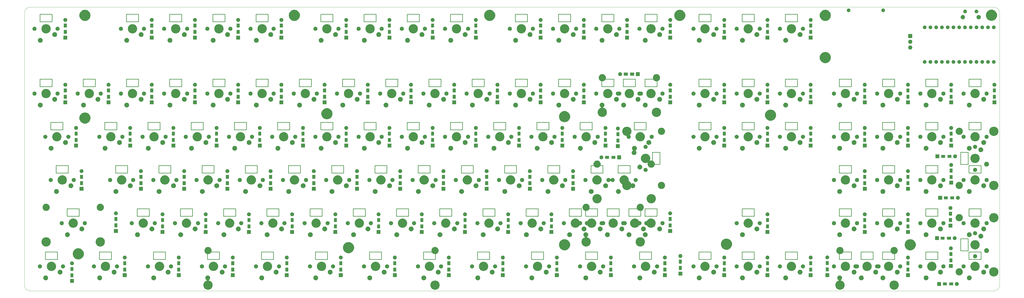
<source format=gbs>
G04 #@! TF.GenerationSoftware,KiCad,Pcbnew,(5.1.5)-3*
G04 #@! TF.CreationDate,2021-02-16T22:09:04+09:00*
G04 #@! TF.ProjectId,108,3130382e-6b69-4636-9164-5f7063625858,rev?*
G04 #@! TF.SameCoordinates,Original*
G04 #@! TF.FileFunction,Soldermask,Bot*
G04 #@! TF.FilePolarity,Negative*
%FSLAX46Y46*%
G04 Gerber Fmt 4.6, Leading zero omitted, Abs format (unit mm)*
G04 Created by KiCad (PCBNEW (5.1.5)-3) date 2021-02-16 22:09:04*
%MOMM*%
%LPD*%
G04 APERTURE LIST*
%ADD10C,0.050000*%
%ADD11C,0.100000*%
G04 APERTURE END LIST*
D10*
X417830000Y9525000D02*
G75*
G02X420370000Y6985000I0J-2540000D01*
G01*
X-9525000Y6985000D02*
G75*
G02X-6985000Y9525000I2540000J0D01*
G01*
X420370000Y-113030000D02*
G75*
G02X417830000Y-115570000I-2540000J0D01*
G01*
X-6985000Y-115570000D02*
G75*
G02X-9525000Y-113030000I0J2540000D01*
G01*
X420370000Y6985000D02*
X420370000Y-113030000D01*
X-6985000Y-115570000D02*
X417830000Y-115570000D01*
X-9525000Y-113030000D02*
X-9525000Y6985000D01*
X417830000Y9525000D02*
X-6985000Y9525000D01*
D11*
G36*
X374484474Y-111063684D02*
G01*
X374702474Y-111153983D01*
X374856623Y-111217833D01*
X375191548Y-111441623D01*
X375476377Y-111726452D01*
X375700167Y-112061377D01*
X375723995Y-112118903D01*
X375854316Y-112433526D01*
X375932900Y-112828594D01*
X375932900Y-113231406D01*
X375854316Y-113626474D01*
X375764017Y-113844474D01*
X375700167Y-113998623D01*
X375476377Y-114333548D01*
X375191548Y-114618377D01*
X374856623Y-114842167D01*
X374702474Y-114906017D01*
X374484474Y-114996316D01*
X374089406Y-115074900D01*
X373686594Y-115074900D01*
X373291526Y-114996316D01*
X373073526Y-114906017D01*
X372919377Y-114842167D01*
X372584452Y-114618377D01*
X372299623Y-114333548D01*
X372075833Y-113998623D01*
X372011983Y-113844474D01*
X371921684Y-113626474D01*
X371843100Y-113231406D01*
X371843100Y-112828594D01*
X371921684Y-112433526D01*
X372052005Y-112118903D01*
X372075833Y-112061377D01*
X372299623Y-111726452D01*
X372584452Y-111441623D01*
X372919377Y-111217833D01*
X373073526Y-111153983D01*
X373291526Y-111063684D01*
X373686594Y-110985100D01*
X374089406Y-110985100D01*
X374484474Y-111063684D01*
G37*
G36*
X350196231Y-108829003D02*
G01*
X350390412Y-108909436D01*
X350390414Y-108909437D01*
X350565173Y-109026207D01*
X350713793Y-109174827D01*
X350752596Y-109232900D01*
X350830564Y-109349588D01*
X350910997Y-109543769D01*
X350952000Y-109749908D01*
X350952000Y-109960092D01*
X350910997Y-110166231D01*
X350830564Y-110360412D01*
X350830563Y-110360414D01*
X350713793Y-110535173D01*
X350565173Y-110683793D01*
X350390414Y-110800563D01*
X350387901Y-110802242D01*
X350368959Y-110817787D01*
X350353414Y-110836729D01*
X350341863Y-110858340D01*
X350334750Y-110881789D01*
X350332348Y-110906175D01*
X350334750Y-110930561D01*
X350341863Y-110954010D01*
X350353414Y-110975621D01*
X350368959Y-110994563D01*
X350387901Y-111010108D01*
X350409512Y-111021659D01*
X350432961Y-111028772D01*
X350608474Y-111063684D01*
X350826474Y-111153983D01*
X350980623Y-111217833D01*
X351315548Y-111441623D01*
X351600377Y-111726452D01*
X351824167Y-112061377D01*
X351847995Y-112118903D01*
X351978316Y-112433526D01*
X352056900Y-112828594D01*
X352056900Y-113231406D01*
X351978316Y-113626474D01*
X351888017Y-113844474D01*
X351824167Y-113998623D01*
X351600377Y-114333548D01*
X351315548Y-114618377D01*
X350980623Y-114842167D01*
X350826474Y-114906017D01*
X350608474Y-114996316D01*
X350213406Y-115074900D01*
X349810594Y-115074900D01*
X349415526Y-114996316D01*
X349197526Y-114906017D01*
X349043377Y-114842167D01*
X348708452Y-114618377D01*
X348423623Y-114333548D01*
X348199833Y-113998623D01*
X348135983Y-113844474D01*
X348045684Y-113626474D01*
X347967100Y-113231406D01*
X347967100Y-112828594D01*
X348045684Y-112433526D01*
X348176005Y-112118903D01*
X348199833Y-112061377D01*
X348423623Y-111726452D01*
X348708452Y-111441623D01*
X349043377Y-111217833D01*
X349229451Y-111140759D01*
X349415524Y-111063685D01*
X349416246Y-111063541D01*
X349439695Y-111056427D01*
X349461305Y-111044875D01*
X349480247Y-111029330D01*
X349495792Y-111010387D01*
X349507342Y-110988776D01*
X349514455Y-110965327D01*
X349516856Y-110940941D01*
X349514454Y-110916555D01*
X349507340Y-110893106D01*
X349495788Y-110871496D01*
X349480243Y-110852554D01*
X349461300Y-110837009D01*
X349439692Y-110825460D01*
X349379588Y-110800564D01*
X349379587Y-110800564D01*
X349379586Y-110800563D01*
X349204827Y-110683793D01*
X349056207Y-110535173D01*
X348939437Y-110360414D01*
X348939436Y-110360412D01*
X348859003Y-110166231D01*
X348818000Y-109960092D01*
X348818000Y-109749908D01*
X348859003Y-109543769D01*
X348939436Y-109349588D01*
X349017404Y-109232900D01*
X349056207Y-109174827D01*
X349204827Y-109026207D01*
X349379586Y-108909437D01*
X349379588Y-108909436D01*
X349573769Y-108829003D01*
X349779908Y-108788000D01*
X349990092Y-108788000D01*
X350196231Y-108829003D01*
G37*
G36*
X71589731Y-108829003D02*
G01*
X71783912Y-108909436D01*
X71783914Y-108909437D01*
X71958673Y-109026207D01*
X72107293Y-109174827D01*
X72146096Y-109232900D01*
X72224064Y-109349588D01*
X72304497Y-109543769D01*
X72345500Y-109749908D01*
X72345500Y-109960092D01*
X72304497Y-110166231D01*
X72224064Y-110360412D01*
X72224063Y-110360414D01*
X72107293Y-110535173D01*
X71958673Y-110683793D01*
X71792136Y-110795069D01*
X71781515Y-110802166D01*
X71762573Y-110817711D01*
X71747028Y-110836653D01*
X71735477Y-110858264D01*
X71728364Y-110881713D01*
X71725962Y-110906099D01*
X71728364Y-110930485D01*
X71735477Y-110953934D01*
X71747028Y-110975545D01*
X71762573Y-110994487D01*
X71781515Y-111010032D01*
X71803126Y-111021583D01*
X71826575Y-111028696D01*
X72002475Y-111063684D01*
X72265623Y-111172684D01*
X72374623Y-111217833D01*
X72709548Y-111441623D01*
X72994377Y-111726452D01*
X73218167Y-112061377D01*
X73241995Y-112118903D01*
X73372316Y-112433526D01*
X73450900Y-112828594D01*
X73450900Y-113231406D01*
X73372316Y-113626474D01*
X73282017Y-113844474D01*
X73218167Y-113998623D01*
X72994377Y-114333548D01*
X72709548Y-114618377D01*
X72374623Y-114842167D01*
X72220474Y-114906017D01*
X72002474Y-114996316D01*
X71607406Y-115074900D01*
X71204594Y-115074900D01*
X70809526Y-114996316D01*
X70591526Y-114906017D01*
X70437377Y-114842167D01*
X70102452Y-114618377D01*
X69817623Y-114333548D01*
X69593833Y-113998623D01*
X69529983Y-113844474D01*
X69439684Y-113626474D01*
X69361100Y-113231406D01*
X69361100Y-112828594D01*
X69439684Y-112433526D01*
X69570005Y-112118903D01*
X69593833Y-112061377D01*
X69817623Y-111726452D01*
X70102452Y-111441623D01*
X70437377Y-111217833D01*
X70568952Y-111163333D01*
X70809528Y-111063683D01*
X70809910Y-111063607D01*
X70833359Y-111056493D01*
X70854969Y-111044941D01*
X70873910Y-111029395D01*
X70889455Y-111010452D01*
X70901005Y-110988841D01*
X70908117Y-110965392D01*
X70910518Y-110941006D01*
X70908115Y-110916620D01*
X70901001Y-110893171D01*
X70889449Y-110871561D01*
X70873903Y-110852620D01*
X70854960Y-110837075D01*
X70833354Y-110825527D01*
X70773088Y-110800564D01*
X70773087Y-110800564D01*
X70773086Y-110800563D01*
X70598327Y-110683793D01*
X70449707Y-110535173D01*
X70332937Y-110360414D01*
X70332936Y-110360412D01*
X70252503Y-110166231D01*
X70211500Y-109960092D01*
X70211500Y-109749908D01*
X70252503Y-109543769D01*
X70332936Y-109349588D01*
X70410904Y-109232900D01*
X70449707Y-109174827D01*
X70598327Y-109026207D01*
X70773086Y-108909437D01*
X70773088Y-108909436D01*
X70967269Y-108829003D01*
X71173408Y-108788000D01*
X71383592Y-108788000D01*
X71589731Y-108829003D01*
G37*
G36*
X172078474Y-111063684D02*
G01*
X172296474Y-111153983D01*
X172450623Y-111217833D01*
X172785548Y-111441623D01*
X173070377Y-111726452D01*
X173294167Y-112061377D01*
X173317995Y-112118903D01*
X173448316Y-112433526D01*
X173526900Y-112828594D01*
X173526900Y-113231406D01*
X173448316Y-113626474D01*
X173358017Y-113844474D01*
X173294167Y-113998623D01*
X173070377Y-114333548D01*
X172785548Y-114618377D01*
X172450623Y-114842167D01*
X172296474Y-114906017D01*
X172078474Y-114996316D01*
X171683406Y-115074900D01*
X171280594Y-115074900D01*
X170885526Y-114996316D01*
X170667526Y-114906017D01*
X170513377Y-114842167D01*
X170178452Y-114618377D01*
X169893623Y-114333548D01*
X169669833Y-113998623D01*
X169605983Y-113844474D01*
X169515684Y-113626474D01*
X169437100Y-113231406D01*
X169437100Y-112828594D01*
X169515684Y-112433526D01*
X169646005Y-112118903D01*
X169669833Y-112061377D01*
X169893623Y-111726452D01*
X170178452Y-111441623D01*
X170513377Y-111217833D01*
X170667526Y-111153983D01*
X170885526Y-111063684D01*
X171280594Y-110985100D01*
X171683406Y-110985100D01*
X172078474Y-111063684D01*
G37*
G36*
X394585000Y-113373000D02*
G01*
X392883000Y-113373000D01*
X392883000Y-111671000D01*
X394585000Y-111671000D01*
X394585000Y-113373000D01*
G37*
G36*
X401782228Y-111703703D02*
G01*
X401937100Y-111767853D01*
X402076481Y-111860985D01*
X402195015Y-111979519D01*
X402288147Y-112118900D01*
X402352297Y-112273772D01*
X402385000Y-112438184D01*
X402385000Y-112605816D01*
X402352297Y-112770228D01*
X402288147Y-112925100D01*
X402195015Y-113064481D01*
X402076481Y-113183015D01*
X401937100Y-113276147D01*
X401782228Y-113340297D01*
X401617816Y-113373000D01*
X401450184Y-113373000D01*
X401285772Y-113340297D01*
X401130900Y-113276147D01*
X400991519Y-113183015D01*
X400872985Y-113064481D01*
X400779853Y-112925100D01*
X400715703Y-112770228D01*
X400683000Y-112605816D01*
X400683000Y-112438184D01*
X400715703Y-112273772D01*
X400779853Y-112118900D01*
X400872985Y-111979519D01*
X400991519Y-111860985D01*
X401130900Y-111767853D01*
X401285772Y-111703703D01*
X401450184Y-111671000D01*
X401617816Y-111671000D01*
X401782228Y-111703703D01*
G37*
G36*
X397085000Y-113173000D02*
G01*
X395383000Y-113173000D01*
X395383000Y-111871000D01*
X397085000Y-111871000D01*
X397085000Y-113173000D01*
G37*
G36*
X399885000Y-113173000D02*
G01*
X398183000Y-113173000D01*
X398183000Y-111871000D01*
X399885000Y-111871000D01*
X399885000Y-113173000D01*
G37*
G36*
X12281000Y-112066000D02*
G01*
X10579000Y-112066000D01*
X10579000Y-110364000D01*
X12281000Y-110364000D01*
X12281000Y-112066000D01*
G37*
G36*
X307333231Y-108829003D02*
G01*
X307527412Y-108909436D01*
X307527414Y-108909437D01*
X307702173Y-109026207D01*
X307850793Y-109174827D01*
X307889596Y-109232900D01*
X307967564Y-109349588D01*
X308047997Y-109543769D01*
X308089000Y-109749908D01*
X308089000Y-109960092D01*
X308047997Y-110166231D01*
X307967564Y-110360412D01*
X307967563Y-110360414D01*
X307850793Y-110535173D01*
X307702173Y-110683793D01*
X307527414Y-110800563D01*
X307527413Y-110800564D01*
X307527412Y-110800564D01*
X307333231Y-110880997D01*
X307127092Y-110922000D01*
X306916908Y-110922000D01*
X306710769Y-110880997D01*
X306516588Y-110800564D01*
X306516587Y-110800564D01*
X306516586Y-110800563D01*
X306341827Y-110683793D01*
X306193207Y-110535173D01*
X306076437Y-110360414D01*
X306076436Y-110360412D01*
X305996003Y-110166231D01*
X305955000Y-109960092D01*
X305955000Y-109749908D01*
X305996003Y-109543769D01*
X306076436Y-109349588D01*
X306154404Y-109232900D01*
X306193207Y-109174827D01*
X306341827Y-109026207D01*
X306516586Y-108909437D01*
X306516588Y-108909436D01*
X306710769Y-108829003D01*
X306916908Y-108788000D01*
X307127092Y-108788000D01*
X307333231Y-108829003D01*
G37*
G36*
X238277231Y-108829003D02*
G01*
X238471412Y-108909436D01*
X238471414Y-108909437D01*
X238646173Y-109026207D01*
X238794793Y-109174827D01*
X238833596Y-109232900D01*
X238911564Y-109349588D01*
X238991997Y-109543769D01*
X239033000Y-109749908D01*
X239033000Y-109960092D01*
X238991997Y-110166231D01*
X238911564Y-110360412D01*
X238911563Y-110360414D01*
X238794793Y-110535173D01*
X238646173Y-110683793D01*
X238471414Y-110800563D01*
X238471413Y-110800564D01*
X238471412Y-110800564D01*
X238277231Y-110880997D01*
X238071092Y-110922000D01*
X237860908Y-110922000D01*
X237654769Y-110880997D01*
X237460588Y-110800564D01*
X237460587Y-110800564D01*
X237460586Y-110800563D01*
X237285827Y-110683793D01*
X237137207Y-110535173D01*
X237020437Y-110360414D01*
X237020436Y-110360412D01*
X236940003Y-110166231D01*
X236899000Y-109960092D01*
X236899000Y-109749908D01*
X236940003Y-109543769D01*
X237020436Y-109349588D01*
X237098404Y-109232900D01*
X237137207Y-109174827D01*
X237285827Y-109026207D01*
X237460586Y-108909437D01*
X237460588Y-108909436D01*
X237654769Y-108829003D01*
X237860908Y-108788000D01*
X238071092Y-108788000D01*
X238277231Y-108829003D01*
G37*
G36*
X166839231Y-108829003D02*
G01*
X167033412Y-108909436D01*
X167033414Y-108909437D01*
X167208173Y-109026207D01*
X167356793Y-109174827D01*
X167395596Y-109232900D01*
X167473564Y-109349588D01*
X167553997Y-109543769D01*
X167595000Y-109749908D01*
X167595000Y-109960092D01*
X167553997Y-110166231D01*
X167473564Y-110360412D01*
X167473563Y-110360414D01*
X167356793Y-110535173D01*
X167208173Y-110683793D01*
X167033414Y-110800563D01*
X167033413Y-110800564D01*
X167033412Y-110800564D01*
X166839231Y-110880997D01*
X166633092Y-110922000D01*
X166422908Y-110922000D01*
X166216769Y-110880997D01*
X166022588Y-110800564D01*
X166022587Y-110800564D01*
X166022586Y-110800563D01*
X165847827Y-110683793D01*
X165699207Y-110535173D01*
X165582437Y-110360414D01*
X165582436Y-110360412D01*
X165502003Y-110166231D01*
X165461000Y-109960092D01*
X165461000Y-109749908D01*
X165502003Y-109543769D01*
X165582436Y-109349588D01*
X165660404Y-109232900D01*
X165699207Y-109174827D01*
X165847827Y-109026207D01*
X166022586Y-108909437D01*
X166022588Y-108909436D01*
X166216769Y-108829003D01*
X166422908Y-108788000D01*
X166633092Y-108788000D01*
X166839231Y-108829003D01*
G37*
G36*
X262089231Y-108829003D02*
G01*
X262283412Y-108909436D01*
X262283414Y-108909437D01*
X262458173Y-109026207D01*
X262606793Y-109174827D01*
X262645596Y-109232900D01*
X262723564Y-109349588D01*
X262803997Y-109543769D01*
X262845000Y-109749908D01*
X262845000Y-109960092D01*
X262803997Y-110166231D01*
X262723564Y-110360412D01*
X262723563Y-110360414D01*
X262606793Y-110535173D01*
X262458173Y-110683793D01*
X262283414Y-110800563D01*
X262283413Y-110800564D01*
X262283412Y-110800564D01*
X262089231Y-110880997D01*
X261883092Y-110922000D01*
X261672908Y-110922000D01*
X261466769Y-110880997D01*
X261272588Y-110800564D01*
X261272587Y-110800564D01*
X261272586Y-110800563D01*
X261097827Y-110683793D01*
X260949207Y-110535173D01*
X260832437Y-110360414D01*
X260832436Y-110360412D01*
X260752003Y-110166231D01*
X260711000Y-109960092D01*
X260711000Y-109749908D01*
X260752003Y-109543769D01*
X260832436Y-109349588D01*
X260910404Y-109232900D01*
X260949207Y-109174827D01*
X261097827Y-109026207D01*
X261272586Y-108909437D01*
X261272588Y-108909436D01*
X261466769Y-108829003D01*
X261672908Y-108788000D01*
X261883092Y-108788000D01*
X262089231Y-108829003D01*
G37*
G36*
X359721231Y-108829003D02*
G01*
X359915412Y-108909436D01*
X359915414Y-108909437D01*
X360090173Y-109026207D01*
X360238793Y-109174827D01*
X360277596Y-109232900D01*
X360355564Y-109349588D01*
X360435997Y-109543769D01*
X360477000Y-109749908D01*
X360477000Y-109960092D01*
X360435997Y-110166231D01*
X360355564Y-110360412D01*
X360355563Y-110360414D01*
X360238793Y-110535173D01*
X360090173Y-110683793D01*
X359915414Y-110800563D01*
X359915413Y-110800564D01*
X359915412Y-110800564D01*
X359721231Y-110880997D01*
X359515092Y-110922000D01*
X359304908Y-110922000D01*
X359098769Y-110880997D01*
X358904588Y-110800564D01*
X358904587Y-110800564D01*
X358904586Y-110800563D01*
X358729827Y-110683793D01*
X358581207Y-110535173D01*
X358464437Y-110360414D01*
X358464436Y-110360412D01*
X358384003Y-110166231D01*
X358343000Y-109960092D01*
X358343000Y-109749908D01*
X358384003Y-109543769D01*
X358464436Y-109349588D01*
X358542404Y-109232900D01*
X358581207Y-109174827D01*
X358729827Y-109026207D01*
X358904586Y-108909437D01*
X358904588Y-108909436D01*
X359098769Y-108829003D01*
X359304908Y-108788000D01*
X359515092Y-108788000D01*
X359721231Y-108829003D01*
G37*
G36*
X326383231Y-108829003D02*
G01*
X326577412Y-108909436D01*
X326577414Y-108909437D01*
X326752173Y-109026207D01*
X326900793Y-109174827D01*
X326939596Y-109232900D01*
X327017564Y-109349588D01*
X327097997Y-109543769D01*
X327139000Y-109749908D01*
X327139000Y-109960092D01*
X327097997Y-110166231D01*
X327017564Y-110360412D01*
X327017563Y-110360414D01*
X326900793Y-110535173D01*
X326752173Y-110683793D01*
X326577414Y-110800563D01*
X326577413Y-110800564D01*
X326577412Y-110800564D01*
X326383231Y-110880997D01*
X326177092Y-110922000D01*
X325966908Y-110922000D01*
X325760769Y-110880997D01*
X325566588Y-110800564D01*
X325566587Y-110800564D01*
X325566586Y-110800563D01*
X325391827Y-110683793D01*
X325243207Y-110535173D01*
X325126437Y-110360414D01*
X325126436Y-110360412D01*
X325046003Y-110166231D01*
X325005000Y-109960092D01*
X325005000Y-109749908D01*
X325046003Y-109543769D01*
X325126436Y-109349588D01*
X325204404Y-109232900D01*
X325243207Y-109174827D01*
X325391827Y-109026207D01*
X325566586Y-108909437D01*
X325566588Y-108909436D01*
X325760769Y-108829003D01*
X325966908Y-108788000D01*
X326177092Y-108788000D01*
X326383231Y-108829003D01*
G37*
G36*
X388296231Y-108829003D02*
G01*
X388490412Y-108909436D01*
X388490414Y-108909437D01*
X388665173Y-109026207D01*
X388813793Y-109174827D01*
X388852596Y-109232900D01*
X388930564Y-109349588D01*
X389010997Y-109543769D01*
X389052000Y-109749908D01*
X389052000Y-109960092D01*
X389010997Y-110166231D01*
X388930564Y-110360412D01*
X388930563Y-110360414D01*
X388813793Y-110535173D01*
X388665173Y-110683793D01*
X388490414Y-110800563D01*
X388490413Y-110800564D01*
X388490412Y-110800564D01*
X388296231Y-110880997D01*
X388090092Y-110922000D01*
X387879908Y-110922000D01*
X387673769Y-110880997D01*
X387479588Y-110800564D01*
X387479587Y-110800564D01*
X387479586Y-110800563D01*
X387304827Y-110683793D01*
X387156207Y-110535173D01*
X387039437Y-110360414D01*
X387039436Y-110360412D01*
X386959003Y-110166231D01*
X386918000Y-109960092D01*
X386918000Y-109749908D01*
X386959003Y-109543769D01*
X387039436Y-109349588D01*
X387117404Y-109232900D01*
X387156207Y-109174827D01*
X387304827Y-109026207D01*
X387479586Y-108909437D01*
X387479588Y-108909436D01*
X387673769Y-108829003D01*
X387879908Y-108788000D01*
X388090092Y-108788000D01*
X388296231Y-108829003D01*
G37*
G36*
X288283231Y-108829003D02*
G01*
X288477412Y-108909436D01*
X288477414Y-108909437D01*
X288652173Y-109026207D01*
X288800793Y-109174827D01*
X288839596Y-109232900D01*
X288917564Y-109349588D01*
X288997997Y-109543769D01*
X289039000Y-109749908D01*
X289039000Y-109960092D01*
X288997997Y-110166231D01*
X288917564Y-110360412D01*
X288917563Y-110360414D01*
X288800793Y-110535173D01*
X288652173Y-110683793D01*
X288477414Y-110800563D01*
X288477413Y-110800564D01*
X288477412Y-110800564D01*
X288283231Y-110880997D01*
X288077092Y-110922000D01*
X287866908Y-110922000D01*
X287660769Y-110880997D01*
X287466588Y-110800564D01*
X287466587Y-110800564D01*
X287466586Y-110800563D01*
X287291827Y-110683793D01*
X287143207Y-110535173D01*
X287026437Y-110360414D01*
X287026436Y-110360412D01*
X286946003Y-110166231D01*
X286905000Y-109960092D01*
X286905000Y-109749908D01*
X286946003Y-109543769D01*
X287026436Y-109349588D01*
X287104404Y-109232900D01*
X287143207Y-109174827D01*
X287291827Y-109026207D01*
X287466586Y-108909437D01*
X287466588Y-108909436D01*
X287660769Y-108829003D01*
X287866908Y-108788000D01*
X288077092Y-108788000D01*
X288283231Y-108829003D01*
G37*
G36*
X214465231Y-108829003D02*
G01*
X214659412Y-108909436D01*
X214659414Y-108909437D01*
X214834173Y-109026207D01*
X214982793Y-109174827D01*
X215021596Y-109232900D01*
X215099564Y-109349588D01*
X215179997Y-109543769D01*
X215221000Y-109749908D01*
X215221000Y-109960092D01*
X215179997Y-110166231D01*
X215099564Y-110360412D01*
X215099563Y-110360414D01*
X214982793Y-110535173D01*
X214834173Y-110683793D01*
X214659414Y-110800563D01*
X214659413Y-110800564D01*
X214659412Y-110800564D01*
X214465231Y-110880997D01*
X214259092Y-110922000D01*
X214048908Y-110922000D01*
X213842769Y-110880997D01*
X213648588Y-110800564D01*
X213648587Y-110800564D01*
X213648586Y-110800563D01*
X213473827Y-110683793D01*
X213325207Y-110535173D01*
X213208437Y-110360414D01*
X213208436Y-110360412D01*
X213128003Y-110166231D01*
X213087000Y-109960092D01*
X213087000Y-109749908D01*
X213128003Y-109543769D01*
X213208436Y-109349588D01*
X213286404Y-109232900D01*
X213325207Y-109174827D01*
X213473827Y-109026207D01*
X213648586Y-108909437D01*
X213648588Y-108909436D01*
X213842769Y-108829003D01*
X214048908Y-108788000D01*
X214259092Y-108788000D01*
X214465231Y-108829003D01*
G37*
G36*
X190652231Y-108829003D02*
G01*
X190846412Y-108909436D01*
X190846414Y-108909437D01*
X191021173Y-109026207D01*
X191169793Y-109174827D01*
X191208596Y-109232900D01*
X191286564Y-109349588D01*
X191366997Y-109543769D01*
X191408000Y-109749908D01*
X191408000Y-109960092D01*
X191366997Y-110166231D01*
X191286564Y-110360412D01*
X191286563Y-110360414D01*
X191169793Y-110535173D01*
X191021173Y-110683793D01*
X190846414Y-110800563D01*
X190846413Y-110800564D01*
X190846412Y-110800564D01*
X190652231Y-110880997D01*
X190446092Y-110922000D01*
X190235908Y-110922000D01*
X190029769Y-110880997D01*
X189835588Y-110800564D01*
X189835587Y-110800564D01*
X189835586Y-110800563D01*
X189660827Y-110683793D01*
X189512207Y-110535173D01*
X189395437Y-110360414D01*
X189395436Y-110360412D01*
X189315003Y-110166231D01*
X189274000Y-109960092D01*
X189274000Y-109749908D01*
X189315003Y-109543769D01*
X189395436Y-109349588D01*
X189473404Y-109232900D01*
X189512207Y-109174827D01*
X189660827Y-109026207D01*
X189835586Y-108909437D01*
X189835588Y-108909436D01*
X190029769Y-108829003D01*
X190235908Y-108788000D01*
X190446092Y-108788000D01*
X190652231Y-108829003D01*
G37*
G36*
X119215231Y-108829003D02*
G01*
X119409412Y-108909436D01*
X119409414Y-108909437D01*
X119584173Y-109026207D01*
X119732793Y-109174827D01*
X119771596Y-109232900D01*
X119849564Y-109349588D01*
X119929997Y-109543769D01*
X119971000Y-109749908D01*
X119971000Y-109960092D01*
X119929997Y-110166231D01*
X119849564Y-110360412D01*
X119849563Y-110360414D01*
X119732793Y-110535173D01*
X119584173Y-110683793D01*
X119409414Y-110800563D01*
X119409413Y-110800564D01*
X119409412Y-110800564D01*
X119215231Y-110880997D01*
X119009092Y-110922000D01*
X118798908Y-110922000D01*
X118592769Y-110880997D01*
X118398588Y-110800564D01*
X118398587Y-110800564D01*
X118398586Y-110800563D01*
X118223827Y-110683793D01*
X118075207Y-110535173D01*
X117958437Y-110360414D01*
X117958436Y-110360412D01*
X117878003Y-110166231D01*
X117837000Y-109960092D01*
X117837000Y-109749908D01*
X117878003Y-109543769D01*
X117958436Y-109349588D01*
X118036404Y-109232900D01*
X118075207Y-109174827D01*
X118223827Y-109026207D01*
X118398586Y-108909437D01*
X118398588Y-108909436D01*
X118592769Y-108829003D01*
X118798908Y-108788000D01*
X119009092Y-108788000D01*
X119215231Y-108829003D01*
G37*
G36*
X47777231Y-108829003D02*
G01*
X47971412Y-108909436D01*
X47971414Y-108909437D01*
X48146173Y-109026207D01*
X48294793Y-109174827D01*
X48333596Y-109232900D01*
X48411564Y-109349588D01*
X48491997Y-109543769D01*
X48533000Y-109749908D01*
X48533000Y-109960092D01*
X48491997Y-110166231D01*
X48411564Y-110360412D01*
X48411563Y-110360414D01*
X48294793Y-110535173D01*
X48146173Y-110683793D01*
X47971414Y-110800563D01*
X47971413Y-110800564D01*
X47971412Y-110800564D01*
X47777231Y-110880997D01*
X47571092Y-110922000D01*
X47360908Y-110922000D01*
X47154769Y-110880997D01*
X46960588Y-110800564D01*
X46960587Y-110800564D01*
X46960586Y-110800563D01*
X46785827Y-110683793D01*
X46637207Y-110535173D01*
X46520437Y-110360414D01*
X46520436Y-110360412D01*
X46440003Y-110166231D01*
X46399000Y-109960092D01*
X46399000Y-109749908D01*
X46440003Y-109543769D01*
X46520436Y-109349588D01*
X46598404Y-109232900D01*
X46637207Y-109174827D01*
X46785827Y-109026207D01*
X46960586Y-108909437D01*
X46960588Y-108909436D01*
X47154769Y-108829003D01*
X47360908Y-108788000D01*
X47571092Y-108788000D01*
X47777231Y-108829003D01*
G37*
G36*
X23964731Y-108829003D02*
G01*
X24158912Y-108909436D01*
X24158914Y-108909437D01*
X24333673Y-109026207D01*
X24482293Y-109174827D01*
X24521096Y-109232900D01*
X24599064Y-109349588D01*
X24679497Y-109543769D01*
X24720500Y-109749908D01*
X24720500Y-109960092D01*
X24679497Y-110166231D01*
X24599064Y-110360412D01*
X24599063Y-110360414D01*
X24482293Y-110535173D01*
X24333673Y-110683793D01*
X24158914Y-110800563D01*
X24158913Y-110800564D01*
X24158912Y-110800564D01*
X23964731Y-110880997D01*
X23758592Y-110922000D01*
X23548408Y-110922000D01*
X23342269Y-110880997D01*
X23148088Y-110800564D01*
X23148087Y-110800564D01*
X23148086Y-110800563D01*
X22973327Y-110683793D01*
X22824707Y-110535173D01*
X22707937Y-110360414D01*
X22707936Y-110360412D01*
X22627503Y-110166231D01*
X22586500Y-109960092D01*
X22586500Y-109749908D01*
X22627503Y-109543769D01*
X22707936Y-109349588D01*
X22785904Y-109232900D01*
X22824707Y-109174827D01*
X22973327Y-109026207D01*
X23148086Y-108909437D01*
X23148088Y-108909436D01*
X23342269Y-108829003D01*
X23548408Y-108788000D01*
X23758592Y-108788000D01*
X23964731Y-108829003D01*
G37*
G36*
X152231Y-108829003D02*
G01*
X346412Y-108909436D01*
X346414Y-108909437D01*
X521173Y-109026207D01*
X669793Y-109174827D01*
X708596Y-109232900D01*
X786564Y-109349588D01*
X866997Y-109543769D01*
X908000Y-109749908D01*
X908000Y-109960092D01*
X866997Y-110166231D01*
X786564Y-110360412D01*
X786563Y-110360414D01*
X669793Y-110535173D01*
X521173Y-110683793D01*
X346414Y-110800563D01*
X346413Y-110800564D01*
X346412Y-110800564D01*
X152231Y-110880997D01*
X-53908Y-110922000D01*
X-264092Y-110922000D01*
X-470231Y-110880997D01*
X-664412Y-110800564D01*
X-664413Y-110800564D01*
X-664414Y-110800563D01*
X-839173Y-110683793D01*
X-987793Y-110535173D01*
X-1104563Y-110360414D01*
X-1104564Y-110360412D01*
X-1184997Y-110166231D01*
X-1226000Y-109960092D01*
X-1226000Y-109749908D01*
X-1184997Y-109543769D01*
X-1104564Y-109349588D01*
X-1026596Y-109232900D01*
X-987793Y-109174827D01*
X-839173Y-109026207D01*
X-664414Y-108909437D01*
X-664412Y-108909436D01*
X-470231Y-108829003D01*
X-264092Y-108788000D01*
X-53908Y-108788000D01*
X152231Y-108829003D01*
G37*
G36*
X143027231Y-108829003D02*
G01*
X143221412Y-108909436D01*
X143221414Y-108909437D01*
X143396173Y-109026207D01*
X143544793Y-109174827D01*
X143583596Y-109232900D01*
X143661564Y-109349588D01*
X143741997Y-109543769D01*
X143783000Y-109749908D01*
X143783000Y-109960092D01*
X143741997Y-110166231D01*
X143661564Y-110360412D01*
X143661563Y-110360414D01*
X143544793Y-110535173D01*
X143396173Y-110683793D01*
X143221414Y-110800563D01*
X143221413Y-110800564D01*
X143221412Y-110800564D01*
X143027231Y-110880997D01*
X142821092Y-110922000D01*
X142610908Y-110922000D01*
X142404769Y-110880997D01*
X142210588Y-110800564D01*
X142210587Y-110800564D01*
X142210586Y-110800563D01*
X142035827Y-110683793D01*
X141887207Y-110535173D01*
X141770437Y-110360414D01*
X141770436Y-110360412D01*
X141690003Y-110166231D01*
X141649000Y-109960092D01*
X141649000Y-109749908D01*
X141690003Y-109543769D01*
X141770436Y-109349588D01*
X141848404Y-109232900D01*
X141887207Y-109174827D01*
X142035827Y-109026207D01*
X142210586Y-108909437D01*
X142210588Y-108909436D01*
X142404769Y-108829003D01*
X142610908Y-108788000D01*
X142821092Y-108788000D01*
X143027231Y-108829003D01*
G37*
G36*
X95402231Y-108829003D02*
G01*
X95596412Y-108909436D01*
X95596414Y-108909437D01*
X95771173Y-109026207D01*
X95919793Y-109174827D01*
X95958596Y-109232900D01*
X96036564Y-109349588D01*
X96116997Y-109543769D01*
X96158000Y-109749908D01*
X96158000Y-109960092D01*
X96116997Y-110166231D01*
X96036564Y-110360412D01*
X96036563Y-110360414D01*
X95919793Y-110535173D01*
X95771173Y-110683793D01*
X95596414Y-110800563D01*
X95596413Y-110800564D01*
X95596412Y-110800564D01*
X95402231Y-110880997D01*
X95196092Y-110922000D01*
X94985908Y-110922000D01*
X94779769Y-110880997D01*
X94585588Y-110800564D01*
X94585587Y-110800564D01*
X94585586Y-110800563D01*
X94410827Y-110683793D01*
X94262207Y-110535173D01*
X94145437Y-110360414D01*
X94145436Y-110360412D01*
X94065003Y-110166231D01*
X94024000Y-109960092D01*
X94024000Y-109749908D01*
X94065003Y-109543769D01*
X94145436Y-109349588D01*
X94223404Y-109232900D01*
X94262207Y-109174827D01*
X94410827Y-109026207D01*
X94585586Y-108909437D01*
X94585588Y-108909436D01*
X94779769Y-108829003D01*
X94985908Y-108788000D01*
X95196092Y-108788000D01*
X95402231Y-108829003D01*
G37*
G36*
X369246231Y-108829003D02*
G01*
X369440412Y-108909436D01*
X369440414Y-108909437D01*
X369615173Y-109026207D01*
X369763793Y-109174827D01*
X369802596Y-109232900D01*
X369880564Y-109349588D01*
X369960997Y-109543769D01*
X370002000Y-109749908D01*
X370002000Y-109960092D01*
X369960997Y-110166231D01*
X369880564Y-110360412D01*
X369880563Y-110360414D01*
X369763793Y-110535173D01*
X369615173Y-110683793D01*
X369440414Y-110800563D01*
X369440413Y-110800564D01*
X369440412Y-110800564D01*
X369246231Y-110880997D01*
X369040092Y-110922000D01*
X368829908Y-110922000D01*
X368623769Y-110880997D01*
X368429588Y-110800564D01*
X368429587Y-110800564D01*
X368429586Y-110800563D01*
X368254827Y-110683793D01*
X368106207Y-110535173D01*
X367989437Y-110360414D01*
X367989436Y-110360412D01*
X367909003Y-110166231D01*
X367868000Y-109960092D01*
X367868000Y-109749908D01*
X367909003Y-109543769D01*
X367989436Y-109349588D01*
X368067404Y-109232900D01*
X368106207Y-109174827D01*
X368254827Y-109026207D01*
X368429586Y-108909437D01*
X368429588Y-108909436D01*
X368623769Y-108829003D01*
X368829908Y-108788000D01*
X369040092Y-108788000D01*
X369246231Y-108829003D01*
G37*
G36*
X407346231Y-108829003D02*
G01*
X407540412Y-108909436D01*
X407540414Y-108909437D01*
X407715173Y-109026207D01*
X407863793Y-109174827D01*
X407902596Y-109232900D01*
X407980564Y-109349588D01*
X408060997Y-109543769D01*
X408102000Y-109749908D01*
X408102000Y-109960092D01*
X408060997Y-110166231D01*
X407980564Y-110360412D01*
X407980563Y-110360414D01*
X407863793Y-110535173D01*
X407715173Y-110683793D01*
X407540414Y-110800563D01*
X407540413Y-110800564D01*
X407540412Y-110800564D01*
X407346231Y-110880997D01*
X407140092Y-110922000D01*
X406929908Y-110922000D01*
X406723769Y-110880997D01*
X406529588Y-110800564D01*
X406529587Y-110800564D01*
X406529586Y-110800563D01*
X406354827Y-110683793D01*
X406206207Y-110535173D01*
X406089437Y-110360414D01*
X406089436Y-110360412D01*
X406009003Y-110166231D01*
X405968000Y-109960092D01*
X405968000Y-109749908D01*
X406009003Y-109543769D01*
X406089436Y-109349588D01*
X406167404Y-109232900D01*
X406206207Y-109174827D01*
X406354827Y-109026207D01*
X406529586Y-108909437D01*
X406529588Y-108909436D01*
X406723769Y-108829003D01*
X406929908Y-108788000D01*
X407140092Y-108788000D01*
X407346231Y-108829003D01*
G37*
G36*
X12081000Y-109566000D02*
G01*
X10779000Y-109566000D01*
X10779000Y-107864000D01*
X12081000Y-107864000D01*
X12081000Y-109566000D01*
G37*
G36*
X337963000Y-109526000D02*
G01*
X336261000Y-109526000D01*
X336261000Y-107824000D01*
X337963000Y-107824000D01*
X337963000Y-109526000D01*
G37*
G36*
X106982000Y-109526000D02*
G01*
X105280000Y-109526000D01*
X105280000Y-107824000D01*
X106982000Y-107824000D01*
X106982000Y-109526000D01*
G37*
G36*
X130795000Y-109526000D02*
G01*
X129093000Y-109526000D01*
X129093000Y-107824000D01*
X130795000Y-107824000D01*
X130795000Y-109526000D01*
G37*
G36*
X154607000Y-109526000D02*
G01*
X152905000Y-109526000D01*
X152905000Y-107824000D01*
X154607000Y-107824000D01*
X154607000Y-109526000D01*
G37*
G36*
X83169500Y-109526000D02*
G01*
X81467500Y-109526000D01*
X81467500Y-107824000D01*
X83169500Y-107824000D01*
X83169500Y-109526000D01*
G37*
G36*
X35544500Y-109526000D02*
G01*
X33842500Y-109526000D01*
X33842500Y-107824000D01*
X35544500Y-107824000D01*
X35544500Y-109526000D01*
G37*
G36*
X59357000Y-109526000D02*
G01*
X57655000Y-109526000D01*
X57655000Y-107824000D01*
X59357000Y-107824000D01*
X59357000Y-109526000D01*
G37*
G36*
X202232000Y-109526000D02*
G01*
X200530000Y-109526000D01*
X200530000Y-107824000D01*
X202232000Y-107824000D01*
X202232000Y-109526000D01*
G37*
G36*
X299863000Y-109526000D02*
G01*
X298161000Y-109526000D01*
X298161000Y-107824000D01*
X299863000Y-107824000D01*
X299863000Y-109526000D01*
G37*
G36*
X273669000Y-109526000D02*
G01*
X271967000Y-109526000D01*
X271967000Y-107824000D01*
X273669000Y-107824000D01*
X273669000Y-109526000D01*
G37*
G36*
X249857000Y-109526000D02*
G01*
X248155000Y-109526000D01*
X248155000Y-107824000D01*
X249857000Y-107824000D01*
X249857000Y-109526000D01*
G37*
G36*
X226045000Y-109526000D02*
G01*
X224343000Y-109526000D01*
X224343000Y-107824000D01*
X226045000Y-107824000D01*
X226045000Y-109526000D01*
G37*
G36*
X380826000Y-109526000D02*
G01*
X379124000Y-109526000D01*
X379124000Y-107824000D01*
X380826000Y-107824000D01*
X380826000Y-109526000D01*
G37*
G36*
X178419000Y-109526000D02*
G01*
X176717000Y-109526000D01*
X176717000Y-107824000D01*
X178419000Y-107824000D01*
X178419000Y-109526000D01*
G37*
G36*
X318913000Y-109526000D02*
G01*
X317211000Y-109526000D01*
X317211000Y-107824000D01*
X318913000Y-107824000D01*
X318913000Y-109526000D01*
G37*
G36*
X345275000Y-109463000D02*
G01*
X343573000Y-109463000D01*
X343573000Y-107761000D01*
X345275000Y-107761000D01*
X345275000Y-109463000D01*
G37*
G36*
X418426474Y-105221684D02*
G01*
X418644474Y-105311983D01*
X418798623Y-105375833D01*
X419133548Y-105599623D01*
X419418377Y-105884452D01*
X419642167Y-106219377D01*
X419642167Y-106219378D01*
X419796316Y-106591526D01*
X419874900Y-106986594D01*
X419874900Y-107389406D01*
X419796316Y-107784474D01*
X419763375Y-107864000D01*
X419642167Y-108156623D01*
X419418377Y-108491548D01*
X419133548Y-108776377D01*
X418798623Y-109000167D01*
X418644474Y-109064017D01*
X418426474Y-109154316D01*
X418031406Y-109232900D01*
X417628594Y-109232900D01*
X417233526Y-109154316D01*
X417015526Y-109064017D01*
X416861377Y-109000167D01*
X416526452Y-108776377D01*
X416241623Y-108491548D01*
X416017833Y-108156623D01*
X415896625Y-107864000D01*
X415863684Y-107784474D01*
X415785100Y-107389406D01*
X415785100Y-106986594D01*
X415863684Y-106591526D01*
X416017833Y-106219378D01*
X416017833Y-106219377D01*
X416241623Y-105884452D01*
X416526452Y-105599623D01*
X416861377Y-105375833D01*
X417015526Y-105311983D01*
X417233526Y-105221684D01*
X417628594Y-105143100D01*
X418031406Y-105143100D01*
X418426474Y-105221684D01*
G37*
G36*
X280505000Y-108827000D02*
G01*
X278803000Y-108827000D01*
X278803000Y-107125000D01*
X280505000Y-107125000D01*
X280505000Y-108827000D01*
G37*
G36*
X402842640Y-105632397D02*
G01*
X403049411Y-105673526D01*
X403168137Y-105722704D01*
X403336041Y-105792252D01*
X403336042Y-105792253D01*
X403594004Y-105964617D01*
X403813383Y-106183996D01*
X403837024Y-106219378D01*
X403985748Y-106441959D01*
X404004076Y-106486207D01*
X404104474Y-106728589D01*
X404122637Y-106819900D01*
X404165000Y-107032875D01*
X404165000Y-107343125D01*
X404104474Y-107647410D01*
X403985748Y-107934041D01*
X403944901Y-107995173D01*
X403813383Y-108192004D01*
X403594004Y-108411383D01*
X403474028Y-108491548D01*
X403336041Y-108583748D01*
X403168137Y-108653296D01*
X403049411Y-108702474D01*
X402745125Y-108763000D01*
X402434875Y-108763000D01*
X402130589Y-108702474D01*
X402011863Y-108653296D01*
X401843959Y-108583748D01*
X401705972Y-108491548D01*
X401585996Y-108411383D01*
X401366617Y-108192004D01*
X401235099Y-107995173D01*
X401194252Y-107934041D01*
X401075526Y-107647410D01*
X401015000Y-107343125D01*
X401015000Y-107032875D01*
X401057363Y-106819900D01*
X401075526Y-106728589D01*
X401175924Y-106486207D01*
X401194252Y-106441959D01*
X401342976Y-106219378D01*
X401366617Y-106183996D01*
X401585996Y-105964617D01*
X401843958Y-105792253D01*
X401843959Y-105792252D01*
X402011863Y-105722704D01*
X402130589Y-105673526D01*
X402337360Y-105632397D01*
X402434875Y-105613000D01*
X402745125Y-105613000D01*
X402842640Y-105632397D01*
G37*
G36*
X394646231Y-106289003D02*
G01*
X394825784Y-106363377D01*
X394840414Y-106369437D01*
X395015173Y-106486207D01*
X395163793Y-106634827D01*
X395280563Y-106809586D01*
X395280564Y-106809588D01*
X395360997Y-107003769D01*
X395402000Y-107209908D01*
X395402000Y-107420092D01*
X395360997Y-107626231D01*
X395280564Y-107820412D01*
X395280563Y-107820414D01*
X395163793Y-107995173D01*
X395015173Y-108143793D01*
X394840414Y-108260563D01*
X394840413Y-108260564D01*
X394840412Y-108260564D01*
X394646231Y-108340997D01*
X394440092Y-108382000D01*
X394229908Y-108382000D01*
X394023769Y-108340997D01*
X393829588Y-108260564D01*
X393829587Y-108260564D01*
X393829586Y-108260563D01*
X393654827Y-108143793D01*
X393506207Y-107995173D01*
X393389437Y-107820414D01*
X393389436Y-107820412D01*
X393309003Y-107626231D01*
X393268000Y-107420092D01*
X393268000Y-107209908D01*
X393309003Y-107003769D01*
X393389436Y-106809588D01*
X393389437Y-106809586D01*
X393506207Y-106634827D01*
X393654827Y-106486207D01*
X393829586Y-106369437D01*
X393844216Y-106363377D01*
X394023769Y-106289003D01*
X394229908Y-106248000D01*
X394440092Y-106248000D01*
X394646231Y-106289003D01*
G37*
G36*
X413696231Y-106289003D02*
G01*
X413875784Y-106363377D01*
X413890414Y-106369437D01*
X414065173Y-106486207D01*
X414213793Y-106634827D01*
X414330563Y-106809586D01*
X414330564Y-106809588D01*
X414410997Y-107003769D01*
X414452000Y-107209908D01*
X414452000Y-107420092D01*
X414410997Y-107626231D01*
X414330564Y-107820412D01*
X414330563Y-107820414D01*
X414213793Y-107995173D01*
X414065173Y-108143793D01*
X413890414Y-108260563D01*
X413890413Y-108260564D01*
X413890412Y-108260564D01*
X413696231Y-108340997D01*
X413490092Y-108382000D01*
X413279908Y-108382000D01*
X413073769Y-108340997D01*
X412879588Y-108260564D01*
X412879587Y-108260564D01*
X412879586Y-108260563D01*
X412704827Y-108143793D01*
X412556207Y-107995173D01*
X412439437Y-107820414D01*
X412439436Y-107820412D01*
X412359003Y-107626231D01*
X412318000Y-107420092D01*
X412318000Y-107209908D01*
X412359003Y-107003769D01*
X412439436Y-106809588D01*
X412439437Y-106809586D01*
X412556207Y-106634827D01*
X412704827Y-106486207D01*
X412879586Y-106369437D01*
X412894216Y-106363377D01*
X413073769Y-106289003D01*
X413279908Y-106248000D01*
X413490092Y-106248000D01*
X413696231Y-106289003D01*
G37*
G36*
X375596231Y-106289003D02*
G01*
X375775784Y-106363377D01*
X375790414Y-106369437D01*
X375965173Y-106486207D01*
X376113793Y-106634827D01*
X376230563Y-106809586D01*
X376230564Y-106809588D01*
X376310997Y-107003769D01*
X376352000Y-107209908D01*
X376352000Y-107420092D01*
X376310997Y-107626231D01*
X376230564Y-107820412D01*
X376230563Y-107820414D01*
X376113793Y-107995173D01*
X375965173Y-108143793D01*
X375790414Y-108260563D01*
X375790413Y-108260564D01*
X375790412Y-108260564D01*
X375596231Y-108340997D01*
X375390092Y-108382000D01*
X375179908Y-108382000D01*
X374973769Y-108340997D01*
X374779588Y-108260564D01*
X374779587Y-108260564D01*
X374779586Y-108260563D01*
X374604827Y-108143793D01*
X374456207Y-107995173D01*
X374339437Y-107820414D01*
X374339436Y-107820412D01*
X374259003Y-107626231D01*
X374218000Y-107420092D01*
X374218000Y-107209908D01*
X374259003Y-107003769D01*
X374339436Y-106809588D01*
X374339437Y-106809586D01*
X374456207Y-106634827D01*
X374604827Y-106486207D01*
X374779586Y-106369437D01*
X374794216Y-106363377D01*
X374973769Y-106289003D01*
X375179908Y-106248000D01*
X375390092Y-106248000D01*
X375596231Y-106289003D01*
G37*
G36*
X313683231Y-106289003D02*
G01*
X313862784Y-106363377D01*
X313877414Y-106369437D01*
X314052173Y-106486207D01*
X314200793Y-106634827D01*
X314317563Y-106809586D01*
X314317564Y-106809588D01*
X314397997Y-107003769D01*
X314439000Y-107209908D01*
X314439000Y-107420092D01*
X314397997Y-107626231D01*
X314317564Y-107820412D01*
X314317563Y-107820414D01*
X314200793Y-107995173D01*
X314052173Y-108143793D01*
X313877414Y-108260563D01*
X313877413Y-108260564D01*
X313877412Y-108260564D01*
X313683231Y-108340997D01*
X313477092Y-108382000D01*
X313266908Y-108382000D01*
X313060769Y-108340997D01*
X312866588Y-108260564D01*
X312866587Y-108260564D01*
X312866586Y-108260563D01*
X312691827Y-108143793D01*
X312543207Y-107995173D01*
X312426437Y-107820414D01*
X312426436Y-107820412D01*
X312346003Y-107626231D01*
X312305000Y-107420092D01*
X312305000Y-107209908D01*
X312346003Y-107003769D01*
X312426436Y-106809588D01*
X312426437Y-106809586D01*
X312543207Y-106634827D01*
X312691827Y-106486207D01*
X312866586Y-106369437D01*
X312881216Y-106363377D01*
X313060769Y-106289003D01*
X313266908Y-106248000D01*
X313477092Y-106248000D01*
X313683231Y-106289003D01*
G37*
G36*
X268439231Y-106289003D02*
G01*
X268618784Y-106363377D01*
X268633414Y-106369437D01*
X268808173Y-106486207D01*
X268956793Y-106634827D01*
X269073563Y-106809586D01*
X269073564Y-106809588D01*
X269153997Y-107003769D01*
X269195000Y-107209908D01*
X269195000Y-107420092D01*
X269153997Y-107626231D01*
X269073564Y-107820412D01*
X269073563Y-107820414D01*
X268956793Y-107995173D01*
X268808173Y-108143793D01*
X268633414Y-108260563D01*
X268633413Y-108260564D01*
X268633412Y-108260564D01*
X268439231Y-108340997D01*
X268233092Y-108382000D01*
X268022908Y-108382000D01*
X267816769Y-108340997D01*
X267622588Y-108260564D01*
X267622587Y-108260564D01*
X267622586Y-108260563D01*
X267447827Y-108143793D01*
X267299207Y-107995173D01*
X267182437Y-107820414D01*
X267182436Y-107820412D01*
X267102003Y-107626231D01*
X267061000Y-107420092D01*
X267061000Y-107209908D01*
X267102003Y-107003769D01*
X267182436Y-106809588D01*
X267182437Y-106809586D01*
X267299207Y-106634827D01*
X267447827Y-106486207D01*
X267622586Y-106369437D01*
X267637216Y-106363377D01*
X267816769Y-106289003D01*
X268022908Y-106248000D01*
X268233092Y-106248000D01*
X268439231Y-106289003D01*
G37*
G36*
X244627231Y-106289003D02*
G01*
X244806784Y-106363377D01*
X244821414Y-106369437D01*
X244996173Y-106486207D01*
X245144793Y-106634827D01*
X245261563Y-106809586D01*
X245261564Y-106809588D01*
X245341997Y-107003769D01*
X245383000Y-107209908D01*
X245383000Y-107420092D01*
X245341997Y-107626231D01*
X245261564Y-107820412D01*
X245261563Y-107820414D01*
X245144793Y-107995173D01*
X244996173Y-108143793D01*
X244821414Y-108260563D01*
X244821413Y-108260564D01*
X244821412Y-108260564D01*
X244627231Y-108340997D01*
X244421092Y-108382000D01*
X244210908Y-108382000D01*
X244004769Y-108340997D01*
X243810588Y-108260564D01*
X243810587Y-108260564D01*
X243810586Y-108260563D01*
X243635827Y-108143793D01*
X243487207Y-107995173D01*
X243370437Y-107820414D01*
X243370436Y-107820412D01*
X243290003Y-107626231D01*
X243249000Y-107420092D01*
X243249000Y-107209908D01*
X243290003Y-107003769D01*
X243370436Y-106809588D01*
X243370437Y-106809586D01*
X243487207Y-106634827D01*
X243635827Y-106486207D01*
X243810586Y-106369437D01*
X243825216Y-106363377D01*
X244004769Y-106289003D01*
X244210908Y-106248000D01*
X244421092Y-106248000D01*
X244627231Y-106289003D01*
G37*
G36*
X220815231Y-106289003D02*
G01*
X220994784Y-106363377D01*
X221009414Y-106369437D01*
X221184173Y-106486207D01*
X221332793Y-106634827D01*
X221449563Y-106809586D01*
X221449564Y-106809588D01*
X221529997Y-107003769D01*
X221571000Y-107209908D01*
X221571000Y-107420092D01*
X221529997Y-107626231D01*
X221449564Y-107820412D01*
X221449563Y-107820414D01*
X221332793Y-107995173D01*
X221184173Y-108143793D01*
X221009414Y-108260563D01*
X221009413Y-108260564D01*
X221009412Y-108260564D01*
X220815231Y-108340997D01*
X220609092Y-108382000D01*
X220398908Y-108382000D01*
X220192769Y-108340997D01*
X219998588Y-108260564D01*
X219998587Y-108260564D01*
X219998586Y-108260563D01*
X219823827Y-108143793D01*
X219675207Y-107995173D01*
X219558437Y-107820414D01*
X219558436Y-107820412D01*
X219478003Y-107626231D01*
X219437000Y-107420092D01*
X219437000Y-107209908D01*
X219478003Y-107003769D01*
X219558436Y-106809588D01*
X219558437Y-106809586D01*
X219675207Y-106634827D01*
X219823827Y-106486207D01*
X219998586Y-106369437D01*
X220013216Y-106363377D01*
X220192769Y-106289003D01*
X220398908Y-106248000D01*
X220609092Y-106248000D01*
X220815231Y-106289003D01*
G37*
G36*
X197002231Y-106289003D02*
G01*
X197181784Y-106363377D01*
X197196414Y-106369437D01*
X197371173Y-106486207D01*
X197519793Y-106634827D01*
X197636563Y-106809586D01*
X197636564Y-106809588D01*
X197716997Y-107003769D01*
X197758000Y-107209908D01*
X197758000Y-107420092D01*
X197716997Y-107626231D01*
X197636564Y-107820412D01*
X197636563Y-107820414D01*
X197519793Y-107995173D01*
X197371173Y-108143793D01*
X197196414Y-108260563D01*
X197196413Y-108260564D01*
X197196412Y-108260564D01*
X197002231Y-108340997D01*
X196796092Y-108382000D01*
X196585908Y-108382000D01*
X196379769Y-108340997D01*
X196185588Y-108260564D01*
X196185587Y-108260564D01*
X196185586Y-108260563D01*
X196010827Y-108143793D01*
X195862207Y-107995173D01*
X195745437Y-107820414D01*
X195745436Y-107820412D01*
X195665003Y-107626231D01*
X195624000Y-107420092D01*
X195624000Y-107209908D01*
X195665003Y-107003769D01*
X195745436Y-106809588D01*
X195745437Y-106809586D01*
X195862207Y-106634827D01*
X196010827Y-106486207D01*
X196185586Y-106369437D01*
X196200216Y-106363377D01*
X196379769Y-106289003D01*
X196585908Y-106248000D01*
X196796092Y-106248000D01*
X197002231Y-106289003D01*
G37*
G36*
X173189231Y-106289003D02*
G01*
X173368784Y-106363377D01*
X173383414Y-106369437D01*
X173558173Y-106486207D01*
X173706793Y-106634827D01*
X173823563Y-106809586D01*
X173823564Y-106809588D01*
X173903997Y-107003769D01*
X173945000Y-107209908D01*
X173945000Y-107420092D01*
X173903997Y-107626231D01*
X173823564Y-107820412D01*
X173823563Y-107820414D01*
X173706793Y-107995173D01*
X173558173Y-108143793D01*
X173383414Y-108260563D01*
X173383413Y-108260564D01*
X173383412Y-108260564D01*
X173189231Y-108340997D01*
X172983092Y-108382000D01*
X172772908Y-108382000D01*
X172566769Y-108340997D01*
X172372588Y-108260564D01*
X172372587Y-108260564D01*
X172372586Y-108260563D01*
X172197827Y-108143793D01*
X172049207Y-107995173D01*
X171932437Y-107820414D01*
X171932436Y-107820412D01*
X171852003Y-107626231D01*
X171811000Y-107420092D01*
X171811000Y-107209908D01*
X171852003Y-107003769D01*
X171932436Y-106809588D01*
X171932437Y-106809586D01*
X172049207Y-106634827D01*
X172197827Y-106486207D01*
X172372586Y-106369437D01*
X172387216Y-106363377D01*
X172566769Y-106289003D01*
X172772908Y-106248000D01*
X172983092Y-106248000D01*
X173189231Y-106289003D01*
G37*
G36*
X149377231Y-106289003D02*
G01*
X149556784Y-106363377D01*
X149571414Y-106369437D01*
X149746173Y-106486207D01*
X149894793Y-106634827D01*
X150011563Y-106809586D01*
X150011564Y-106809588D01*
X150091997Y-107003769D01*
X150133000Y-107209908D01*
X150133000Y-107420092D01*
X150091997Y-107626231D01*
X150011564Y-107820412D01*
X150011563Y-107820414D01*
X149894793Y-107995173D01*
X149746173Y-108143793D01*
X149571414Y-108260563D01*
X149571413Y-108260564D01*
X149571412Y-108260564D01*
X149377231Y-108340997D01*
X149171092Y-108382000D01*
X148960908Y-108382000D01*
X148754769Y-108340997D01*
X148560588Y-108260564D01*
X148560587Y-108260564D01*
X148560586Y-108260563D01*
X148385827Y-108143793D01*
X148237207Y-107995173D01*
X148120437Y-107820414D01*
X148120436Y-107820412D01*
X148040003Y-107626231D01*
X147999000Y-107420092D01*
X147999000Y-107209908D01*
X148040003Y-107003769D01*
X148120436Y-106809588D01*
X148120437Y-106809586D01*
X148237207Y-106634827D01*
X148385827Y-106486207D01*
X148560586Y-106369437D01*
X148575216Y-106363377D01*
X148754769Y-106289003D01*
X148960908Y-106248000D01*
X149171092Y-106248000D01*
X149377231Y-106289003D01*
G37*
G36*
X294633231Y-106289003D02*
G01*
X294812784Y-106363377D01*
X294827414Y-106369437D01*
X295002173Y-106486207D01*
X295150793Y-106634827D01*
X295267563Y-106809586D01*
X295267564Y-106809588D01*
X295347997Y-107003769D01*
X295389000Y-107209908D01*
X295389000Y-107420092D01*
X295347997Y-107626231D01*
X295267564Y-107820412D01*
X295267563Y-107820414D01*
X295150793Y-107995173D01*
X295002173Y-108143793D01*
X294827414Y-108260563D01*
X294827413Y-108260564D01*
X294827412Y-108260564D01*
X294633231Y-108340997D01*
X294427092Y-108382000D01*
X294216908Y-108382000D01*
X294010769Y-108340997D01*
X293816588Y-108260564D01*
X293816587Y-108260564D01*
X293816586Y-108260563D01*
X293641827Y-108143793D01*
X293493207Y-107995173D01*
X293376437Y-107820414D01*
X293376436Y-107820412D01*
X293296003Y-107626231D01*
X293255000Y-107420092D01*
X293255000Y-107209908D01*
X293296003Y-107003769D01*
X293376436Y-106809588D01*
X293376437Y-106809586D01*
X293493207Y-106634827D01*
X293641827Y-106486207D01*
X293816586Y-106369437D01*
X293831216Y-106363377D01*
X294010769Y-106289003D01*
X294216908Y-106248000D01*
X294427092Y-106248000D01*
X294633231Y-106289003D01*
G37*
G36*
X125565231Y-106289003D02*
G01*
X125744784Y-106363377D01*
X125759414Y-106369437D01*
X125934173Y-106486207D01*
X126082793Y-106634827D01*
X126199563Y-106809586D01*
X126199564Y-106809588D01*
X126279997Y-107003769D01*
X126321000Y-107209908D01*
X126321000Y-107420092D01*
X126279997Y-107626231D01*
X126199564Y-107820412D01*
X126199563Y-107820414D01*
X126082793Y-107995173D01*
X125934173Y-108143793D01*
X125759414Y-108260563D01*
X125759413Y-108260564D01*
X125759412Y-108260564D01*
X125565231Y-108340997D01*
X125359092Y-108382000D01*
X125148908Y-108382000D01*
X124942769Y-108340997D01*
X124748588Y-108260564D01*
X124748587Y-108260564D01*
X124748586Y-108260563D01*
X124573827Y-108143793D01*
X124425207Y-107995173D01*
X124308437Y-107820414D01*
X124308436Y-107820412D01*
X124228003Y-107626231D01*
X124187000Y-107420092D01*
X124187000Y-107209908D01*
X124228003Y-107003769D01*
X124308436Y-106809588D01*
X124308437Y-106809586D01*
X124425207Y-106634827D01*
X124573827Y-106486207D01*
X124748586Y-106369437D01*
X124763216Y-106363377D01*
X124942769Y-106289003D01*
X125148908Y-106248000D01*
X125359092Y-106248000D01*
X125565231Y-106289003D01*
G37*
G36*
X332733231Y-106289003D02*
G01*
X332912784Y-106363377D01*
X332927414Y-106369437D01*
X333102173Y-106486207D01*
X333250793Y-106634827D01*
X333367563Y-106809586D01*
X333367564Y-106809588D01*
X333447997Y-107003769D01*
X333489000Y-107209908D01*
X333489000Y-107420092D01*
X333447997Y-107626231D01*
X333367564Y-107820412D01*
X333367563Y-107820414D01*
X333250793Y-107995173D01*
X333102173Y-108143793D01*
X332927414Y-108260563D01*
X332927413Y-108260564D01*
X332927412Y-108260564D01*
X332733231Y-108340997D01*
X332527092Y-108382000D01*
X332316908Y-108382000D01*
X332110769Y-108340997D01*
X331916588Y-108260564D01*
X331916587Y-108260564D01*
X331916586Y-108260563D01*
X331741827Y-108143793D01*
X331593207Y-107995173D01*
X331476437Y-107820414D01*
X331476436Y-107820412D01*
X331396003Y-107626231D01*
X331355000Y-107420092D01*
X331355000Y-107209908D01*
X331396003Y-107003769D01*
X331476436Y-106809588D01*
X331476437Y-106809586D01*
X331593207Y-106634827D01*
X331741827Y-106486207D01*
X331916586Y-106369437D01*
X331931216Y-106363377D01*
X332110769Y-106289003D01*
X332316908Y-106248000D01*
X332527092Y-106248000D01*
X332733231Y-106289003D01*
G37*
G36*
X6502231Y-106289003D02*
G01*
X6681784Y-106363377D01*
X6696414Y-106369437D01*
X6871173Y-106486207D01*
X7019793Y-106634827D01*
X7136563Y-106809586D01*
X7136564Y-106809588D01*
X7216997Y-107003769D01*
X7258000Y-107209908D01*
X7258000Y-107420092D01*
X7216997Y-107626231D01*
X7136564Y-107820412D01*
X7136563Y-107820414D01*
X7019793Y-107995173D01*
X6871173Y-108143793D01*
X6696414Y-108260563D01*
X6696413Y-108260564D01*
X6696412Y-108260564D01*
X6502231Y-108340997D01*
X6296092Y-108382000D01*
X6085908Y-108382000D01*
X5879769Y-108340997D01*
X5685588Y-108260564D01*
X5685587Y-108260564D01*
X5685586Y-108260563D01*
X5510827Y-108143793D01*
X5362207Y-107995173D01*
X5245437Y-107820414D01*
X5245436Y-107820412D01*
X5165003Y-107626231D01*
X5124000Y-107420092D01*
X5124000Y-107209908D01*
X5165003Y-107003769D01*
X5245436Y-106809588D01*
X5245437Y-106809586D01*
X5362207Y-106634827D01*
X5510827Y-106486207D01*
X5685586Y-106369437D01*
X5700216Y-106363377D01*
X5879769Y-106289003D01*
X6085908Y-106248000D01*
X6296092Y-106248000D01*
X6502231Y-106289003D01*
G37*
G36*
X30314731Y-106289003D02*
G01*
X30494284Y-106363377D01*
X30508914Y-106369437D01*
X30683673Y-106486207D01*
X30832293Y-106634827D01*
X30949063Y-106809586D01*
X30949064Y-106809588D01*
X31029497Y-107003769D01*
X31070500Y-107209908D01*
X31070500Y-107420092D01*
X31029497Y-107626231D01*
X30949064Y-107820412D01*
X30949063Y-107820414D01*
X30832293Y-107995173D01*
X30683673Y-108143793D01*
X30508914Y-108260563D01*
X30508913Y-108260564D01*
X30508912Y-108260564D01*
X30314731Y-108340997D01*
X30108592Y-108382000D01*
X29898408Y-108382000D01*
X29692269Y-108340997D01*
X29498088Y-108260564D01*
X29498087Y-108260564D01*
X29498086Y-108260563D01*
X29323327Y-108143793D01*
X29174707Y-107995173D01*
X29057937Y-107820414D01*
X29057936Y-107820412D01*
X28977503Y-107626231D01*
X28936500Y-107420092D01*
X28936500Y-107209908D01*
X28977503Y-107003769D01*
X29057936Y-106809588D01*
X29057937Y-106809586D01*
X29174707Y-106634827D01*
X29323327Y-106486207D01*
X29498086Y-106369437D01*
X29512716Y-106363377D01*
X29692269Y-106289003D01*
X29898408Y-106248000D01*
X30108592Y-106248000D01*
X30314731Y-106289003D01*
G37*
G36*
X356546231Y-106289003D02*
G01*
X356725784Y-106363377D01*
X356740414Y-106369437D01*
X356915173Y-106486207D01*
X357063793Y-106634827D01*
X357180563Y-106809586D01*
X357180564Y-106809588D01*
X357260997Y-107003769D01*
X357302000Y-107209908D01*
X357302000Y-107420092D01*
X357260997Y-107626231D01*
X357180564Y-107820412D01*
X357180563Y-107820414D01*
X357063793Y-107995173D01*
X356915173Y-108143793D01*
X356740414Y-108260563D01*
X356740413Y-108260564D01*
X356740412Y-108260564D01*
X356546231Y-108340997D01*
X356340092Y-108382000D01*
X356129908Y-108382000D01*
X355923769Y-108340997D01*
X355729588Y-108260564D01*
X355729587Y-108260564D01*
X355729586Y-108260563D01*
X355554827Y-108143793D01*
X355406207Y-107995173D01*
X355289437Y-107820414D01*
X355289436Y-107820412D01*
X355209003Y-107626231D01*
X355168000Y-107420092D01*
X355168000Y-107209908D01*
X355209003Y-107003769D01*
X355289436Y-106809588D01*
X355289437Y-106809586D01*
X355406207Y-106634827D01*
X355554827Y-106486207D01*
X355729586Y-106369437D01*
X355744216Y-106363377D01*
X355923769Y-106289003D01*
X356129908Y-106248000D01*
X356340092Y-106248000D01*
X356546231Y-106289003D01*
G37*
G36*
X366071231Y-106289003D02*
G01*
X366250784Y-106363377D01*
X366265414Y-106369437D01*
X366440173Y-106486207D01*
X366588793Y-106634827D01*
X366705563Y-106809586D01*
X366705564Y-106809588D01*
X366785997Y-107003769D01*
X366827000Y-107209908D01*
X366827000Y-107420092D01*
X366785997Y-107626231D01*
X366705564Y-107820412D01*
X366705563Y-107820414D01*
X366588793Y-107995173D01*
X366440173Y-108143793D01*
X366265414Y-108260563D01*
X366265413Y-108260564D01*
X366265412Y-108260564D01*
X366071231Y-108340997D01*
X365865092Y-108382000D01*
X365654908Y-108382000D01*
X365448769Y-108340997D01*
X365254588Y-108260564D01*
X365254587Y-108260564D01*
X365254586Y-108260563D01*
X365079827Y-108143793D01*
X364931207Y-107995173D01*
X364814437Y-107820414D01*
X364814436Y-107820412D01*
X364734003Y-107626231D01*
X364693000Y-107420092D01*
X364693000Y-107209908D01*
X364734003Y-107003769D01*
X364814436Y-106809588D01*
X364814437Y-106809586D01*
X364931207Y-106634827D01*
X365079827Y-106486207D01*
X365254586Y-106369437D01*
X365269216Y-106363377D01*
X365448769Y-106289003D01*
X365654908Y-106248000D01*
X365865092Y-106248000D01*
X366071231Y-106289003D01*
G37*
G36*
X54127231Y-106289003D02*
G01*
X54306784Y-106363377D01*
X54321414Y-106369437D01*
X54496173Y-106486207D01*
X54644793Y-106634827D01*
X54761563Y-106809586D01*
X54761564Y-106809588D01*
X54841997Y-107003769D01*
X54883000Y-107209908D01*
X54883000Y-107420092D01*
X54841997Y-107626231D01*
X54761564Y-107820412D01*
X54761563Y-107820414D01*
X54644793Y-107995173D01*
X54496173Y-108143793D01*
X54321414Y-108260563D01*
X54321413Y-108260564D01*
X54321412Y-108260564D01*
X54127231Y-108340997D01*
X53921092Y-108382000D01*
X53710908Y-108382000D01*
X53504769Y-108340997D01*
X53310588Y-108260564D01*
X53310587Y-108260564D01*
X53310586Y-108260563D01*
X53135827Y-108143793D01*
X52987207Y-107995173D01*
X52870437Y-107820414D01*
X52870436Y-107820412D01*
X52790003Y-107626231D01*
X52749000Y-107420092D01*
X52749000Y-107209908D01*
X52790003Y-107003769D01*
X52870436Y-106809588D01*
X52870437Y-106809586D01*
X52987207Y-106634827D01*
X53135827Y-106486207D01*
X53310586Y-106369437D01*
X53325216Y-106363377D01*
X53504769Y-106289003D01*
X53710908Y-106248000D01*
X53921092Y-106248000D01*
X54127231Y-106289003D01*
G37*
G36*
X77939731Y-106289003D02*
G01*
X78119284Y-106363377D01*
X78133914Y-106369437D01*
X78308673Y-106486207D01*
X78457293Y-106634827D01*
X78574063Y-106809586D01*
X78574064Y-106809588D01*
X78654497Y-107003769D01*
X78695500Y-107209908D01*
X78695500Y-107420092D01*
X78654497Y-107626231D01*
X78574064Y-107820412D01*
X78574063Y-107820414D01*
X78457293Y-107995173D01*
X78308673Y-108143793D01*
X78133914Y-108260563D01*
X78133913Y-108260564D01*
X78133912Y-108260564D01*
X77939731Y-108340997D01*
X77733592Y-108382000D01*
X77523408Y-108382000D01*
X77317269Y-108340997D01*
X77123088Y-108260564D01*
X77123087Y-108260564D01*
X77123086Y-108260563D01*
X76948327Y-108143793D01*
X76799707Y-107995173D01*
X76682937Y-107820414D01*
X76682936Y-107820412D01*
X76602503Y-107626231D01*
X76561500Y-107420092D01*
X76561500Y-107209908D01*
X76602503Y-107003769D01*
X76682936Y-106809588D01*
X76682937Y-106809586D01*
X76799707Y-106634827D01*
X76948327Y-106486207D01*
X77123086Y-106369437D01*
X77137716Y-106363377D01*
X77317269Y-106289003D01*
X77523408Y-106248000D01*
X77733592Y-106248000D01*
X77939731Y-106289003D01*
G37*
G36*
X101752231Y-106289003D02*
G01*
X101931784Y-106363377D01*
X101946414Y-106369437D01*
X102121173Y-106486207D01*
X102269793Y-106634827D01*
X102386563Y-106809586D01*
X102386564Y-106809588D01*
X102466997Y-107003769D01*
X102508000Y-107209908D01*
X102508000Y-107420092D01*
X102466997Y-107626231D01*
X102386564Y-107820412D01*
X102386563Y-107820414D01*
X102269793Y-107995173D01*
X102121173Y-108143793D01*
X101946414Y-108260563D01*
X101946413Y-108260564D01*
X101946412Y-108260564D01*
X101752231Y-108340997D01*
X101546092Y-108382000D01*
X101335908Y-108382000D01*
X101129769Y-108340997D01*
X100935588Y-108260564D01*
X100935587Y-108260564D01*
X100935586Y-108260563D01*
X100760827Y-108143793D01*
X100612207Y-107995173D01*
X100495437Y-107820414D01*
X100495436Y-107820412D01*
X100415003Y-107626231D01*
X100374000Y-107420092D01*
X100374000Y-107209908D01*
X100415003Y-107003769D01*
X100495436Y-106809588D01*
X100495437Y-106809586D01*
X100612207Y-106634827D01*
X100760827Y-106486207D01*
X100935586Y-106369437D01*
X100950216Y-106363377D01*
X101129769Y-106289003D01*
X101335908Y-106248000D01*
X101546092Y-106248000D01*
X101752231Y-106289003D01*
G37*
G36*
X273469000Y-107026000D02*
G01*
X272167000Y-107026000D01*
X272167000Y-105324000D01*
X273469000Y-105324000D01*
X273469000Y-107026000D01*
G37*
G36*
X225845000Y-107026000D02*
G01*
X224543000Y-107026000D01*
X224543000Y-105324000D01*
X225845000Y-105324000D01*
X225845000Y-107026000D01*
G37*
G36*
X202032000Y-107026000D02*
G01*
X200730000Y-107026000D01*
X200730000Y-105324000D01*
X202032000Y-105324000D01*
X202032000Y-107026000D01*
G37*
G36*
X82969500Y-107026000D02*
G01*
X81667500Y-107026000D01*
X81667500Y-105324000D01*
X82969500Y-105324000D01*
X82969500Y-107026000D01*
G37*
G36*
X106782000Y-107026000D02*
G01*
X105480000Y-107026000D01*
X105480000Y-105324000D01*
X106782000Y-105324000D01*
X106782000Y-107026000D01*
G37*
G36*
X59157000Y-107026000D02*
G01*
X57855000Y-107026000D01*
X57855000Y-105324000D01*
X59157000Y-105324000D01*
X59157000Y-107026000D01*
G37*
G36*
X337763000Y-107026000D02*
G01*
X336461000Y-107026000D01*
X336461000Y-105324000D01*
X337763000Y-105324000D01*
X337763000Y-107026000D01*
G37*
G36*
X130595000Y-107026000D02*
G01*
X129293000Y-107026000D01*
X129293000Y-105324000D01*
X130595000Y-105324000D01*
X130595000Y-107026000D01*
G37*
G36*
X299663000Y-107026000D02*
G01*
X298361000Y-107026000D01*
X298361000Y-105324000D01*
X299663000Y-105324000D01*
X299663000Y-107026000D01*
G37*
G36*
X35344500Y-107026000D02*
G01*
X34042500Y-107026000D01*
X34042500Y-105324000D01*
X35344500Y-105324000D01*
X35344500Y-107026000D01*
G37*
G36*
X318713000Y-107026000D02*
G01*
X317411000Y-107026000D01*
X317411000Y-105324000D01*
X318713000Y-105324000D01*
X318713000Y-107026000D01*
G37*
G36*
X154407000Y-107026000D02*
G01*
X153105000Y-107026000D01*
X153105000Y-105324000D01*
X154407000Y-105324000D01*
X154407000Y-107026000D01*
G37*
G36*
X380626000Y-107026000D02*
G01*
X379324000Y-107026000D01*
X379324000Y-105324000D01*
X380626000Y-105324000D01*
X380626000Y-107026000D01*
G37*
G36*
X178219000Y-107026000D02*
G01*
X176917000Y-107026000D01*
X176917000Y-105324000D01*
X178219000Y-105324000D01*
X178219000Y-107026000D01*
G37*
G36*
X249657000Y-107026000D02*
G01*
X248355000Y-107026000D01*
X248355000Y-105324000D01*
X249657000Y-105324000D01*
X249657000Y-107026000D01*
G37*
G36*
X345075000Y-106963000D02*
G01*
X343773000Y-106963000D01*
X343773000Y-105261000D01*
X345075000Y-105261000D01*
X345075000Y-106963000D01*
G37*
G36*
X145852474Y-102808684D02*
G01*
X146006585Y-102872519D01*
X146224623Y-102962833D01*
X146559548Y-103186623D01*
X146844377Y-103471452D01*
X147068167Y-103806377D01*
X147111292Y-103910490D01*
X147222316Y-104178526D01*
X147300900Y-104573594D01*
X147300900Y-104976406D01*
X147222316Y-105371474D01*
X147138322Y-105574253D01*
X147068167Y-105743623D01*
X146844377Y-106078548D01*
X146559548Y-106363377D01*
X146224623Y-106587167D01*
X146070474Y-106651017D01*
X145852474Y-106741316D01*
X145457406Y-106819900D01*
X145054594Y-106819900D01*
X144659526Y-106741316D01*
X144441526Y-106651017D01*
X144287377Y-106587167D01*
X143952452Y-106363377D01*
X143667623Y-106078548D01*
X143443833Y-105743623D01*
X143373678Y-105574253D01*
X143289684Y-105371474D01*
X143211100Y-104976406D01*
X143211100Y-104573594D01*
X143289684Y-104178526D01*
X143400708Y-103910490D01*
X143443833Y-103806377D01*
X143667623Y-103471452D01*
X143952452Y-103186623D01*
X144287377Y-102962833D01*
X144505415Y-102872519D01*
X144659526Y-102808684D01*
X145054594Y-102730100D01*
X145457406Y-102730100D01*
X145852474Y-102808684D01*
G37*
G36*
X372071474Y-102808684D02*
G01*
X372225585Y-102872519D01*
X372443623Y-102962833D01*
X372778548Y-103186623D01*
X373063377Y-103471452D01*
X373287167Y-103806377D01*
X373330292Y-103910490D01*
X373441316Y-104178526D01*
X373519900Y-104573594D01*
X373519900Y-104976406D01*
X373441316Y-105371474D01*
X373357322Y-105574253D01*
X373287167Y-105743623D01*
X373063377Y-106078548D01*
X372778548Y-106363377D01*
X372443623Y-106587167D01*
X372289474Y-106651017D01*
X372071474Y-106741316D01*
X371676406Y-106819900D01*
X371273594Y-106819900D01*
X370878526Y-106741316D01*
X370660526Y-106651017D01*
X370506377Y-106587167D01*
X370171452Y-106363377D01*
X369886623Y-106078548D01*
X369662833Y-105743623D01*
X369592678Y-105574253D01*
X369508684Y-105371474D01*
X369430100Y-104976406D01*
X369430100Y-104573594D01*
X369508684Y-104178526D01*
X369619708Y-103910490D01*
X369662833Y-103806377D01*
X369886623Y-103471452D01*
X370171452Y-103186623D01*
X370506377Y-102962833D01*
X370724415Y-102872519D01*
X370878526Y-102808684D01*
X371273594Y-102730100D01*
X371676406Y-102730100D01*
X372071474Y-102808684D01*
G37*
G36*
X310158474Y-102808684D02*
G01*
X310312585Y-102872519D01*
X310530623Y-102962833D01*
X310865548Y-103186623D01*
X311150377Y-103471452D01*
X311374167Y-103806377D01*
X311417292Y-103910490D01*
X311528316Y-104178526D01*
X311606900Y-104573594D01*
X311606900Y-104976406D01*
X311528316Y-105371474D01*
X311444322Y-105574253D01*
X311374167Y-105743623D01*
X311150377Y-106078548D01*
X310865548Y-106363377D01*
X310530623Y-106587167D01*
X310376474Y-106651017D01*
X310158474Y-106741316D01*
X309763406Y-106819900D01*
X309360594Y-106819900D01*
X308965526Y-106741316D01*
X308747526Y-106651017D01*
X308593377Y-106587167D01*
X308258452Y-106363377D01*
X307973623Y-106078548D01*
X307749833Y-105743623D01*
X307679678Y-105574253D01*
X307595684Y-105371474D01*
X307517100Y-104976406D01*
X307517100Y-104573594D01*
X307595684Y-104178526D01*
X307706708Y-103910490D01*
X307749833Y-103806377D01*
X307973623Y-103471452D01*
X308258452Y-103186623D01*
X308593377Y-102962833D01*
X308811415Y-102872519D01*
X308965526Y-102808684D01*
X309360594Y-102730100D01*
X309763406Y-102730100D01*
X310158474Y-102808684D01*
G37*
G36*
X217290474Y-102808684D02*
G01*
X217444585Y-102872519D01*
X217662623Y-102962833D01*
X217997548Y-103186623D01*
X218282377Y-103471452D01*
X218506167Y-103806377D01*
X218549292Y-103910490D01*
X218660316Y-104178526D01*
X218738900Y-104573594D01*
X218738900Y-104976406D01*
X218660316Y-105371474D01*
X218576322Y-105574253D01*
X218506167Y-105743623D01*
X218282377Y-106078548D01*
X217997548Y-106363377D01*
X217662623Y-106587167D01*
X217508474Y-106651017D01*
X217290474Y-106741316D01*
X216895406Y-106819900D01*
X216492594Y-106819900D01*
X216097526Y-106741316D01*
X215879526Y-106651017D01*
X215725377Y-106587167D01*
X215390452Y-106363377D01*
X215105623Y-106078548D01*
X214881833Y-105743623D01*
X214811678Y-105574253D01*
X214727684Y-105371474D01*
X214649100Y-104976406D01*
X214649100Y-104573594D01*
X214727684Y-104178526D01*
X214838708Y-103910490D01*
X214881833Y-103806377D01*
X215105623Y-103471452D01*
X215390452Y-103186623D01*
X215725377Y-102962833D01*
X215943415Y-102872519D01*
X216097526Y-102808684D01*
X216492594Y-102730100D01*
X216895406Y-102730100D01*
X217290474Y-102808684D01*
G37*
G36*
X353021474Y-102808684D02*
G01*
X353175585Y-102872519D01*
X353393623Y-102962833D01*
X353728548Y-103186623D01*
X354013377Y-103471452D01*
X354237167Y-103806377D01*
X354280292Y-103910490D01*
X354391316Y-104178526D01*
X354469900Y-104573594D01*
X354469900Y-104976406D01*
X354391316Y-105371474D01*
X354307322Y-105574253D01*
X354237167Y-105743623D01*
X354013377Y-106078548D01*
X353728548Y-106363377D01*
X353393623Y-106587167D01*
X353239474Y-106651017D01*
X353021474Y-106741316D01*
X352626406Y-106819900D01*
X352223594Y-106819900D01*
X351828526Y-106741316D01*
X351610526Y-106651017D01*
X351456377Y-106587167D01*
X351121452Y-106363377D01*
X350836623Y-106078548D01*
X350612833Y-105743623D01*
X350542678Y-105574253D01*
X350458684Y-105371474D01*
X350380100Y-104976406D01*
X350380100Y-104573594D01*
X350458684Y-104178526D01*
X350569708Y-103910490D01*
X350612833Y-103806377D01*
X350836623Y-103471452D01*
X351121452Y-103186623D01*
X351456377Y-102962833D01*
X351674415Y-102872519D01*
X351828526Y-102808684D01*
X352223594Y-102730100D01*
X352626406Y-102730100D01*
X353021474Y-102808684D01*
G37*
G36*
X362546474Y-102808684D02*
G01*
X362700585Y-102872519D01*
X362918623Y-102962833D01*
X363253548Y-103186623D01*
X363538377Y-103471452D01*
X363762167Y-103806377D01*
X363805292Y-103910490D01*
X363916316Y-104178526D01*
X363994900Y-104573594D01*
X363994900Y-104976406D01*
X363916316Y-105371474D01*
X363832322Y-105574253D01*
X363762167Y-105743623D01*
X363538377Y-106078548D01*
X363253548Y-106363377D01*
X362918623Y-106587167D01*
X362764474Y-106651017D01*
X362546474Y-106741316D01*
X362151406Y-106819900D01*
X361748594Y-106819900D01*
X361353526Y-106741316D01*
X361135526Y-106651017D01*
X360981377Y-106587167D01*
X360646452Y-106363377D01*
X360361623Y-106078548D01*
X360137833Y-105743623D01*
X360067678Y-105574253D01*
X359983684Y-105371474D01*
X359905100Y-104976406D01*
X359905100Y-104573594D01*
X359983684Y-104178526D01*
X360094708Y-103910490D01*
X360137833Y-103806377D01*
X360361623Y-103471452D01*
X360646452Y-103186623D01*
X360981377Y-102962833D01*
X361199415Y-102872519D01*
X361353526Y-102808684D01*
X361748594Y-102730100D01*
X362151406Y-102730100D01*
X362546474Y-102808684D01*
G37*
G36*
X193477474Y-102808684D02*
G01*
X193631585Y-102872519D01*
X193849623Y-102962833D01*
X194184548Y-103186623D01*
X194469377Y-103471452D01*
X194693167Y-103806377D01*
X194736292Y-103910490D01*
X194847316Y-104178526D01*
X194925900Y-104573594D01*
X194925900Y-104976406D01*
X194847316Y-105371474D01*
X194763322Y-105574253D01*
X194693167Y-105743623D01*
X194469377Y-106078548D01*
X194184548Y-106363377D01*
X193849623Y-106587167D01*
X193695474Y-106651017D01*
X193477474Y-106741316D01*
X193082406Y-106819900D01*
X192679594Y-106819900D01*
X192284526Y-106741316D01*
X192066526Y-106651017D01*
X191912377Y-106587167D01*
X191577452Y-106363377D01*
X191292623Y-106078548D01*
X191068833Y-105743623D01*
X190998678Y-105574253D01*
X190914684Y-105371474D01*
X190836100Y-104976406D01*
X190836100Y-104573594D01*
X190914684Y-104178526D01*
X191025708Y-103910490D01*
X191068833Y-103806377D01*
X191292623Y-103471452D01*
X191577452Y-103186623D01*
X191912377Y-102962833D01*
X192130415Y-102872519D01*
X192284526Y-102808684D01*
X192679594Y-102730100D01*
X193082406Y-102730100D01*
X193477474Y-102808684D01*
G37*
G36*
X50602474Y-102808684D02*
G01*
X50756585Y-102872519D01*
X50974623Y-102962833D01*
X51309548Y-103186623D01*
X51594377Y-103471452D01*
X51818167Y-103806377D01*
X51861292Y-103910490D01*
X51972316Y-104178526D01*
X52050900Y-104573594D01*
X52050900Y-104976406D01*
X51972316Y-105371474D01*
X51888322Y-105574253D01*
X51818167Y-105743623D01*
X51594377Y-106078548D01*
X51309548Y-106363377D01*
X50974623Y-106587167D01*
X50820474Y-106651017D01*
X50602474Y-106741316D01*
X50207406Y-106819900D01*
X49804594Y-106819900D01*
X49409526Y-106741316D01*
X49191526Y-106651017D01*
X49037377Y-106587167D01*
X48702452Y-106363377D01*
X48417623Y-106078548D01*
X48193833Y-105743623D01*
X48123678Y-105574253D01*
X48039684Y-105371474D01*
X47961100Y-104976406D01*
X47961100Y-104573594D01*
X48039684Y-104178526D01*
X48150708Y-103910490D01*
X48193833Y-103806377D01*
X48417623Y-103471452D01*
X48702452Y-103186623D01*
X49037377Y-102962833D01*
X49255415Y-102872519D01*
X49409526Y-102808684D01*
X49804594Y-102730100D01*
X50207406Y-102730100D01*
X50602474Y-102808684D01*
G37*
G36*
X122040474Y-102808684D02*
G01*
X122194585Y-102872519D01*
X122412623Y-102962833D01*
X122747548Y-103186623D01*
X123032377Y-103471452D01*
X123256167Y-103806377D01*
X123299292Y-103910490D01*
X123410316Y-104178526D01*
X123488900Y-104573594D01*
X123488900Y-104976406D01*
X123410316Y-105371474D01*
X123326322Y-105574253D01*
X123256167Y-105743623D01*
X123032377Y-106078548D01*
X122747548Y-106363377D01*
X122412623Y-106587167D01*
X122258474Y-106651017D01*
X122040474Y-106741316D01*
X121645406Y-106819900D01*
X121242594Y-106819900D01*
X120847526Y-106741316D01*
X120629526Y-106651017D01*
X120475377Y-106587167D01*
X120140452Y-106363377D01*
X119855623Y-106078548D01*
X119631833Y-105743623D01*
X119561678Y-105574253D01*
X119477684Y-105371474D01*
X119399100Y-104976406D01*
X119399100Y-104573594D01*
X119477684Y-104178526D01*
X119588708Y-103910490D01*
X119631833Y-103806377D01*
X119855623Y-103471452D01*
X120140452Y-103186623D01*
X120475377Y-102962833D01*
X120693415Y-102872519D01*
X120847526Y-102808684D01*
X121242594Y-102730100D01*
X121645406Y-102730100D01*
X122040474Y-102808684D01*
G37*
G36*
X169664474Y-102808684D02*
G01*
X169818585Y-102872519D01*
X170036623Y-102962833D01*
X170371548Y-103186623D01*
X170656377Y-103471452D01*
X170880167Y-103806377D01*
X170923292Y-103910490D01*
X171034316Y-104178526D01*
X171112900Y-104573594D01*
X171112900Y-104976406D01*
X171034316Y-105371474D01*
X170950322Y-105574253D01*
X170880167Y-105743623D01*
X170656377Y-106078548D01*
X170371548Y-106363377D01*
X170036623Y-106587167D01*
X169882474Y-106651017D01*
X169664474Y-106741316D01*
X169269406Y-106819900D01*
X168866594Y-106819900D01*
X168471526Y-106741316D01*
X168253526Y-106651017D01*
X168099377Y-106587167D01*
X167764452Y-106363377D01*
X167479623Y-106078548D01*
X167255833Y-105743623D01*
X167185678Y-105574253D01*
X167101684Y-105371474D01*
X167023100Y-104976406D01*
X167023100Y-104573594D01*
X167101684Y-104178526D01*
X167212708Y-103910490D01*
X167255833Y-103806377D01*
X167479623Y-103471452D01*
X167764452Y-103186623D01*
X168099377Y-102962833D01*
X168317415Y-102872519D01*
X168471526Y-102808684D01*
X168866594Y-102730100D01*
X169269406Y-102730100D01*
X169664474Y-102808684D01*
G37*
G36*
X329208474Y-102808684D02*
G01*
X329362585Y-102872519D01*
X329580623Y-102962833D01*
X329915548Y-103186623D01*
X330200377Y-103471452D01*
X330424167Y-103806377D01*
X330467292Y-103910490D01*
X330578316Y-104178526D01*
X330656900Y-104573594D01*
X330656900Y-104976406D01*
X330578316Y-105371474D01*
X330494322Y-105574253D01*
X330424167Y-105743623D01*
X330200377Y-106078548D01*
X329915548Y-106363377D01*
X329580623Y-106587167D01*
X329426474Y-106651017D01*
X329208474Y-106741316D01*
X328813406Y-106819900D01*
X328410594Y-106819900D01*
X328015526Y-106741316D01*
X327797526Y-106651017D01*
X327643377Y-106587167D01*
X327308452Y-106363377D01*
X327023623Y-106078548D01*
X326799833Y-105743623D01*
X326729678Y-105574253D01*
X326645684Y-105371474D01*
X326567100Y-104976406D01*
X326567100Y-104573594D01*
X326645684Y-104178526D01*
X326756708Y-103910490D01*
X326799833Y-103806377D01*
X327023623Y-103471452D01*
X327308452Y-103186623D01*
X327643377Y-102962833D01*
X327861415Y-102872519D01*
X328015526Y-102808684D01*
X328410594Y-102730100D01*
X328813406Y-102730100D01*
X329208474Y-102808684D01*
G37*
G36*
X264914474Y-102808684D02*
G01*
X265068585Y-102872519D01*
X265286623Y-102962833D01*
X265621548Y-103186623D01*
X265906377Y-103471452D01*
X266130167Y-103806377D01*
X266173292Y-103910490D01*
X266284316Y-104178526D01*
X266362900Y-104573594D01*
X266362900Y-104976406D01*
X266284316Y-105371474D01*
X266200322Y-105574253D01*
X266130167Y-105743623D01*
X265906377Y-106078548D01*
X265621548Y-106363377D01*
X265286623Y-106587167D01*
X265132474Y-106651017D01*
X264914474Y-106741316D01*
X264519406Y-106819900D01*
X264116594Y-106819900D01*
X263721526Y-106741316D01*
X263503526Y-106651017D01*
X263349377Y-106587167D01*
X263014452Y-106363377D01*
X262729623Y-106078548D01*
X262505833Y-105743623D01*
X262435678Y-105574253D01*
X262351684Y-105371474D01*
X262273100Y-104976406D01*
X262273100Y-104573594D01*
X262351684Y-104178526D01*
X262462708Y-103910490D01*
X262505833Y-103806377D01*
X262729623Y-103471452D01*
X263014452Y-103186623D01*
X263349377Y-102962833D01*
X263567415Y-102872519D01*
X263721526Y-102808684D01*
X264116594Y-102730100D01*
X264519406Y-102730100D01*
X264914474Y-102808684D01*
G37*
G36*
X74414974Y-102808684D02*
G01*
X74569085Y-102872519D01*
X74787123Y-102962833D01*
X75122048Y-103186623D01*
X75406877Y-103471452D01*
X75630667Y-103806377D01*
X75673792Y-103910490D01*
X75784816Y-104178526D01*
X75863400Y-104573594D01*
X75863400Y-104976406D01*
X75784816Y-105371474D01*
X75700822Y-105574253D01*
X75630667Y-105743623D01*
X75406877Y-106078548D01*
X75122048Y-106363377D01*
X74787123Y-106587167D01*
X74632974Y-106651017D01*
X74414974Y-106741316D01*
X74019906Y-106819900D01*
X73617094Y-106819900D01*
X73222026Y-106741316D01*
X73004026Y-106651017D01*
X72849877Y-106587167D01*
X72514952Y-106363377D01*
X72230123Y-106078548D01*
X72006333Y-105743623D01*
X71936178Y-105574253D01*
X71852184Y-105371474D01*
X71773600Y-104976406D01*
X71773600Y-104573594D01*
X71852184Y-104178526D01*
X71963208Y-103910490D01*
X72006333Y-103806377D01*
X72230123Y-103471452D01*
X72514952Y-103186623D01*
X72849877Y-102962833D01*
X73067915Y-102872519D01*
X73222026Y-102808684D01*
X73617094Y-102730100D01*
X74019906Y-102730100D01*
X74414974Y-102808684D01*
G37*
G36*
X391121474Y-102808684D02*
G01*
X391275585Y-102872519D01*
X391493623Y-102962833D01*
X391828548Y-103186623D01*
X392113377Y-103471452D01*
X392337167Y-103806377D01*
X392380292Y-103910490D01*
X392491316Y-104178526D01*
X392569900Y-104573594D01*
X392569900Y-104976406D01*
X392491316Y-105371474D01*
X392407322Y-105574253D01*
X392337167Y-105743623D01*
X392113377Y-106078548D01*
X391828548Y-106363377D01*
X391493623Y-106587167D01*
X391339474Y-106651017D01*
X391121474Y-106741316D01*
X390726406Y-106819900D01*
X390323594Y-106819900D01*
X389928526Y-106741316D01*
X389710526Y-106651017D01*
X389556377Y-106587167D01*
X389221452Y-106363377D01*
X388936623Y-106078548D01*
X388712833Y-105743623D01*
X388642678Y-105574253D01*
X388558684Y-105371474D01*
X388480100Y-104976406D01*
X388480100Y-104573594D01*
X388558684Y-104178526D01*
X388669708Y-103910490D01*
X388712833Y-103806377D01*
X388936623Y-103471452D01*
X389221452Y-103186623D01*
X389556377Y-102962833D01*
X389774415Y-102872519D01*
X389928526Y-102808684D01*
X390323594Y-102730100D01*
X390726406Y-102730100D01*
X391121474Y-102808684D01*
G37*
G36*
X26789974Y-102808684D02*
G01*
X26944085Y-102872519D01*
X27162123Y-102962833D01*
X27497048Y-103186623D01*
X27781877Y-103471452D01*
X28005667Y-103806377D01*
X28048792Y-103910490D01*
X28159816Y-104178526D01*
X28238400Y-104573594D01*
X28238400Y-104976406D01*
X28159816Y-105371474D01*
X28075822Y-105574253D01*
X28005667Y-105743623D01*
X27781877Y-106078548D01*
X27497048Y-106363377D01*
X27162123Y-106587167D01*
X27007974Y-106651017D01*
X26789974Y-106741316D01*
X26394906Y-106819900D01*
X25992094Y-106819900D01*
X25597026Y-106741316D01*
X25379026Y-106651017D01*
X25224877Y-106587167D01*
X24889952Y-106363377D01*
X24605123Y-106078548D01*
X24381333Y-105743623D01*
X24311178Y-105574253D01*
X24227184Y-105371474D01*
X24148600Y-104976406D01*
X24148600Y-104573594D01*
X24227184Y-104178526D01*
X24338208Y-103910490D01*
X24381333Y-103806377D01*
X24605123Y-103471452D01*
X24889952Y-103186623D01*
X25224877Y-102962833D01*
X25442915Y-102872519D01*
X25597026Y-102808684D01*
X25992094Y-102730100D01*
X26394906Y-102730100D01*
X26789974Y-102808684D01*
G37*
G36*
X291108474Y-102808684D02*
G01*
X291262585Y-102872519D01*
X291480623Y-102962833D01*
X291815548Y-103186623D01*
X292100377Y-103471452D01*
X292324167Y-103806377D01*
X292367292Y-103910490D01*
X292478316Y-104178526D01*
X292556900Y-104573594D01*
X292556900Y-104976406D01*
X292478316Y-105371474D01*
X292394322Y-105574253D01*
X292324167Y-105743623D01*
X292100377Y-106078548D01*
X291815548Y-106363377D01*
X291480623Y-106587167D01*
X291326474Y-106651017D01*
X291108474Y-106741316D01*
X290713406Y-106819900D01*
X290310594Y-106819900D01*
X289915526Y-106741316D01*
X289697526Y-106651017D01*
X289543377Y-106587167D01*
X289208452Y-106363377D01*
X288923623Y-106078548D01*
X288699833Y-105743623D01*
X288629678Y-105574253D01*
X288545684Y-105371474D01*
X288467100Y-104976406D01*
X288467100Y-104573594D01*
X288545684Y-104178526D01*
X288656708Y-103910490D01*
X288699833Y-103806377D01*
X288923623Y-103471452D01*
X289208452Y-103186623D01*
X289543377Y-102962833D01*
X289761415Y-102872519D01*
X289915526Y-102808684D01*
X290310594Y-102730100D01*
X290713406Y-102730100D01*
X291108474Y-102808684D01*
G37*
G36*
X241102474Y-102808684D02*
G01*
X241256585Y-102872519D01*
X241474623Y-102962833D01*
X241809548Y-103186623D01*
X242094377Y-103471452D01*
X242318167Y-103806377D01*
X242361292Y-103910490D01*
X242472316Y-104178526D01*
X242550900Y-104573594D01*
X242550900Y-104976406D01*
X242472316Y-105371474D01*
X242388322Y-105574253D01*
X242318167Y-105743623D01*
X242094377Y-106078548D01*
X241809548Y-106363377D01*
X241474623Y-106587167D01*
X241320474Y-106651017D01*
X241102474Y-106741316D01*
X240707406Y-106819900D01*
X240304594Y-106819900D01*
X239909526Y-106741316D01*
X239691526Y-106651017D01*
X239537377Y-106587167D01*
X239202452Y-106363377D01*
X238917623Y-106078548D01*
X238693833Y-105743623D01*
X238623678Y-105574253D01*
X238539684Y-105371474D01*
X238461100Y-104976406D01*
X238461100Y-104573594D01*
X238539684Y-104178526D01*
X238650708Y-103910490D01*
X238693833Y-103806377D01*
X238917623Y-103471452D01*
X239202452Y-103186623D01*
X239537377Y-102962833D01*
X239755415Y-102872519D01*
X239909526Y-102808684D01*
X240304594Y-102730100D01*
X240707406Y-102730100D01*
X241102474Y-102808684D01*
G37*
G36*
X410171474Y-102808684D02*
G01*
X410325585Y-102872519D01*
X410543623Y-102962833D01*
X410878548Y-103186623D01*
X411163377Y-103471452D01*
X411387167Y-103806377D01*
X411430292Y-103910490D01*
X411541316Y-104178526D01*
X411619900Y-104573594D01*
X411619900Y-104976406D01*
X411541316Y-105371474D01*
X411457322Y-105574253D01*
X411387167Y-105743623D01*
X411163377Y-106078548D01*
X410878548Y-106363377D01*
X410543623Y-106587167D01*
X410389474Y-106651017D01*
X410171474Y-106741316D01*
X409776406Y-106819900D01*
X409373594Y-106819900D01*
X408978526Y-106741316D01*
X408760526Y-106651017D01*
X408606377Y-106587167D01*
X408271452Y-106363377D01*
X407986623Y-106078548D01*
X407762833Y-105743623D01*
X407692678Y-105574253D01*
X407608684Y-105371474D01*
X407530100Y-104976406D01*
X407530100Y-104573594D01*
X407608684Y-104178526D01*
X407719708Y-103910490D01*
X407762833Y-103806377D01*
X407986623Y-103471452D01*
X408271452Y-103186623D01*
X408606377Y-102962833D01*
X408824415Y-102872519D01*
X408978526Y-102808684D01*
X409373594Y-102730100D01*
X409776406Y-102730100D01*
X410171474Y-102808684D01*
G37*
G36*
X2977474Y-102808684D02*
G01*
X3131585Y-102872519D01*
X3349623Y-102962833D01*
X3684548Y-103186623D01*
X3969377Y-103471452D01*
X4193167Y-103806377D01*
X4236292Y-103910490D01*
X4347316Y-104178526D01*
X4425900Y-104573594D01*
X4425900Y-104976406D01*
X4347316Y-105371474D01*
X4263322Y-105574253D01*
X4193167Y-105743623D01*
X3969377Y-106078548D01*
X3684548Y-106363377D01*
X3349623Y-106587167D01*
X3195474Y-106651017D01*
X2977474Y-106741316D01*
X2582406Y-106819900D01*
X2179594Y-106819900D01*
X1784526Y-106741316D01*
X1566526Y-106651017D01*
X1412377Y-106587167D01*
X1077452Y-106363377D01*
X792623Y-106078548D01*
X568833Y-105743623D01*
X498678Y-105574253D01*
X414684Y-105371474D01*
X336100Y-104976406D01*
X336100Y-104573594D01*
X414684Y-104178526D01*
X525708Y-103910490D01*
X568833Y-103806377D01*
X792623Y-103471452D01*
X1077452Y-103186623D01*
X1412377Y-102962833D01*
X1630415Y-102872519D01*
X1784526Y-102808684D01*
X2179594Y-102730100D01*
X2582406Y-102730100D01*
X2977474Y-102808684D01*
G37*
G36*
X98227474Y-102808684D02*
G01*
X98381585Y-102872519D01*
X98599623Y-102962833D01*
X98934548Y-103186623D01*
X99219377Y-103471452D01*
X99443167Y-103806377D01*
X99486292Y-103910490D01*
X99597316Y-104178526D01*
X99675900Y-104573594D01*
X99675900Y-104976406D01*
X99597316Y-105371474D01*
X99513322Y-105574253D01*
X99443167Y-105743623D01*
X99219377Y-106078548D01*
X98934548Y-106363377D01*
X98599623Y-106587167D01*
X98445474Y-106651017D01*
X98227474Y-106741316D01*
X97832406Y-106819900D01*
X97429594Y-106819900D01*
X97034526Y-106741316D01*
X96816526Y-106651017D01*
X96662377Y-106587167D01*
X96327452Y-106363377D01*
X96042623Y-106078548D01*
X95818833Y-105743623D01*
X95748678Y-105574253D01*
X95664684Y-105371474D01*
X95586100Y-104976406D01*
X95586100Y-104573594D01*
X95664684Y-104178526D01*
X95775708Y-103910490D01*
X95818833Y-103806377D01*
X96042623Y-103471452D01*
X96327452Y-103186623D01*
X96662377Y-102962833D01*
X96880415Y-102872519D01*
X97034526Y-102808684D01*
X97429594Y-102730100D01*
X97832406Y-102730100D01*
X98227474Y-102808684D01*
G37*
G36*
X12081000Y-106766000D02*
G01*
X10779000Y-106766000D01*
X10779000Y-105064000D01*
X12081000Y-105064000D01*
X12081000Y-106766000D01*
G37*
G36*
X280305000Y-106327000D02*
G01*
X279003000Y-106327000D01*
X279003000Y-104625000D01*
X280305000Y-104625000D01*
X280305000Y-106327000D01*
G37*
G36*
X357074993Y-103896206D02*
G01*
X357133075Y-103907759D01*
X357139671Y-103910491D01*
X357163116Y-103917603D01*
X357187502Y-103920004D01*
X357211888Y-103917602D01*
X357235329Y-103910491D01*
X357241925Y-103907759D01*
X357300007Y-103896206D01*
X357416169Y-103873100D01*
X357593831Y-103873100D01*
X357680952Y-103890429D01*
X357768075Y-103907759D01*
X357877498Y-103953084D01*
X357932211Y-103975747D01*
X358078933Y-104073783D01*
X358079928Y-104074448D01*
X358205552Y-104200072D01*
X358205554Y-104200075D01*
X358304253Y-104347789D01*
X358304253Y-104347790D01*
X358372241Y-104511925D01*
X358406900Y-104686171D01*
X358406900Y-104863829D01*
X358372241Y-105038075D01*
X358361502Y-105064000D01*
X358304253Y-105202211D01*
X358222876Y-105324000D01*
X358205552Y-105349928D01*
X358079928Y-105475552D01*
X358079925Y-105475554D01*
X357932211Y-105574253D01*
X357877498Y-105596916D01*
X357768075Y-105642241D01*
X357680952Y-105659571D01*
X357593831Y-105676900D01*
X357416169Y-105676900D01*
X357300007Y-105653794D01*
X357241925Y-105642241D01*
X357235329Y-105639509D01*
X357211884Y-105632397D01*
X357187498Y-105629996D01*
X357163112Y-105632398D01*
X357139671Y-105639509D01*
X357133075Y-105642241D01*
X357074993Y-105653794D01*
X356958831Y-105676900D01*
X356781169Y-105676900D01*
X356694048Y-105659571D01*
X356606925Y-105642241D01*
X356497502Y-105596916D01*
X356442789Y-105574253D01*
X356295075Y-105475554D01*
X356295072Y-105475552D01*
X356169448Y-105349928D01*
X356152124Y-105324000D01*
X356070747Y-105202211D01*
X356013498Y-105064000D01*
X356002759Y-105038075D01*
X355968100Y-104863829D01*
X355968100Y-104686171D01*
X356002759Y-104511925D01*
X356070747Y-104347790D01*
X356070747Y-104347789D01*
X356169446Y-104200075D01*
X356169448Y-104200072D01*
X356295072Y-104074448D01*
X356296067Y-104073783D01*
X356442789Y-103975747D01*
X356497502Y-103953084D01*
X356606925Y-103907759D01*
X356694048Y-103890429D01*
X356781169Y-103873100D01*
X356958831Y-103873100D01*
X357074993Y-103896206D01*
G37*
G36*
X31449452Y-103890429D02*
G01*
X31536575Y-103907759D01*
X31645998Y-103953084D01*
X31700711Y-103975747D01*
X31847433Y-104073783D01*
X31848428Y-104074448D01*
X31974052Y-104200072D01*
X31974054Y-104200075D01*
X32072753Y-104347789D01*
X32072753Y-104347790D01*
X32140741Y-104511925D01*
X32175400Y-104686171D01*
X32175400Y-104863829D01*
X32140741Y-105038075D01*
X32130002Y-105064000D01*
X32072753Y-105202211D01*
X31991376Y-105324000D01*
X31974052Y-105349928D01*
X31848428Y-105475552D01*
X31848425Y-105475554D01*
X31700711Y-105574253D01*
X31645998Y-105596916D01*
X31536575Y-105642241D01*
X31449452Y-105659571D01*
X31362331Y-105676900D01*
X31184669Y-105676900D01*
X31097548Y-105659571D01*
X31010425Y-105642241D01*
X30901002Y-105596916D01*
X30846289Y-105574253D01*
X30698575Y-105475554D01*
X30698572Y-105475552D01*
X30572948Y-105349928D01*
X30555624Y-105324000D01*
X30474247Y-105202211D01*
X30416998Y-105064000D01*
X30406259Y-105038075D01*
X30371600Y-104863829D01*
X30371600Y-104686171D01*
X30406259Y-104511925D01*
X30474247Y-104347790D01*
X30474247Y-104347789D01*
X30572946Y-104200075D01*
X30572948Y-104200072D01*
X30698572Y-104074448D01*
X30699567Y-104073783D01*
X30846289Y-103975747D01*
X30901002Y-103953084D01*
X31010425Y-103907759D01*
X31097548Y-103890429D01*
X31184669Y-103873100D01*
X31362331Y-103873100D01*
X31449452Y-103890429D01*
G37*
G36*
X45101952Y-103890429D02*
G01*
X45189075Y-103907759D01*
X45298498Y-103953084D01*
X45353211Y-103975747D01*
X45499933Y-104073783D01*
X45500928Y-104074448D01*
X45626552Y-104200072D01*
X45626554Y-104200075D01*
X45725253Y-104347789D01*
X45725253Y-104347790D01*
X45793241Y-104511925D01*
X45827900Y-104686171D01*
X45827900Y-104863829D01*
X45793241Y-105038075D01*
X45782502Y-105064000D01*
X45725253Y-105202211D01*
X45643876Y-105324000D01*
X45626552Y-105349928D01*
X45500928Y-105475552D01*
X45500925Y-105475554D01*
X45353211Y-105574253D01*
X45298498Y-105596916D01*
X45189075Y-105642241D01*
X45101952Y-105659571D01*
X45014831Y-105676900D01*
X44837169Y-105676900D01*
X44750048Y-105659571D01*
X44662925Y-105642241D01*
X44553502Y-105596916D01*
X44498789Y-105574253D01*
X44351075Y-105475554D01*
X44351072Y-105475552D01*
X44225448Y-105349928D01*
X44208124Y-105324000D01*
X44126747Y-105202211D01*
X44069498Y-105064000D01*
X44058759Y-105038075D01*
X44024100Y-104863829D01*
X44024100Y-104686171D01*
X44058759Y-104511925D01*
X44126747Y-104347790D01*
X44126747Y-104347789D01*
X44225446Y-104200075D01*
X44225448Y-104200072D01*
X44351072Y-104074448D01*
X44352067Y-104073783D01*
X44498789Y-103975747D01*
X44553502Y-103953084D01*
X44662925Y-103907759D01*
X44750048Y-103890429D01*
X44837169Y-103873100D01*
X45014831Y-103873100D01*
X45101952Y-103890429D01*
G37*
G36*
X140351952Y-103890429D02*
G01*
X140439075Y-103907759D01*
X140548498Y-103953084D01*
X140603211Y-103975747D01*
X140749933Y-104073783D01*
X140750928Y-104074448D01*
X140876552Y-104200072D01*
X140876554Y-104200075D01*
X140975253Y-104347789D01*
X140975253Y-104347790D01*
X141043241Y-104511925D01*
X141077900Y-104686171D01*
X141077900Y-104863829D01*
X141043241Y-105038075D01*
X141032502Y-105064000D01*
X140975253Y-105202211D01*
X140893876Y-105324000D01*
X140876552Y-105349928D01*
X140750928Y-105475552D01*
X140750925Y-105475554D01*
X140603211Y-105574253D01*
X140548498Y-105596916D01*
X140439075Y-105642241D01*
X140351952Y-105659571D01*
X140264831Y-105676900D01*
X140087169Y-105676900D01*
X140000048Y-105659571D01*
X139912925Y-105642241D01*
X139803502Y-105596916D01*
X139748789Y-105574253D01*
X139601075Y-105475554D01*
X139601072Y-105475552D01*
X139475448Y-105349928D01*
X139458124Y-105324000D01*
X139376747Y-105202211D01*
X139319498Y-105064000D01*
X139308759Y-105038075D01*
X139274100Y-104863829D01*
X139274100Y-104686171D01*
X139308759Y-104511925D01*
X139376747Y-104347790D01*
X139376747Y-104347789D01*
X139475446Y-104200075D01*
X139475448Y-104200072D01*
X139601072Y-104074448D01*
X139602067Y-104073783D01*
X139748789Y-103975747D01*
X139803502Y-103953084D01*
X139912925Y-103907759D01*
X140000048Y-103890429D01*
X140087169Y-103873100D01*
X140264831Y-103873100D01*
X140351952Y-103890429D01*
G37*
G36*
X55261952Y-103890429D02*
G01*
X55349075Y-103907759D01*
X55458498Y-103953084D01*
X55513211Y-103975747D01*
X55659933Y-104073783D01*
X55660928Y-104074448D01*
X55786552Y-104200072D01*
X55786554Y-104200075D01*
X55885253Y-104347789D01*
X55885253Y-104347790D01*
X55953241Y-104511925D01*
X55987900Y-104686171D01*
X55987900Y-104863829D01*
X55953241Y-105038075D01*
X55942502Y-105064000D01*
X55885253Y-105202211D01*
X55803876Y-105324000D01*
X55786552Y-105349928D01*
X55660928Y-105475552D01*
X55660925Y-105475554D01*
X55513211Y-105574253D01*
X55458498Y-105596916D01*
X55349075Y-105642241D01*
X55261952Y-105659571D01*
X55174831Y-105676900D01*
X54997169Y-105676900D01*
X54910048Y-105659571D01*
X54822925Y-105642241D01*
X54713502Y-105596916D01*
X54658789Y-105574253D01*
X54511075Y-105475554D01*
X54511072Y-105475552D01*
X54385448Y-105349928D01*
X54368124Y-105324000D01*
X54286747Y-105202211D01*
X54229498Y-105064000D01*
X54218759Y-105038075D01*
X54184100Y-104863829D01*
X54184100Y-104686171D01*
X54218759Y-104511925D01*
X54286747Y-104347790D01*
X54286747Y-104347789D01*
X54385446Y-104200075D01*
X54385448Y-104200072D01*
X54511072Y-104074448D01*
X54512067Y-104073783D01*
X54658789Y-103975747D01*
X54713502Y-103953084D01*
X54822925Y-103907759D01*
X54910048Y-103890429D01*
X54997169Y-103873100D01*
X55174831Y-103873100D01*
X55261952Y-103890429D01*
G37*
G36*
X68914452Y-103890429D02*
G01*
X69001575Y-103907759D01*
X69110998Y-103953084D01*
X69165711Y-103975747D01*
X69312433Y-104073783D01*
X69313428Y-104074448D01*
X69439052Y-104200072D01*
X69439054Y-104200075D01*
X69537753Y-104347789D01*
X69537753Y-104347790D01*
X69605741Y-104511925D01*
X69640400Y-104686171D01*
X69640400Y-104863829D01*
X69605741Y-105038075D01*
X69595002Y-105064000D01*
X69537753Y-105202211D01*
X69456376Y-105324000D01*
X69439052Y-105349928D01*
X69313428Y-105475552D01*
X69313425Y-105475554D01*
X69165711Y-105574253D01*
X69110998Y-105596916D01*
X69001575Y-105642241D01*
X68914452Y-105659571D01*
X68827331Y-105676900D01*
X68649669Y-105676900D01*
X68562548Y-105659571D01*
X68475425Y-105642241D01*
X68366002Y-105596916D01*
X68311289Y-105574253D01*
X68163575Y-105475554D01*
X68163572Y-105475552D01*
X68037948Y-105349928D01*
X68020624Y-105324000D01*
X67939247Y-105202211D01*
X67881998Y-105064000D01*
X67871259Y-105038075D01*
X67836600Y-104863829D01*
X67836600Y-104686171D01*
X67871259Y-104511925D01*
X67939247Y-104347790D01*
X67939247Y-104347789D01*
X68037946Y-104200075D01*
X68037948Y-104200072D01*
X68163572Y-104074448D01*
X68164567Y-104073783D01*
X68311289Y-103975747D01*
X68366002Y-103953084D01*
X68475425Y-103907759D01*
X68562548Y-103890429D01*
X68649669Y-103873100D01*
X68827331Y-103873100D01*
X68914452Y-103890429D01*
G37*
G36*
X79074452Y-103890429D02*
G01*
X79161575Y-103907759D01*
X79270998Y-103953084D01*
X79325711Y-103975747D01*
X79472433Y-104073783D01*
X79473428Y-104074448D01*
X79599052Y-104200072D01*
X79599054Y-104200075D01*
X79697753Y-104347789D01*
X79697753Y-104347790D01*
X79765741Y-104511925D01*
X79800400Y-104686171D01*
X79800400Y-104863829D01*
X79765741Y-105038075D01*
X79755002Y-105064000D01*
X79697753Y-105202211D01*
X79616376Y-105324000D01*
X79599052Y-105349928D01*
X79473428Y-105475552D01*
X79473425Y-105475554D01*
X79325711Y-105574253D01*
X79270998Y-105596916D01*
X79161575Y-105642241D01*
X79074452Y-105659571D01*
X78987331Y-105676900D01*
X78809669Y-105676900D01*
X78722548Y-105659571D01*
X78635425Y-105642241D01*
X78526002Y-105596916D01*
X78471289Y-105574253D01*
X78323575Y-105475554D01*
X78323572Y-105475552D01*
X78197948Y-105349928D01*
X78180624Y-105324000D01*
X78099247Y-105202211D01*
X78041998Y-105064000D01*
X78031259Y-105038075D01*
X77996600Y-104863829D01*
X77996600Y-104686171D01*
X78031259Y-104511925D01*
X78099247Y-104347790D01*
X78099247Y-104347789D01*
X78197946Y-104200075D01*
X78197948Y-104200072D01*
X78323572Y-104074448D01*
X78324567Y-104073783D01*
X78471289Y-103975747D01*
X78526002Y-103953084D01*
X78635425Y-103907759D01*
X78722548Y-103890429D01*
X78809669Y-103873100D01*
X78987331Y-103873100D01*
X79074452Y-103890429D01*
G37*
G36*
X92726952Y-103890429D02*
G01*
X92814075Y-103907759D01*
X92923498Y-103953084D01*
X92978211Y-103975747D01*
X93124933Y-104073783D01*
X93125928Y-104074448D01*
X93251552Y-104200072D01*
X93251554Y-104200075D01*
X93350253Y-104347789D01*
X93350253Y-104347790D01*
X93418241Y-104511925D01*
X93452900Y-104686171D01*
X93452900Y-104863829D01*
X93418241Y-105038075D01*
X93407502Y-105064000D01*
X93350253Y-105202211D01*
X93268876Y-105324000D01*
X93251552Y-105349928D01*
X93125928Y-105475552D01*
X93125925Y-105475554D01*
X92978211Y-105574253D01*
X92923498Y-105596916D01*
X92814075Y-105642241D01*
X92726952Y-105659571D01*
X92639831Y-105676900D01*
X92462169Y-105676900D01*
X92375048Y-105659571D01*
X92287925Y-105642241D01*
X92178502Y-105596916D01*
X92123789Y-105574253D01*
X91976075Y-105475554D01*
X91976072Y-105475552D01*
X91850448Y-105349928D01*
X91833124Y-105324000D01*
X91751747Y-105202211D01*
X91694498Y-105064000D01*
X91683759Y-105038075D01*
X91649100Y-104863829D01*
X91649100Y-104686171D01*
X91683759Y-104511925D01*
X91751747Y-104347790D01*
X91751747Y-104347789D01*
X91850446Y-104200075D01*
X91850448Y-104200072D01*
X91976072Y-104074448D01*
X91977067Y-104073783D01*
X92123789Y-103975747D01*
X92178502Y-103953084D01*
X92287925Y-103907759D01*
X92375048Y-103890429D01*
X92462169Y-103873100D01*
X92639831Y-103873100D01*
X92726952Y-103890429D01*
G37*
G36*
X21289452Y-103890429D02*
G01*
X21376575Y-103907759D01*
X21485998Y-103953084D01*
X21540711Y-103975747D01*
X21687433Y-104073783D01*
X21688428Y-104074448D01*
X21814052Y-104200072D01*
X21814054Y-104200075D01*
X21912753Y-104347789D01*
X21912753Y-104347790D01*
X21980741Y-104511925D01*
X22015400Y-104686171D01*
X22015400Y-104863829D01*
X21980741Y-105038075D01*
X21970002Y-105064000D01*
X21912753Y-105202211D01*
X21831376Y-105324000D01*
X21814052Y-105349928D01*
X21688428Y-105475552D01*
X21688425Y-105475554D01*
X21540711Y-105574253D01*
X21485998Y-105596916D01*
X21376575Y-105642241D01*
X21289452Y-105659571D01*
X21202331Y-105676900D01*
X21024669Y-105676900D01*
X20937548Y-105659571D01*
X20850425Y-105642241D01*
X20741002Y-105596916D01*
X20686289Y-105574253D01*
X20538575Y-105475554D01*
X20538572Y-105475552D01*
X20412948Y-105349928D01*
X20395624Y-105324000D01*
X20314247Y-105202211D01*
X20256998Y-105064000D01*
X20246259Y-105038075D01*
X20211600Y-104863829D01*
X20211600Y-104686171D01*
X20246259Y-104511925D01*
X20314247Y-104347790D01*
X20314247Y-104347789D01*
X20412946Y-104200075D01*
X20412948Y-104200072D01*
X20538572Y-104074448D01*
X20539567Y-104073783D01*
X20686289Y-103975747D01*
X20741002Y-103953084D01*
X20850425Y-103907759D01*
X20937548Y-103890429D01*
X21024669Y-103873100D01*
X21202331Y-103873100D01*
X21289452Y-103890429D01*
G37*
G36*
X102886952Y-103890429D02*
G01*
X102974075Y-103907759D01*
X103083498Y-103953084D01*
X103138211Y-103975747D01*
X103284933Y-104073783D01*
X103285928Y-104074448D01*
X103411552Y-104200072D01*
X103411554Y-104200075D01*
X103510253Y-104347789D01*
X103510253Y-104347790D01*
X103578241Y-104511925D01*
X103612900Y-104686171D01*
X103612900Y-104863829D01*
X103578241Y-105038075D01*
X103567502Y-105064000D01*
X103510253Y-105202211D01*
X103428876Y-105324000D01*
X103411552Y-105349928D01*
X103285928Y-105475552D01*
X103285925Y-105475554D01*
X103138211Y-105574253D01*
X103083498Y-105596916D01*
X102974075Y-105642241D01*
X102886952Y-105659571D01*
X102799831Y-105676900D01*
X102622169Y-105676900D01*
X102535048Y-105659571D01*
X102447925Y-105642241D01*
X102338502Y-105596916D01*
X102283789Y-105574253D01*
X102136075Y-105475554D01*
X102136072Y-105475552D01*
X102010448Y-105349928D01*
X101993124Y-105324000D01*
X101911747Y-105202211D01*
X101854498Y-105064000D01*
X101843759Y-105038075D01*
X101809100Y-104863829D01*
X101809100Y-104686171D01*
X101843759Y-104511925D01*
X101911747Y-104347790D01*
X101911747Y-104347789D01*
X102010446Y-104200075D01*
X102010448Y-104200072D01*
X102136072Y-104074448D01*
X102137067Y-104073783D01*
X102283789Y-103975747D01*
X102338502Y-103953084D01*
X102447925Y-103907759D01*
X102535048Y-103890429D01*
X102622169Y-103873100D01*
X102799831Y-103873100D01*
X102886952Y-103890429D01*
G37*
G36*
X116539952Y-103890429D02*
G01*
X116627075Y-103907759D01*
X116736498Y-103953084D01*
X116791211Y-103975747D01*
X116937933Y-104073783D01*
X116938928Y-104074448D01*
X117064552Y-104200072D01*
X117064554Y-104200075D01*
X117163253Y-104347789D01*
X117163253Y-104347790D01*
X117231241Y-104511925D01*
X117265900Y-104686171D01*
X117265900Y-104863829D01*
X117231241Y-105038075D01*
X117220502Y-105064000D01*
X117163253Y-105202211D01*
X117081876Y-105324000D01*
X117064552Y-105349928D01*
X116938928Y-105475552D01*
X116938925Y-105475554D01*
X116791211Y-105574253D01*
X116736498Y-105596916D01*
X116627075Y-105642241D01*
X116539952Y-105659571D01*
X116452831Y-105676900D01*
X116275169Y-105676900D01*
X116188048Y-105659571D01*
X116100925Y-105642241D01*
X115991502Y-105596916D01*
X115936789Y-105574253D01*
X115789075Y-105475554D01*
X115789072Y-105475552D01*
X115663448Y-105349928D01*
X115646124Y-105324000D01*
X115564747Y-105202211D01*
X115507498Y-105064000D01*
X115496759Y-105038075D01*
X115462100Y-104863829D01*
X115462100Y-104686171D01*
X115496759Y-104511925D01*
X115564747Y-104347790D01*
X115564747Y-104347789D01*
X115663446Y-104200075D01*
X115663448Y-104200072D01*
X115789072Y-104074448D01*
X115790067Y-104073783D01*
X115936789Y-103975747D01*
X115991502Y-103953084D01*
X116100925Y-103907759D01*
X116188048Y-103890429D01*
X116275169Y-103873100D01*
X116452831Y-103873100D01*
X116539952Y-103890429D01*
G37*
G36*
X126699952Y-103890429D02*
G01*
X126787075Y-103907759D01*
X126896498Y-103953084D01*
X126951211Y-103975747D01*
X127097933Y-104073783D01*
X127098928Y-104074448D01*
X127224552Y-104200072D01*
X127224554Y-104200075D01*
X127323253Y-104347789D01*
X127323253Y-104347790D01*
X127391241Y-104511925D01*
X127425900Y-104686171D01*
X127425900Y-104863829D01*
X127391241Y-105038075D01*
X127380502Y-105064000D01*
X127323253Y-105202211D01*
X127241876Y-105324000D01*
X127224552Y-105349928D01*
X127098928Y-105475552D01*
X127098925Y-105475554D01*
X126951211Y-105574253D01*
X126896498Y-105596916D01*
X126787075Y-105642241D01*
X126699952Y-105659571D01*
X126612831Y-105676900D01*
X126435169Y-105676900D01*
X126348048Y-105659571D01*
X126260925Y-105642241D01*
X126151502Y-105596916D01*
X126096789Y-105574253D01*
X125949075Y-105475554D01*
X125949072Y-105475552D01*
X125823448Y-105349928D01*
X125806124Y-105324000D01*
X125724747Y-105202211D01*
X125667498Y-105064000D01*
X125656759Y-105038075D01*
X125622100Y-104863829D01*
X125622100Y-104686171D01*
X125656759Y-104511925D01*
X125724747Y-104347790D01*
X125724747Y-104347789D01*
X125823446Y-104200075D01*
X125823448Y-104200072D01*
X125949072Y-104074448D01*
X125950067Y-104073783D01*
X126096789Y-103975747D01*
X126151502Y-103953084D01*
X126260925Y-103907759D01*
X126348048Y-103890429D01*
X126435169Y-103873100D01*
X126612831Y-103873100D01*
X126699952Y-103890429D01*
G37*
G36*
X366599993Y-103896206D02*
G01*
X366658075Y-103907759D01*
X366664671Y-103910491D01*
X366688116Y-103917603D01*
X366712502Y-103920004D01*
X366736888Y-103917602D01*
X366760329Y-103910491D01*
X366766925Y-103907759D01*
X366825007Y-103896206D01*
X366941169Y-103873100D01*
X367118831Y-103873100D01*
X367205952Y-103890429D01*
X367293075Y-103907759D01*
X367402498Y-103953084D01*
X367457211Y-103975747D01*
X367603933Y-104073783D01*
X367604928Y-104074448D01*
X367730552Y-104200072D01*
X367730554Y-104200075D01*
X367829253Y-104347789D01*
X367829253Y-104347790D01*
X367897241Y-104511925D01*
X367931900Y-104686171D01*
X367931900Y-104863829D01*
X367897241Y-105038075D01*
X367886502Y-105064000D01*
X367829253Y-105202211D01*
X367747876Y-105324000D01*
X367730552Y-105349928D01*
X367604928Y-105475552D01*
X367604925Y-105475554D01*
X367457211Y-105574253D01*
X367402498Y-105596916D01*
X367293075Y-105642241D01*
X367205952Y-105659571D01*
X367118831Y-105676900D01*
X366941169Y-105676900D01*
X366825007Y-105653794D01*
X366766925Y-105642241D01*
X366760329Y-105639509D01*
X366736884Y-105632397D01*
X366712498Y-105629996D01*
X366688112Y-105632398D01*
X366664671Y-105639509D01*
X366658075Y-105642241D01*
X366599993Y-105653794D01*
X366483831Y-105676900D01*
X366306169Y-105676900D01*
X366219048Y-105659571D01*
X366131925Y-105642241D01*
X366022502Y-105596916D01*
X365967789Y-105574253D01*
X365820075Y-105475554D01*
X365820072Y-105475552D01*
X365694448Y-105349928D01*
X365677124Y-105324000D01*
X365595747Y-105202211D01*
X365538498Y-105064000D01*
X365527759Y-105038075D01*
X365493100Y-104863829D01*
X365493100Y-104686171D01*
X365527759Y-104511925D01*
X365595747Y-104347790D01*
X365595747Y-104347789D01*
X365694446Y-104200075D01*
X365694448Y-104200072D01*
X365820072Y-104074448D01*
X365821067Y-104073783D01*
X365967789Y-103975747D01*
X366022502Y-103953084D01*
X366131925Y-103907759D01*
X366219048Y-103890429D01*
X366306169Y-103873100D01*
X366483831Y-103873100D01*
X366599993Y-103896206D01*
G37*
G36*
X404670952Y-103890429D02*
G01*
X404758075Y-103907759D01*
X404867498Y-103953084D01*
X404922211Y-103975747D01*
X405068933Y-104073783D01*
X405069928Y-104074448D01*
X405195552Y-104200072D01*
X405195554Y-104200075D01*
X405294253Y-104347789D01*
X405294253Y-104347790D01*
X405362241Y-104511925D01*
X405396900Y-104686171D01*
X405396900Y-104863829D01*
X405362241Y-105038075D01*
X405351502Y-105064000D01*
X405294253Y-105202211D01*
X405212876Y-105324000D01*
X405195552Y-105349928D01*
X405069928Y-105475552D01*
X405069925Y-105475554D01*
X404922211Y-105574253D01*
X404867498Y-105596916D01*
X404758075Y-105642241D01*
X404670952Y-105659571D01*
X404583831Y-105676900D01*
X404406169Y-105676900D01*
X404319048Y-105659571D01*
X404231925Y-105642241D01*
X404122502Y-105596916D01*
X404067789Y-105574253D01*
X403920075Y-105475554D01*
X403920072Y-105475552D01*
X403794448Y-105349928D01*
X403777124Y-105324000D01*
X403695747Y-105202211D01*
X403638498Y-105064000D01*
X403627759Y-105038075D01*
X403593100Y-104863829D01*
X403593100Y-104686171D01*
X403627759Y-104511925D01*
X403695747Y-104347790D01*
X403695747Y-104347789D01*
X403794446Y-104200075D01*
X403794448Y-104200072D01*
X403920072Y-104074448D01*
X403921067Y-104073783D01*
X404067789Y-103975747D01*
X404122502Y-103953084D01*
X404231925Y-103907759D01*
X404319048Y-103890429D01*
X404406169Y-103873100D01*
X404583831Y-103873100D01*
X404670952Y-103890429D01*
G37*
G36*
X414830952Y-103890429D02*
G01*
X414918075Y-103907759D01*
X415027498Y-103953084D01*
X415082211Y-103975747D01*
X415228933Y-104073783D01*
X415229928Y-104074448D01*
X415355552Y-104200072D01*
X415355554Y-104200075D01*
X415454253Y-104347789D01*
X415454253Y-104347790D01*
X415522241Y-104511925D01*
X415556900Y-104686171D01*
X415556900Y-104863829D01*
X415522241Y-105038075D01*
X415511502Y-105064000D01*
X415454253Y-105202211D01*
X415372876Y-105324000D01*
X415355552Y-105349928D01*
X415229928Y-105475552D01*
X415229925Y-105475554D01*
X415082211Y-105574253D01*
X415027498Y-105596916D01*
X414918075Y-105642241D01*
X414830952Y-105659571D01*
X414743831Y-105676900D01*
X414566169Y-105676900D01*
X414479048Y-105659571D01*
X414391925Y-105642241D01*
X414282502Y-105596916D01*
X414227789Y-105574253D01*
X414080075Y-105475554D01*
X414080072Y-105475552D01*
X413954448Y-105349928D01*
X413937124Y-105324000D01*
X413855747Y-105202211D01*
X413798498Y-105064000D01*
X413787759Y-105038075D01*
X413753100Y-104863829D01*
X413753100Y-104686171D01*
X413787759Y-104511925D01*
X413855747Y-104347790D01*
X413855747Y-104347789D01*
X413954446Y-104200075D01*
X413954448Y-104200072D01*
X414080072Y-104074448D01*
X414081067Y-104073783D01*
X414227789Y-103975747D01*
X414282502Y-103953084D01*
X414391925Y-103907759D01*
X414479048Y-103890429D01*
X414566169Y-103873100D01*
X414743831Y-103873100D01*
X414830952Y-103890429D01*
G37*
G36*
X376730952Y-103890429D02*
G01*
X376818075Y-103907759D01*
X376927498Y-103953084D01*
X376982211Y-103975747D01*
X377128933Y-104073783D01*
X377129928Y-104074448D01*
X377255552Y-104200072D01*
X377255554Y-104200075D01*
X377354253Y-104347789D01*
X377354253Y-104347790D01*
X377422241Y-104511925D01*
X377456900Y-104686171D01*
X377456900Y-104863829D01*
X377422241Y-105038075D01*
X377411502Y-105064000D01*
X377354253Y-105202211D01*
X377272876Y-105324000D01*
X377255552Y-105349928D01*
X377129928Y-105475552D01*
X377129925Y-105475554D01*
X376982211Y-105574253D01*
X376927498Y-105596916D01*
X376818075Y-105642241D01*
X376730952Y-105659571D01*
X376643831Y-105676900D01*
X376466169Y-105676900D01*
X376379048Y-105659571D01*
X376291925Y-105642241D01*
X376182502Y-105596916D01*
X376127789Y-105574253D01*
X375980075Y-105475554D01*
X375980072Y-105475552D01*
X375854448Y-105349928D01*
X375837124Y-105324000D01*
X375755747Y-105202211D01*
X375698498Y-105064000D01*
X375687759Y-105038075D01*
X375653100Y-104863829D01*
X375653100Y-104686171D01*
X375687759Y-104511925D01*
X375755747Y-104347790D01*
X375755747Y-104347789D01*
X375854446Y-104200075D01*
X375854448Y-104200072D01*
X375980072Y-104074448D01*
X375981067Y-104073783D01*
X376127789Y-103975747D01*
X376182502Y-103953084D01*
X376291925Y-103907759D01*
X376379048Y-103890429D01*
X376466169Y-103873100D01*
X376643831Y-103873100D01*
X376730952Y-103890429D01*
G37*
G36*
X304657952Y-103890429D02*
G01*
X304745075Y-103907759D01*
X304854498Y-103953084D01*
X304909211Y-103975747D01*
X305055933Y-104073783D01*
X305056928Y-104074448D01*
X305182552Y-104200072D01*
X305182554Y-104200075D01*
X305281253Y-104347789D01*
X305281253Y-104347790D01*
X305349241Y-104511925D01*
X305383900Y-104686171D01*
X305383900Y-104863829D01*
X305349241Y-105038075D01*
X305338502Y-105064000D01*
X305281253Y-105202211D01*
X305199876Y-105324000D01*
X305182552Y-105349928D01*
X305056928Y-105475552D01*
X305056925Y-105475554D01*
X304909211Y-105574253D01*
X304854498Y-105596916D01*
X304745075Y-105642241D01*
X304657952Y-105659571D01*
X304570831Y-105676900D01*
X304393169Y-105676900D01*
X304306048Y-105659571D01*
X304218925Y-105642241D01*
X304109502Y-105596916D01*
X304054789Y-105574253D01*
X303907075Y-105475554D01*
X303907072Y-105475552D01*
X303781448Y-105349928D01*
X303764124Y-105324000D01*
X303682747Y-105202211D01*
X303625498Y-105064000D01*
X303614759Y-105038075D01*
X303580100Y-104863829D01*
X303580100Y-104686171D01*
X303614759Y-104511925D01*
X303682747Y-104347790D01*
X303682747Y-104347789D01*
X303781446Y-104200075D01*
X303781448Y-104200072D01*
X303907072Y-104074448D01*
X303908067Y-104073783D01*
X304054789Y-103975747D01*
X304109502Y-103953084D01*
X304218925Y-103907759D01*
X304306048Y-103890429D01*
X304393169Y-103873100D01*
X304570831Y-103873100D01*
X304657952Y-103890429D01*
G37*
G36*
X347520952Y-103890429D02*
G01*
X347608075Y-103907759D01*
X347717498Y-103953084D01*
X347772211Y-103975747D01*
X347918933Y-104073783D01*
X347919928Y-104074448D01*
X348045552Y-104200072D01*
X348045554Y-104200075D01*
X348144253Y-104347789D01*
X348144253Y-104347790D01*
X348212241Y-104511925D01*
X348246900Y-104686171D01*
X348246900Y-104863829D01*
X348212241Y-105038075D01*
X348201502Y-105064000D01*
X348144253Y-105202211D01*
X348062876Y-105324000D01*
X348045552Y-105349928D01*
X347919928Y-105475552D01*
X347919925Y-105475554D01*
X347772211Y-105574253D01*
X347717498Y-105596916D01*
X347608075Y-105642241D01*
X347520952Y-105659571D01*
X347433831Y-105676900D01*
X347256169Y-105676900D01*
X347169048Y-105659571D01*
X347081925Y-105642241D01*
X346972502Y-105596916D01*
X346917789Y-105574253D01*
X346770075Y-105475554D01*
X346770072Y-105475552D01*
X346644448Y-105349928D01*
X346627124Y-105324000D01*
X346545747Y-105202211D01*
X346488498Y-105064000D01*
X346477759Y-105038075D01*
X346443100Y-104863829D01*
X346443100Y-104686171D01*
X346477759Y-104511925D01*
X346545747Y-104347790D01*
X346545747Y-104347789D01*
X346644446Y-104200075D01*
X346644448Y-104200072D01*
X346770072Y-104074448D01*
X346771067Y-104073783D01*
X346917789Y-103975747D01*
X346972502Y-103953084D01*
X347081925Y-103907759D01*
X347169048Y-103890429D01*
X347256169Y-103873100D01*
X347433831Y-103873100D01*
X347520952Y-103890429D01*
G37*
G36*
X164163952Y-103890429D02*
G01*
X164251075Y-103907759D01*
X164360498Y-103953084D01*
X164415211Y-103975747D01*
X164561933Y-104073783D01*
X164562928Y-104074448D01*
X164688552Y-104200072D01*
X164688554Y-104200075D01*
X164787253Y-104347789D01*
X164787253Y-104347790D01*
X164855241Y-104511925D01*
X164889900Y-104686171D01*
X164889900Y-104863829D01*
X164855241Y-105038075D01*
X164844502Y-105064000D01*
X164787253Y-105202211D01*
X164705876Y-105324000D01*
X164688552Y-105349928D01*
X164562928Y-105475552D01*
X164562925Y-105475554D01*
X164415211Y-105574253D01*
X164360498Y-105596916D01*
X164251075Y-105642241D01*
X164163952Y-105659571D01*
X164076831Y-105676900D01*
X163899169Y-105676900D01*
X163812048Y-105659571D01*
X163724925Y-105642241D01*
X163615502Y-105596916D01*
X163560789Y-105574253D01*
X163413075Y-105475554D01*
X163413072Y-105475552D01*
X163287448Y-105349928D01*
X163270124Y-105324000D01*
X163188747Y-105202211D01*
X163131498Y-105064000D01*
X163120759Y-105038075D01*
X163086100Y-104863829D01*
X163086100Y-104686171D01*
X163120759Y-104511925D01*
X163188747Y-104347790D01*
X163188747Y-104347789D01*
X163287446Y-104200075D01*
X163287448Y-104200072D01*
X163413072Y-104074448D01*
X163414067Y-104073783D01*
X163560789Y-103975747D01*
X163615502Y-103953084D01*
X163724925Y-103907759D01*
X163812048Y-103890429D01*
X163899169Y-103873100D01*
X164076831Y-103873100D01*
X164163952Y-103890429D01*
G37*
G36*
X7636952Y-103890429D02*
G01*
X7724075Y-103907759D01*
X7833498Y-103953084D01*
X7888211Y-103975747D01*
X8034933Y-104073783D01*
X8035928Y-104074448D01*
X8161552Y-104200072D01*
X8161554Y-104200075D01*
X8260253Y-104347789D01*
X8260253Y-104347790D01*
X8328241Y-104511925D01*
X8362900Y-104686171D01*
X8362900Y-104863829D01*
X8328241Y-105038075D01*
X8317502Y-105064000D01*
X8260253Y-105202211D01*
X8178876Y-105324000D01*
X8161552Y-105349928D01*
X8035928Y-105475552D01*
X8035925Y-105475554D01*
X7888211Y-105574253D01*
X7833498Y-105596916D01*
X7724075Y-105642241D01*
X7636952Y-105659571D01*
X7549831Y-105676900D01*
X7372169Y-105676900D01*
X7285048Y-105659571D01*
X7197925Y-105642241D01*
X7088502Y-105596916D01*
X7033789Y-105574253D01*
X6886075Y-105475554D01*
X6886072Y-105475552D01*
X6760448Y-105349928D01*
X6743124Y-105324000D01*
X6661747Y-105202211D01*
X6604498Y-105064000D01*
X6593759Y-105038075D01*
X6559100Y-104863829D01*
X6559100Y-104686171D01*
X6593759Y-104511925D01*
X6661747Y-104347790D01*
X6661747Y-104347789D01*
X6760446Y-104200075D01*
X6760448Y-104200072D01*
X6886072Y-104074448D01*
X6887067Y-104073783D01*
X7033789Y-103975747D01*
X7088502Y-103953084D01*
X7197925Y-103907759D01*
X7285048Y-103890429D01*
X7372169Y-103873100D01*
X7549831Y-103873100D01*
X7636952Y-103890429D01*
G37*
G36*
X211789952Y-103890429D02*
G01*
X211877075Y-103907759D01*
X211986498Y-103953084D01*
X212041211Y-103975747D01*
X212187933Y-104073783D01*
X212188928Y-104074448D01*
X212314552Y-104200072D01*
X212314554Y-104200075D01*
X212413253Y-104347789D01*
X212413253Y-104347790D01*
X212481241Y-104511925D01*
X212515900Y-104686171D01*
X212515900Y-104863829D01*
X212481241Y-105038075D01*
X212470502Y-105064000D01*
X212413253Y-105202211D01*
X212331876Y-105324000D01*
X212314552Y-105349928D01*
X212188928Y-105475552D01*
X212188925Y-105475554D01*
X212041211Y-105574253D01*
X211986498Y-105596916D01*
X211877075Y-105642241D01*
X211789952Y-105659571D01*
X211702831Y-105676900D01*
X211525169Y-105676900D01*
X211438048Y-105659571D01*
X211350925Y-105642241D01*
X211241502Y-105596916D01*
X211186789Y-105574253D01*
X211039075Y-105475554D01*
X211039072Y-105475552D01*
X210913448Y-105349928D01*
X210896124Y-105324000D01*
X210814747Y-105202211D01*
X210757498Y-105064000D01*
X210746759Y-105038075D01*
X210712100Y-104863829D01*
X210712100Y-104686171D01*
X210746759Y-104511925D01*
X210814747Y-104347790D01*
X210814747Y-104347789D01*
X210913446Y-104200075D01*
X210913448Y-104200072D01*
X211039072Y-104074448D01*
X211040067Y-104073783D01*
X211186789Y-103975747D01*
X211241502Y-103953084D01*
X211350925Y-103907759D01*
X211438048Y-103890429D01*
X211525169Y-103873100D01*
X211702831Y-103873100D01*
X211789952Y-103890429D01*
G37*
G36*
X150511952Y-103890429D02*
G01*
X150599075Y-103907759D01*
X150708498Y-103953084D01*
X150763211Y-103975747D01*
X150909933Y-104073783D01*
X150910928Y-104074448D01*
X151036552Y-104200072D01*
X151036554Y-104200075D01*
X151135253Y-104347789D01*
X151135253Y-104347790D01*
X151203241Y-104511925D01*
X151237900Y-104686171D01*
X151237900Y-104863829D01*
X151203241Y-105038075D01*
X151192502Y-105064000D01*
X151135253Y-105202211D01*
X151053876Y-105324000D01*
X151036552Y-105349928D01*
X150910928Y-105475552D01*
X150910925Y-105475554D01*
X150763211Y-105574253D01*
X150708498Y-105596916D01*
X150599075Y-105642241D01*
X150511952Y-105659571D01*
X150424831Y-105676900D01*
X150247169Y-105676900D01*
X150160048Y-105659571D01*
X150072925Y-105642241D01*
X149963502Y-105596916D01*
X149908789Y-105574253D01*
X149761075Y-105475554D01*
X149761072Y-105475552D01*
X149635448Y-105349928D01*
X149618124Y-105324000D01*
X149536747Y-105202211D01*
X149479498Y-105064000D01*
X149468759Y-105038075D01*
X149434100Y-104863829D01*
X149434100Y-104686171D01*
X149468759Y-104511925D01*
X149536747Y-104347790D01*
X149536747Y-104347789D01*
X149635446Y-104200075D01*
X149635448Y-104200072D01*
X149761072Y-104074448D01*
X149762067Y-104073783D01*
X149908789Y-103975747D01*
X149963502Y-103953084D01*
X150072925Y-103907759D01*
X150160048Y-103890429D01*
X150247169Y-103873100D01*
X150424831Y-103873100D01*
X150511952Y-103890429D01*
G37*
G36*
X198136952Y-103890429D02*
G01*
X198224075Y-103907759D01*
X198333498Y-103953084D01*
X198388211Y-103975747D01*
X198534933Y-104073783D01*
X198535928Y-104074448D01*
X198661552Y-104200072D01*
X198661554Y-104200075D01*
X198760253Y-104347789D01*
X198760253Y-104347790D01*
X198828241Y-104511925D01*
X198862900Y-104686171D01*
X198862900Y-104863829D01*
X198828241Y-105038075D01*
X198817502Y-105064000D01*
X198760253Y-105202211D01*
X198678876Y-105324000D01*
X198661552Y-105349928D01*
X198535928Y-105475552D01*
X198535925Y-105475554D01*
X198388211Y-105574253D01*
X198333498Y-105596916D01*
X198224075Y-105642241D01*
X198136952Y-105659571D01*
X198049831Y-105676900D01*
X197872169Y-105676900D01*
X197785048Y-105659571D01*
X197697925Y-105642241D01*
X197588502Y-105596916D01*
X197533789Y-105574253D01*
X197386075Y-105475554D01*
X197386072Y-105475552D01*
X197260448Y-105349928D01*
X197243124Y-105324000D01*
X197161747Y-105202211D01*
X197104498Y-105064000D01*
X197093759Y-105038075D01*
X197059100Y-104863829D01*
X197059100Y-104686171D01*
X197093759Y-104511925D01*
X197161747Y-104347790D01*
X197161747Y-104347789D01*
X197260446Y-104200075D01*
X197260448Y-104200072D01*
X197386072Y-104074448D01*
X197387067Y-104073783D01*
X197533789Y-103975747D01*
X197588502Y-103953084D01*
X197697925Y-103907759D01*
X197785048Y-103890429D01*
X197872169Y-103873100D01*
X198049831Y-103873100D01*
X198136952Y-103890429D01*
G37*
G36*
X187976952Y-103890429D02*
G01*
X188064075Y-103907759D01*
X188173498Y-103953084D01*
X188228211Y-103975747D01*
X188374933Y-104073783D01*
X188375928Y-104074448D01*
X188501552Y-104200072D01*
X188501554Y-104200075D01*
X188600253Y-104347789D01*
X188600253Y-104347790D01*
X188668241Y-104511925D01*
X188702900Y-104686171D01*
X188702900Y-104863829D01*
X188668241Y-105038075D01*
X188657502Y-105064000D01*
X188600253Y-105202211D01*
X188518876Y-105324000D01*
X188501552Y-105349928D01*
X188375928Y-105475552D01*
X188375925Y-105475554D01*
X188228211Y-105574253D01*
X188173498Y-105596916D01*
X188064075Y-105642241D01*
X187976952Y-105659571D01*
X187889831Y-105676900D01*
X187712169Y-105676900D01*
X187625048Y-105659571D01*
X187537925Y-105642241D01*
X187428502Y-105596916D01*
X187373789Y-105574253D01*
X187226075Y-105475554D01*
X187226072Y-105475552D01*
X187100448Y-105349928D01*
X187083124Y-105324000D01*
X187001747Y-105202211D01*
X186944498Y-105064000D01*
X186933759Y-105038075D01*
X186899100Y-104863829D01*
X186899100Y-104686171D01*
X186933759Y-104511925D01*
X187001747Y-104347790D01*
X187001747Y-104347789D01*
X187100446Y-104200075D01*
X187100448Y-104200072D01*
X187226072Y-104074448D01*
X187227067Y-104073783D01*
X187373789Y-103975747D01*
X187428502Y-103953084D01*
X187537925Y-103907759D01*
X187625048Y-103890429D01*
X187712169Y-103873100D01*
X187889831Y-103873100D01*
X187976952Y-103890429D01*
G37*
G36*
X323707952Y-103890429D02*
G01*
X323795075Y-103907759D01*
X323904498Y-103953084D01*
X323959211Y-103975747D01*
X324105933Y-104073783D01*
X324106928Y-104074448D01*
X324232552Y-104200072D01*
X324232554Y-104200075D01*
X324331253Y-104347789D01*
X324331253Y-104347790D01*
X324399241Y-104511925D01*
X324433900Y-104686171D01*
X324433900Y-104863829D01*
X324399241Y-105038075D01*
X324388502Y-105064000D01*
X324331253Y-105202211D01*
X324249876Y-105324000D01*
X324232552Y-105349928D01*
X324106928Y-105475552D01*
X324106925Y-105475554D01*
X323959211Y-105574253D01*
X323904498Y-105596916D01*
X323795075Y-105642241D01*
X323707952Y-105659571D01*
X323620831Y-105676900D01*
X323443169Y-105676900D01*
X323356048Y-105659571D01*
X323268925Y-105642241D01*
X323159502Y-105596916D01*
X323104789Y-105574253D01*
X322957075Y-105475554D01*
X322957072Y-105475552D01*
X322831448Y-105349928D01*
X322814124Y-105324000D01*
X322732747Y-105202211D01*
X322675498Y-105064000D01*
X322664759Y-105038075D01*
X322630100Y-104863829D01*
X322630100Y-104686171D01*
X322664759Y-104511925D01*
X322732747Y-104347790D01*
X322732747Y-104347789D01*
X322831446Y-104200075D01*
X322831448Y-104200072D01*
X322957072Y-104074448D01*
X322958067Y-104073783D01*
X323104789Y-103975747D01*
X323159502Y-103953084D01*
X323268925Y-103907759D01*
X323356048Y-103890429D01*
X323443169Y-103873100D01*
X323620831Y-103873100D01*
X323707952Y-103890429D01*
G37*
G36*
X333867952Y-103890429D02*
G01*
X333955075Y-103907759D01*
X334064498Y-103953084D01*
X334119211Y-103975747D01*
X334265933Y-104073783D01*
X334266928Y-104074448D01*
X334392552Y-104200072D01*
X334392554Y-104200075D01*
X334491253Y-104347789D01*
X334491253Y-104347790D01*
X334559241Y-104511925D01*
X334593900Y-104686171D01*
X334593900Y-104863829D01*
X334559241Y-105038075D01*
X334548502Y-105064000D01*
X334491253Y-105202211D01*
X334409876Y-105324000D01*
X334392552Y-105349928D01*
X334266928Y-105475552D01*
X334266925Y-105475554D01*
X334119211Y-105574253D01*
X334064498Y-105596916D01*
X333955075Y-105642241D01*
X333867952Y-105659571D01*
X333780831Y-105676900D01*
X333603169Y-105676900D01*
X333516048Y-105659571D01*
X333428925Y-105642241D01*
X333319502Y-105596916D01*
X333264789Y-105574253D01*
X333117075Y-105475554D01*
X333117072Y-105475552D01*
X332991448Y-105349928D01*
X332974124Y-105324000D01*
X332892747Y-105202211D01*
X332835498Y-105064000D01*
X332824759Y-105038075D01*
X332790100Y-104863829D01*
X332790100Y-104686171D01*
X332824759Y-104511925D01*
X332892747Y-104347790D01*
X332892747Y-104347789D01*
X332991446Y-104200075D01*
X332991448Y-104200072D01*
X333117072Y-104074448D01*
X333118067Y-104073783D01*
X333264789Y-103975747D01*
X333319502Y-103953084D01*
X333428925Y-103907759D01*
X333516048Y-103890429D01*
X333603169Y-103873100D01*
X333780831Y-103873100D01*
X333867952Y-103890429D01*
G37*
G36*
X174323952Y-103890429D02*
G01*
X174411075Y-103907759D01*
X174520498Y-103953084D01*
X174575211Y-103975747D01*
X174721933Y-104073783D01*
X174722928Y-104074448D01*
X174848552Y-104200072D01*
X174848554Y-104200075D01*
X174947253Y-104347789D01*
X174947253Y-104347790D01*
X175015241Y-104511925D01*
X175049900Y-104686171D01*
X175049900Y-104863829D01*
X175015241Y-105038075D01*
X175004502Y-105064000D01*
X174947253Y-105202211D01*
X174865876Y-105324000D01*
X174848552Y-105349928D01*
X174722928Y-105475552D01*
X174722925Y-105475554D01*
X174575211Y-105574253D01*
X174520498Y-105596916D01*
X174411075Y-105642241D01*
X174323952Y-105659571D01*
X174236831Y-105676900D01*
X174059169Y-105676900D01*
X173972048Y-105659571D01*
X173884925Y-105642241D01*
X173775502Y-105596916D01*
X173720789Y-105574253D01*
X173573075Y-105475554D01*
X173573072Y-105475552D01*
X173447448Y-105349928D01*
X173430124Y-105324000D01*
X173348747Y-105202211D01*
X173291498Y-105064000D01*
X173280759Y-105038075D01*
X173246100Y-104863829D01*
X173246100Y-104686171D01*
X173280759Y-104511925D01*
X173348747Y-104347790D01*
X173348747Y-104347789D01*
X173447446Y-104200075D01*
X173447448Y-104200072D01*
X173573072Y-104074448D01*
X173574067Y-104073783D01*
X173720789Y-103975747D01*
X173775502Y-103953084D01*
X173884925Y-103907759D01*
X173972048Y-103890429D01*
X174059169Y-103873100D01*
X174236831Y-103873100D01*
X174323952Y-103890429D01*
G37*
G36*
X314817952Y-103890429D02*
G01*
X314905075Y-103907759D01*
X315014498Y-103953084D01*
X315069211Y-103975747D01*
X315215933Y-104073783D01*
X315216928Y-104074448D01*
X315342552Y-104200072D01*
X315342554Y-104200075D01*
X315441253Y-104347789D01*
X315441253Y-104347790D01*
X315509241Y-104511925D01*
X315543900Y-104686171D01*
X315543900Y-104863829D01*
X315509241Y-105038075D01*
X315498502Y-105064000D01*
X315441253Y-105202211D01*
X315359876Y-105324000D01*
X315342552Y-105349928D01*
X315216928Y-105475552D01*
X315216925Y-105475554D01*
X315069211Y-105574253D01*
X315014498Y-105596916D01*
X314905075Y-105642241D01*
X314817952Y-105659571D01*
X314730831Y-105676900D01*
X314553169Y-105676900D01*
X314466048Y-105659571D01*
X314378925Y-105642241D01*
X314269502Y-105596916D01*
X314214789Y-105574253D01*
X314067075Y-105475554D01*
X314067072Y-105475552D01*
X313941448Y-105349928D01*
X313924124Y-105324000D01*
X313842747Y-105202211D01*
X313785498Y-105064000D01*
X313774759Y-105038075D01*
X313740100Y-104863829D01*
X313740100Y-104686171D01*
X313774759Y-104511925D01*
X313842747Y-104347790D01*
X313842747Y-104347789D01*
X313941446Y-104200075D01*
X313941448Y-104200072D01*
X314067072Y-104074448D01*
X314068067Y-104073783D01*
X314214789Y-103975747D01*
X314269502Y-103953084D01*
X314378925Y-103907759D01*
X314466048Y-103890429D01*
X314553169Y-103873100D01*
X314730831Y-103873100D01*
X314817952Y-103890429D01*
G37*
G36*
X395780952Y-103890429D02*
G01*
X395868075Y-103907759D01*
X395977498Y-103953084D01*
X396032211Y-103975747D01*
X396178933Y-104073783D01*
X396179928Y-104074448D01*
X396305552Y-104200072D01*
X396305554Y-104200075D01*
X396404253Y-104347789D01*
X396404253Y-104347790D01*
X396472241Y-104511925D01*
X396506900Y-104686171D01*
X396506900Y-104863829D01*
X396472241Y-105038075D01*
X396461502Y-105064000D01*
X396404253Y-105202211D01*
X396322876Y-105324000D01*
X396305552Y-105349928D01*
X396179928Y-105475552D01*
X396179925Y-105475554D01*
X396032211Y-105574253D01*
X395977498Y-105596916D01*
X395868075Y-105642241D01*
X395780952Y-105659571D01*
X395693831Y-105676900D01*
X395516169Y-105676900D01*
X395429048Y-105659571D01*
X395341925Y-105642241D01*
X395232502Y-105596916D01*
X395177789Y-105574253D01*
X395030075Y-105475554D01*
X395030072Y-105475552D01*
X394904448Y-105349928D01*
X394887124Y-105324000D01*
X394805747Y-105202211D01*
X394748498Y-105064000D01*
X394737759Y-105038075D01*
X394703100Y-104863829D01*
X394703100Y-104686171D01*
X394737759Y-104511925D01*
X394805747Y-104347790D01*
X394805747Y-104347789D01*
X394904446Y-104200075D01*
X394904448Y-104200072D01*
X395030072Y-104074448D01*
X395031067Y-104073783D01*
X395177789Y-103975747D01*
X395232502Y-103953084D01*
X395341925Y-103907759D01*
X395429048Y-103890429D01*
X395516169Y-103873100D01*
X395693831Y-103873100D01*
X395780952Y-103890429D01*
G37*
G36*
X385620952Y-103890429D02*
G01*
X385708075Y-103907759D01*
X385817498Y-103953084D01*
X385872211Y-103975747D01*
X386018933Y-104073783D01*
X386019928Y-104074448D01*
X386145552Y-104200072D01*
X386145554Y-104200075D01*
X386244253Y-104347789D01*
X386244253Y-104347790D01*
X386312241Y-104511925D01*
X386346900Y-104686171D01*
X386346900Y-104863829D01*
X386312241Y-105038075D01*
X386301502Y-105064000D01*
X386244253Y-105202211D01*
X386162876Y-105324000D01*
X386145552Y-105349928D01*
X386019928Y-105475552D01*
X386019925Y-105475554D01*
X385872211Y-105574253D01*
X385817498Y-105596916D01*
X385708075Y-105642241D01*
X385620952Y-105659571D01*
X385533831Y-105676900D01*
X385356169Y-105676900D01*
X385269048Y-105659571D01*
X385181925Y-105642241D01*
X385072502Y-105596916D01*
X385017789Y-105574253D01*
X384870075Y-105475554D01*
X384870072Y-105475552D01*
X384744448Y-105349928D01*
X384727124Y-105324000D01*
X384645747Y-105202211D01*
X384588498Y-105064000D01*
X384577759Y-105038075D01*
X384543100Y-104863829D01*
X384543100Y-104686171D01*
X384577759Y-104511925D01*
X384645747Y-104347790D01*
X384645747Y-104347789D01*
X384744446Y-104200075D01*
X384744448Y-104200072D01*
X384870072Y-104074448D01*
X384871067Y-104073783D01*
X385017789Y-103975747D01*
X385072502Y-103953084D01*
X385181925Y-103907759D01*
X385269048Y-103890429D01*
X385356169Y-103873100D01*
X385533831Y-103873100D01*
X385620952Y-103890429D01*
G37*
G36*
X221949952Y-103890429D02*
G01*
X222037075Y-103907759D01*
X222146498Y-103953084D01*
X222201211Y-103975747D01*
X222347933Y-104073783D01*
X222348928Y-104074448D01*
X222474552Y-104200072D01*
X222474554Y-104200075D01*
X222573253Y-104347789D01*
X222573253Y-104347790D01*
X222641241Y-104511925D01*
X222675900Y-104686171D01*
X222675900Y-104863829D01*
X222641241Y-105038075D01*
X222630502Y-105064000D01*
X222573253Y-105202211D01*
X222491876Y-105324000D01*
X222474552Y-105349928D01*
X222348928Y-105475552D01*
X222348925Y-105475554D01*
X222201211Y-105574253D01*
X222146498Y-105596916D01*
X222037075Y-105642241D01*
X221949952Y-105659571D01*
X221862831Y-105676900D01*
X221685169Y-105676900D01*
X221598048Y-105659571D01*
X221510925Y-105642241D01*
X221401502Y-105596916D01*
X221346789Y-105574253D01*
X221199075Y-105475554D01*
X221199072Y-105475552D01*
X221073448Y-105349928D01*
X221056124Y-105324000D01*
X220974747Y-105202211D01*
X220917498Y-105064000D01*
X220906759Y-105038075D01*
X220872100Y-104863829D01*
X220872100Y-104686171D01*
X220906759Y-104511925D01*
X220974747Y-104347790D01*
X220974747Y-104347789D01*
X221073446Y-104200075D01*
X221073448Y-104200072D01*
X221199072Y-104074448D01*
X221200067Y-104073783D01*
X221346789Y-103975747D01*
X221401502Y-103953084D01*
X221510925Y-103907759D01*
X221598048Y-103890429D01*
X221685169Y-103873100D01*
X221862831Y-103873100D01*
X221949952Y-103890429D01*
G37*
G36*
X235601952Y-103890429D02*
G01*
X235689075Y-103907759D01*
X235798498Y-103953084D01*
X235853211Y-103975747D01*
X235999933Y-104073783D01*
X236000928Y-104074448D01*
X236126552Y-104200072D01*
X236126554Y-104200075D01*
X236225253Y-104347789D01*
X236225253Y-104347790D01*
X236293241Y-104511925D01*
X236327900Y-104686171D01*
X236327900Y-104863829D01*
X236293241Y-105038075D01*
X236282502Y-105064000D01*
X236225253Y-105202211D01*
X236143876Y-105324000D01*
X236126552Y-105349928D01*
X236000928Y-105475552D01*
X236000925Y-105475554D01*
X235853211Y-105574253D01*
X235798498Y-105596916D01*
X235689075Y-105642241D01*
X235601952Y-105659571D01*
X235514831Y-105676900D01*
X235337169Y-105676900D01*
X235250048Y-105659571D01*
X235162925Y-105642241D01*
X235053502Y-105596916D01*
X234998789Y-105574253D01*
X234851075Y-105475554D01*
X234851072Y-105475552D01*
X234725448Y-105349928D01*
X234708124Y-105324000D01*
X234626747Y-105202211D01*
X234569498Y-105064000D01*
X234558759Y-105038075D01*
X234524100Y-104863829D01*
X234524100Y-104686171D01*
X234558759Y-104511925D01*
X234626747Y-104347790D01*
X234626747Y-104347789D01*
X234725446Y-104200075D01*
X234725448Y-104200072D01*
X234851072Y-104074448D01*
X234852067Y-104073783D01*
X234998789Y-103975747D01*
X235053502Y-103953084D01*
X235162925Y-103907759D01*
X235250048Y-103890429D01*
X235337169Y-103873100D01*
X235514831Y-103873100D01*
X235601952Y-103890429D01*
G37*
G36*
X245761952Y-103890429D02*
G01*
X245849075Y-103907759D01*
X245958498Y-103953084D01*
X246013211Y-103975747D01*
X246159933Y-104073783D01*
X246160928Y-104074448D01*
X246286552Y-104200072D01*
X246286554Y-104200075D01*
X246385253Y-104347789D01*
X246385253Y-104347790D01*
X246453241Y-104511925D01*
X246487900Y-104686171D01*
X246487900Y-104863829D01*
X246453241Y-105038075D01*
X246442502Y-105064000D01*
X246385253Y-105202211D01*
X246303876Y-105324000D01*
X246286552Y-105349928D01*
X246160928Y-105475552D01*
X246160925Y-105475554D01*
X246013211Y-105574253D01*
X245958498Y-105596916D01*
X245849075Y-105642241D01*
X245761952Y-105659571D01*
X245674831Y-105676900D01*
X245497169Y-105676900D01*
X245410048Y-105659571D01*
X245322925Y-105642241D01*
X245213502Y-105596916D01*
X245158789Y-105574253D01*
X245011075Y-105475554D01*
X245011072Y-105475552D01*
X244885448Y-105349928D01*
X244868124Y-105324000D01*
X244786747Y-105202211D01*
X244729498Y-105064000D01*
X244718759Y-105038075D01*
X244684100Y-104863829D01*
X244684100Y-104686171D01*
X244718759Y-104511925D01*
X244786747Y-104347790D01*
X244786747Y-104347789D01*
X244885446Y-104200075D01*
X244885448Y-104200072D01*
X245011072Y-104074448D01*
X245012067Y-104073783D01*
X245158789Y-103975747D01*
X245213502Y-103953084D01*
X245322925Y-103907759D01*
X245410048Y-103890429D01*
X245497169Y-103873100D01*
X245674831Y-103873100D01*
X245761952Y-103890429D01*
G37*
G36*
X295767952Y-103890429D02*
G01*
X295855075Y-103907759D01*
X295964498Y-103953084D01*
X296019211Y-103975747D01*
X296165933Y-104073783D01*
X296166928Y-104074448D01*
X296292552Y-104200072D01*
X296292554Y-104200075D01*
X296391253Y-104347789D01*
X296391253Y-104347790D01*
X296459241Y-104511925D01*
X296493900Y-104686171D01*
X296493900Y-104863829D01*
X296459241Y-105038075D01*
X296448502Y-105064000D01*
X296391253Y-105202211D01*
X296309876Y-105324000D01*
X296292552Y-105349928D01*
X296166928Y-105475552D01*
X296166925Y-105475554D01*
X296019211Y-105574253D01*
X295964498Y-105596916D01*
X295855075Y-105642241D01*
X295767952Y-105659571D01*
X295680831Y-105676900D01*
X295503169Y-105676900D01*
X295416048Y-105659571D01*
X295328925Y-105642241D01*
X295219502Y-105596916D01*
X295164789Y-105574253D01*
X295017075Y-105475554D01*
X295017072Y-105475552D01*
X294891448Y-105349928D01*
X294874124Y-105324000D01*
X294792747Y-105202211D01*
X294735498Y-105064000D01*
X294724759Y-105038075D01*
X294690100Y-104863829D01*
X294690100Y-104686171D01*
X294724759Y-104511925D01*
X294792747Y-104347790D01*
X294792747Y-104347789D01*
X294891446Y-104200075D01*
X294891448Y-104200072D01*
X295017072Y-104074448D01*
X295018067Y-104073783D01*
X295164789Y-103975747D01*
X295219502Y-103953084D01*
X295328925Y-103907759D01*
X295416048Y-103890429D01*
X295503169Y-103873100D01*
X295680831Y-103873100D01*
X295767952Y-103890429D01*
G37*
G36*
X285607952Y-103890429D02*
G01*
X285695075Y-103907759D01*
X285804498Y-103953084D01*
X285859211Y-103975747D01*
X286005933Y-104073783D01*
X286006928Y-104074448D01*
X286132552Y-104200072D01*
X286132554Y-104200075D01*
X286231253Y-104347789D01*
X286231253Y-104347790D01*
X286299241Y-104511925D01*
X286333900Y-104686171D01*
X286333900Y-104863829D01*
X286299241Y-105038075D01*
X286288502Y-105064000D01*
X286231253Y-105202211D01*
X286149876Y-105324000D01*
X286132552Y-105349928D01*
X286006928Y-105475552D01*
X286006925Y-105475554D01*
X285859211Y-105574253D01*
X285804498Y-105596916D01*
X285695075Y-105642241D01*
X285607952Y-105659571D01*
X285520831Y-105676900D01*
X285343169Y-105676900D01*
X285256048Y-105659571D01*
X285168925Y-105642241D01*
X285059502Y-105596916D01*
X285004789Y-105574253D01*
X284857075Y-105475554D01*
X284857072Y-105475552D01*
X284731448Y-105349928D01*
X284714124Y-105324000D01*
X284632747Y-105202211D01*
X284575498Y-105064000D01*
X284564759Y-105038075D01*
X284530100Y-104863829D01*
X284530100Y-104686171D01*
X284564759Y-104511925D01*
X284632747Y-104347790D01*
X284632747Y-104347789D01*
X284731446Y-104200075D01*
X284731448Y-104200072D01*
X284857072Y-104074448D01*
X284858067Y-104073783D01*
X285004789Y-103975747D01*
X285059502Y-103953084D01*
X285168925Y-103907759D01*
X285256048Y-103890429D01*
X285343169Y-103873100D01*
X285520831Y-103873100D01*
X285607952Y-103890429D01*
G37*
G36*
X259413952Y-103890429D02*
G01*
X259501075Y-103907759D01*
X259610498Y-103953084D01*
X259665211Y-103975747D01*
X259811933Y-104073783D01*
X259812928Y-104074448D01*
X259938552Y-104200072D01*
X259938554Y-104200075D01*
X260037253Y-104347789D01*
X260037253Y-104347790D01*
X260105241Y-104511925D01*
X260139900Y-104686171D01*
X260139900Y-104863829D01*
X260105241Y-105038075D01*
X260094502Y-105064000D01*
X260037253Y-105202211D01*
X259955876Y-105324000D01*
X259938552Y-105349928D01*
X259812928Y-105475552D01*
X259812925Y-105475554D01*
X259665211Y-105574253D01*
X259610498Y-105596916D01*
X259501075Y-105642241D01*
X259413952Y-105659571D01*
X259326831Y-105676900D01*
X259149169Y-105676900D01*
X259062048Y-105659571D01*
X258974925Y-105642241D01*
X258865502Y-105596916D01*
X258810789Y-105574253D01*
X258663075Y-105475554D01*
X258663072Y-105475552D01*
X258537448Y-105349928D01*
X258520124Y-105324000D01*
X258438747Y-105202211D01*
X258381498Y-105064000D01*
X258370759Y-105038075D01*
X258336100Y-104863829D01*
X258336100Y-104686171D01*
X258370759Y-104511925D01*
X258438747Y-104347790D01*
X258438747Y-104347789D01*
X258537446Y-104200075D01*
X258537448Y-104200072D01*
X258663072Y-104074448D01*
X258664067Y-104073783D01*
X258810789Y-103975747D01*
X258865502Y-103953084D01*
X258974925Y-103907759D01*
X259062048Y-103890429D01*
X259149169Y-103873100D01*
X259326831Y-103873100D01*
X259413952Y-103890429D01*
G37*
G36*
X269573952Y-103890429D02*
G01*
X269661075Y-103907759D01*
X269770498Y-103953084D01*
X269825211Y-103975747D01*
X269971933Y-104073783D01*
X269972928Y-104074448D01*
X270098552Y-104200072D01*
X270098554Y-104200075D01*
X270197253Y-104347789D01*
X270197253Y-104347790D01*
X270265241Y-104511925D01*
X270299900Y-104686171D01*
X270299900Y-104863829D01*
X270265241Y-105038075D01*
X270254502Y-105064000D01*
X270197253Y-105202211D01*
X270115876Y-105324000D01*
X270098552Y-105349928D01*
X269972928Y-105475552D01*
X269972925Y-105475554D01*
X269825211Y-105574253D01*
X269770498Y-105596916D01*
X269661075Y-105642241D01*
X269573952Y-105659571D01*
X269486831Y-105676900D01*
X269309169Y-105676900D01*
X269222048Y-105659571D01*
X269134925Y-105642241D01*
X269025502Y-105596916D01*
X268970789Y-105574253D01*
X268823075Y-105475554D01*
X268823072Y-105475552D01*
X268697448Y-105349928D01*
X268680124Y-105324000D01*
X268598747Y-105202211D01*
X268541498Y-105064000D01*
X268530759Y-105038075D01*
X268496100Y-104863829D01*
X268496100Y-104686171D01*
X268530759Y-104511925D01*
X268598747Y-104347790D01*
X268598747Y-104347789D01*
X268697446Y-104200075D01*
X268697448Y-104200072D01*
X268823072Y-104074448D01*
X268824067Y-104073783D01*
X268970789Y-103975747D01*
X269025502Y-103953084D01*
X269134925Y-103907759D01*
X269222048Y-103890429D01*
X269309169Y-103873100D01*
X269486831Y-103873100D01*
X269573952Y-103890429D01*
G37*
G36*
X-2523048Y-103890429D02*
G01*
X-2435925Y-103907759D01*
X-2326502Y-103953084D01*
X-2271789Y-103975747D01*
X-2125067Y-104073783D01*
X-2124072Y-104074448D01*
X-1998448Y-104200072D01*
X-1998446Y-104200075D01*
X-1899747Y-104347789D01*
X-1899747Y-104347790D01*
X-1831759Y-104511925D01*
X-1797100Y-104686171D01*
X-1797100Y-104863829D01*
X-1831759Y-105038075D01*
X-1842498Y-105064000D01*
X-1899747Y-105202211D01*
X-1981124Y-105324000D01*
X-1998448Y-105349928D01*
X-2124072Y-105475552D01*
X-2124075Y-105475554D01*
X-2271789Y-105574253D01*
X-2326502Y-105596916D01*
X-2435925Y-105642241D01*
X-2523048Y-105659571D01*
X-2610169Y-105676900D01*
X-2787831Y-105676900D01*
X-2874952Y-105659571D01*
X-2962075Y-105642241D01*
X-3071498Y-105596916D01*
X-3126211Y-105574253D01*
X-3273925Y-105475554D01*
X-3273928Y-105475552D01*
X-3399552Y-105349928D01*
X-3416876Y-105324000D01*
X-3498253Y-105202211D01*
X-3555502Y-105064000D01*
X-3566241Y-105038075D01*
X-3600900Y-104863829D01*
X-3600900Y-104686171D01*
X-3566241Y-104511925D01*
X-3498253Y-104347790D01*
X-3498253Y-104347789D01*
X-3399554Y-104200075D01*
X-3399552Y-104200072D01*
X-3273928Y-104074448D01*
X-3272933Y-104073783D01*
X-3126211Y-103975747D01*
X-3071498Y-103953084D01*
X-2962075Y-103907759D01*
X-2874952Y-103890429D01*
X-2787831Y-103873100D01*
X-2610169Y-103873100D01*
X-2523048Y-103890429D01*
G37*
G36*
X399758000Y-105462000D02*
G01*
X398056000Y-105462000D01*
X398056000Y-103760000D01*
X399758000Y-103760000D01*
X399758000Y-105462000D01*
G37*
G36*
X11678228Y-102596703D02*
G01*
X11833100Y-102660853D01*
X11972481Y-102753985D01*
X12091015Y-102872519D01*
X12184147Y-103011900D01*
X12248297Y-103166772D01*
X12281000Y-103331184D01*
X12281000Y-103498816D01*
X12248297Y-103663228D01*
X12184147Y-103818100D01*
X12091015Y-103957481D01*
X11972481Y-104076015D01*
X11833100Y-104169147D01*
X11678228Y-104233297D01*
X11513816Y-104266000D01*
X11346184Y-104266000D01*
X11181772Y-104233297D01*
X11026900Y-104169147D01*
X10887519Y-104076015D01*
X10768985Y-103957481D01*
X10675853Y-103818100D01*
X10611703Y-103663228D01*
X10579000Y-103498816D01*
X10579000Y-103331184D01*
X10611703Y-103166772D01*
X10675853Y-103011900D01*
X10768985Y-102872519D01*
X10887519Y-102753985D01*
X11026900Y-102660853D01*
X11181772Y-102596703D01*
X11346184Y-102564000D01*
X11513816Y-102564000D01*
X11678228Y-102596703D01*
G37*
G36*
X59157000Y-104226000D02*
G01*
X57855000Y-104226000D01*
X57855000Y-102524000D01*
X59157000Y-102524000D01*
X59157000Y-104226000D01*
G37*
G36*
X106782000Y-104226000D02*
G01*
X105480000Y-104226000D01*
X105480000Y-102524000D01*
X106782000Y-102524000D01*
X106782000Y-104226000D01*
G37*
G36*
X82969500Y-104226000D02*
G01*
X81667500Y-104226000D01*
X81667500Y-102524000D01*
X82969500Y-102524000D01*
X82969500Y-104226000D01*
G37*
G36*
X130595000Y-104226000D02*
G01*
X129293000Y-104226000D01*
X129293000Y-102524000D01*
X130595000Y-102524000D01*
X130595000Y-104226000D01*
G37*
G36*
X273469000Y-104226000D02*
G01*
X272167000Y-104226000D01*
X272167000Y-102524000D01*
X273469000Y-102524000D01*
X273469000Y-104226000D01*
G37*
G36*
X202032000Y-104226000D02*
G01*
X200730000Y-104226000D01*
X200730000Y-102524000D01*
X202032000Y-102524000D01*
X202032000Y-104226000D01*
G37*
G36*
X318713000Y-104226000D02*
G01*
X317411000Y-104226000D01*
X317411000Y-102524000D01*
X318713000Y-102524000D01*
X318713000Y-104226000D01*
G37*
G36*
X225845000Y-104226000D02*
G01*
X224543000Y-104226000D01*
X224543000Y-102524000D01*
X225845000Y-102524000D01*
X225845000Y-104226000D01*
G37*
G36*
X299663000Y-104226000D02*
G01*
X298361000Y-104226000D01*
X298361000Y-102524000D01*
X299663000Y-102524000D01*
X299663000Y-104226000D01*
G37*
G36*
X178219000Y-104226000D02*
G01*
X176917000Y-104226000D01*
X176917000Y-102524000D01*
X178219000Y-102524000D01*
X178219000Y-104226000D01*
G37*
G36*
X380626000Y-104226000D02*
G01*
X379324000Y-104226000D01*
X379324000Y-102524000D01*
X380626000Y-102524000D01*
X380626000Y-104226000D01*
G37*
G36*
X35344500Y-104226000D02*
G01*
X34042500Y-104226000D01*
X34042500Y-102524000D01*
X35344500Y-102524000D01*
X35344500Y-104226000D01*
G37*
G36*
X249657000Y-104226000D02*
G01*
X248355000Y-104226000D01*
X248355000Y-102524000D01*
X249657000Y-102524000D01*
X249657000Y-104226000D01*
G37*
G36*
X337763000Y-104226000D02*
G01*
X336461000Y-104226000D01*
X336461000Y-102524000D01*
X337763000Y-102524000D01*
X337763000Y-104226000D01*
G37*
G36*
X154407000Y-104226000D02*
G01*
X153105000Y-104226000D01*
X153105000Y-102524000D01*
X154407000Y-102524000D01*
X154407000Y-104226000D01*
G37*
G36*
X345075000Y-104163000D02*
G01*
X343773000Y-104163000D01*
X343773000Y-102461000D01*
X345075000Y-102461000D01*
X345075000Y-104163000D01*
G37*
G36*
X280305000Y-103527000D02*
G01*
X279003000Y-103527000D01*
X279003000Y-101825000D01*
X280305000Y-101825000D01*
X280305000Y-103527000D01*
G37*
G36*
X399558000Y-102962000D02*
G01*
X398256000Y-102962000D01*
X398256000Y-101260000D01*
X399558000Y-101260000D01*
X399558000Y-102962000D01*
G37*
G36*
X52655700Y-98300823D02*
G01*
X52679451Y-98308028D01*
X52701342Y-98319729D01*
X52720524Y-98335471D01*
X52723986Y-98339689D01*
X52741311Y-98357014D01*
X52745529Y-98360476D01*
X52761271Y-98379658D01*
X52772972Y-98401549D01*
X52780177Y-98425300D01*
X52782000Y-98443813D01*
X52782000Y-101706187D01*
X52780177Y-101724700D01*
X52772972Y-101748451D01*
X52761271Y-101770342D01*
X52745529Y-101789524D01*
X52741311Y-101792986D01*
X52723986Y-101810311D01*
X52720524Y-101814529D01*
X52701342Y-101830271D01*
X52679451Y-101841972D01*
X52655700Y-101849177D01*
X52637187Y-101851000D01*
X47374813Y-101851000D01*
X47356300Y-101849177D01*
X47332549Y-101841972D01*
X47310658Y-101830271D01*
X47291476Y-101814529D01*
X47288014Y-101810311D01*
X47270689Y-101792986D01*
X47266471Y-101789524D01*
X47250731Y-101770344D01*
X47250730Y-101770342D01*
X47250728Y-101770340D01*
X47239029Y-101748450D01*
X47239028Y-101748448D01*
X47231823Y-101724699D01*
X47230000Y-101706187D01*
X47230000Y-98675999D01*
X47482000Y-98675999D01*
X47482000Y-101474001D01*
X47484402Y-101498387D01*
X47491515Y-101521836D01*
X47503066Y-101543447D01*
X47518611Y-101562389D01*
X47537553Y-101577934D01*
X47559164Y-101589485D01*
X47582613Y-101596598D01*
X47606999Y-101599000D01*
X52405001Y-101599000D01*
X52429387Y-101596598D01*
X52452836Y-101589485D01*
X52474447Y-101577934D01*
X52493389Y-101562389D01*
X52508934Y-101543447D01*
X52520485Y-101521836D01*
X52527598Y-101498387D01*
X52530000Y-101474001D01*
X52530001Y-98675999D01*
X52527599Y-98651613D01*
X52520486Y-98628164D01*
X52508935Y-98606553D01*
X52493390Y-98587611D01*
X52474448Y-98572066D01*
X52452837Y-98560515D01*
X52429388Y-98553402D01*
X52405002Y-98551000D01*
X47606999Y-98551000D01*
X47582613Y-98553402D01*
X47559164Y-98560515D01*
X47537553Y-98572066D01*
X47518611Y-98587611D01*
X47503066Y-98606553D01*
X47491515Y-98628164D01*
X47484402Y-98651613D01*
X47482000Y-98675999D01*
X47230000Y-98675999D01*
X47230001Y-98443813D01*
X47231824Y-98425300D01*
X47239029Y-98401549D01*
X47250730Y-98379658D01*
X47266475Y-98360472D01*
X47270684Y-98357018D01*
X47288013Y-98339690D01*
X47291475Y-98335472D01*
X47310658Y-98319729D01*
X47332549Y-98308028D01*
X47356300Y-98300823D01*
X47374813Y-98299000D01*
X52637187Y-98299000D01*
X52655700Y-98300823D01*
G37*
G36*
X393174700Y-98300823D02*
G01*
X393198451Y-98308028D01*
X393220342Y-98319729D01*
X393239524Y-98335471D01*
X393242986Y-98339689D01*
X393260311Y-98357014D01*
X393264529Y-98360476D01*
X393280271Y-98379658D01*
X393291972Y-98401549D01*
X393299177Y-98425300D01*
X393301000Y-98443813D01*
X393301000Y-101706187D01*
X393299177Y-101724700D01*
X393291972Y-101748451D01*
X393280271Y-101770342D01*
X393264529Y-101789524D01*
X393260311Y-101792986D01*
X393242986Y-101810311D01*
X393239524Y-101814529D01*
X393220342Y-101830271D01*
X393198451Y-101841972D01*
X393174700Y-101849177D01*
X393156187Y-101851000D01*
X387893813Y-101851000D01*
X387875300Y-101849177D01*
X387851549Y-101841972D01*
X387829658Y-101830271D01*
X387810476Y-101814529D01*
X387807014Y-101810311D01*
X387789689Y-101792986D01*
X387785471Y-101789524D01*
X387769731Y-101770344D01*
X387769730Y-101770342D01*
X387769728Y-101770340D01*
X387758029Y-101748450D01*
X387758028Y-101748448D01*
X387750823Y-101724699D01*
X387749000Y-101706187D01*
X387749000Y-98675999D01*
X388001000Y-98675999D01*
X388001000Y-101474001D01*
X388003402Y-101498387D01*
X388010515Y-101521836D01*
X388022066Y-101543447D01*
X388037611Y-101562389D01*
X388056553Y-101577934D01*
X388078164Y-101589485D01*
X388101613Y-101596598D01*
X388125999Y-101599000D01*
X392924001Y-101599000D01*
X392948387Y-101596598D01*
X392971836Y-101589485D01*
X392993447Y-101577934D01*
X393012389Y-101562389D01*
X393027934Y-101543447D01*
X393039485Y-101521836D01*
X393046598Y-101498387D01*
X393049000Y-101474001D01*
X393049001Y-98675999D01*
X393046599Y-98651613D01*
X393039486Y-98628164D01*
X393027935Y-98606553D01*
X393012390Y-98587611D01*
X392993448Y-98572066D01*
X392971837Y-98560515D01*
X392948388Y-98553402D01*
X392924002Y-98551000D01*
X388125999Y-98551000D01*
X388101613Y-98553402D01*
X388078164Y-98560515D01*
X388056553Y-98572066D01*
X388037611Y-98587611D01*
X388022066Y-98606553D01*
X388010515Y-98628164D01*
X388003402Y-98651613D01*
X388001000Y-98675999D01*
X387749000Y-98675999D01*
X387749001Y-98443813D01*
X387750824Y-98425300D01*
X387758029Y-98401549D01*
X387769730Y-98379658D01*
X387785475Y-98360472D01*
X387789684Y-98357018D01*
X387807013Y-98339690D01*
X387810475Y-98335472D01*
X387829658Y-98319729D01*
X387851549Y-98308028D01*
X387875300Y-98300823D01*
X387893813Y-98299000D01*
X393156187Y-98299000D01*
X393174700Y-98300823D01*
G37*
G36*
X331261700Y-98300823D02*
G01*
X331285451Y-98308028D01*
X331307342Y-98319729D01*
X331326524Y-98335471D01*
X331329986Y-98339689D01*
X331347311Y-98357014D01*
X331351529Y-98360476D01*
X331367271Y-98379658D01*
X331378972Y-98401549D01*
X331386177Y-98425300D01*
X331388000Y-98443813D01*
X331388000Y-101706187D01*
X331386177Y-101724700D01*
X331378972Y-101748451D01*
X331367271Y-101770342D01*
X331351529Y-101789524D01*
X331347311Y-101792986D01*
X331329986Y-101810311D01*
X331326524Y-101814529D01*
X331307342Y-101830271D01*
X331285451Y-101841972D01*
X331261700Y-101849177D01*
X331243187Y-101851000D01*
X325980813Y-101851000D01*
X325962300Y-101849177D01*
X325938549Y-101841972D01*
X325916658Y-101830271D01*
X325897476Y-101814529D01*
X325894014Y-101810311D01*
X325876689Y-101792986D01*
X325872471Y-101789524D01*
X325856731Y-101770344D01*
X325856730Y-101770342D01*
X325856728Y-101770340D01*
X325845029Y-101748450D01*
X325845028Y-101748448D01*
X325837823Y-101724699D01*
X325836000Y-101706187D01*
X325836000Y-98675999D01*
X326088000Y-98675999D01*
X326088000Y-101474001D01*
X326090402Y-101498387D01*
X326097515Y-101521836D01*
X326109066Y-101543447D01*
X326124611Y-101562389D01*
X326143553Y-101577934D01*
X326165164Y-101589485D01*
X326188613Y-101596598D01*
X326212999Y-101599000D01*
X331011001Y-101599000D01*
X331035387Y-101596598D01*
X331058836Y-101589485D01*
X331080447Y-101577934D01*
X331099389Y-101562389D01*
X331114934Y-101543447D01*
X331126485Y-101521836D01*
X331133598Y-101498387D01*
X331136000Y-101474001D01*
X331136001Y-98675999D01*
X331133599Y-98651613D01*
X331126486Y-98628164D01*
X331114935Y-98606553D01*
X331099390Y-98587611D01*
X331080448Y-98572066D01*
X331058837Y-98560515D01*
X331035388Y-98553402D01*
X331011002Y-98551000D01*
X326212999Y-98551000D01*
X326188613Y-98553402D01*
X326165164Y-98560515D01*
X326143553Y-98572066D01*
X326124611Y-98587611D01*
X326109066Y-98606553D01*
X326097515Y-98628164D01*
X326090402Y-98651613D01*
X326088000Y-98675999D01*
X325836000Y-98675999D01*
X325836001Y-98443813D01*
X325837824Y-98425300D01*
X325845029Y-98401549D01*
X325856730Y-98379658D01*
X325872475Y-98360472D01*
X325876684Y-98357018D01*
X325894013Y-98339690D01*
X325897475Y-98335472D01*
X325916658Y-98319729D01*
X325938549Y-98308028D01*
X325962300Y-98300823D01*
X325980813Y-98299000D01*
X331243187Y-98299000D01*
X331261700Y-98300823D01*
G37*
G36*
X5030700Y-98300823D02*
G01*
X5054451Y-98308028D01*
X5076342Y-98319729D01*
X5095524Y-98335471D01*
X5098986Y-98339689D01*
X5116311Y-98357014D01*
X5120529Y-98360476D01*
X5136271Y-98379658D01*
X5147972Y-98401549D01*
X5155177Y-98425300D01*
X5157000Y-98443813D01*
X5157000Y-101706187D01*
X5155177Y-101724700D01*
X5147972Y-101748451D01*
X5136271Y-101770342D01*
X5120529Y-101789524D01*
X5116311Y-101792986D01*
X5098986Y-101810311D01*
X5095524Y-101814529D01*
X5076342Y-101830271D01*
X5054451Y-101841972D01*
X5030700Y-101849177D01*
X5012187Y-101851000D01*
X-250187Y-101851000D01*
X-268700Y-101849177D01*
X-292451Y-101841972D01*
X-314342Y-101830271D01*
X-333524Y-101814529D01*
X-336986Y-101810311D01*
X-354311Y-101792986D01*
X-358529Y-101789524D01*
X-374269Y-101770344D01*
X-374270Y-101770342D01*
X-374272Y-101770340D01*
X-385971Y-101748450D01*
X-385972Y-101748448D01*
X-393177Y-101724699D01*
X-395000Y-101706187D01*
X-395000Y-98675999D01*
X-143000Y-98675999D01*
X-143000Y-101474001D01*
X-140598Y-101498387D01*
X-133485Y-101521836D01*
X-121934Y-101543447D01*
X-106389Y-101562389D01*
X-87447Y-101577934D01*
X-65836Y-101589485D01*
X-42387Y-101596598D01*
X-18001Y-101599000D01*
X4780001Y-101599000D01*
X4804387Y-101596598D01*
X4827836Y-101589485D01*
X4849447Y-101577934D01*
X4868389Y-101562389D01*
X4883934Y-101543447D01*
X4895485Y-101521836D01*
X4902598Y-101498387D01*
X4905000Y-101474001D01*
X4905001Y-98675999D01*
X4902599Y-98651613D01*
X4895486Y-98628164D01*
X4883935Y-98606553D01*
X4868390Y-98587611D01*
X4849448Y-98572066D01*
X4827837Y-98560515D01*
X4804388Y-98553402D01*
X4780002Y-98551000D01*
X-18001Y-98551000D01*
X-42387Y-98553402D01*
X-65836Y-98560515D01*
X-87447Y-98572066D01*
X-106389Y-98587611D01*
X-121934Y-98606553D01*
X-133485Y-98628164D01*
X-140598Y-98651613D01*
X-143000Y-98675999D01*
X-395000Y-98675999D01*
X-394999Y-98443813D01*
X-393176Y-98425300D01*
X-385971Y-98401549D01*
X-374270Y-98379658D01*
X-358525Y-98360472D01*
X-354316Y-98357018D01*
X-336987Y-98339690D01*
X-333525Y-98335472D01*
X-314342Y-98319729D01*
X-292451Y-98308028D01*
X-268700Y-98300823D01*
X-250187Y-98299000D01*
X5012187Y-98299000D01*
X5030700Y-98300823D01*
G37*
G36*
X243155700Y-98300823D02*
G01*
X243179451Y-98308028D01*
X243201342Y-98319729D01*
X243220524Y-98335471D01*
X243223986Y-98339689D01*
X243241311Y-98357014D01*
X243245529Y-98360476D01*
X243261271Y-98379658D01*
X243272972Y-98401549D01*
X243280177Y-98425300D01*
X243282000Y-98443813D01*
X243282000Y-101706187D01*
X243280177Y-101724700D01*
X243272972Y-101748451D01*
X243261271Y-101770342D01*
X243245529Y-101789524D01*
X243241311Y-101792986D01*
X243223986Y-101810311D01*
X243220524Y-101814529D01*
X243201342Y-101830271D01*
X243179451Y-101841972D01*
X243155700Y-101849177D01*
X243137187Y-101851000D01*
X237874813Y-101851000D01*
X237856300Y-101849177D01*
X237832549Y-101841972D01*
X237810658Y-101830271D01*
X237791476Y-101814529D01*
X237788014Y-101810311D01*
X237770689Y-101792986D01*
X237766471Y-101789524D01*
X237750731Y-101770344D01*
X237750730Y-101770342D01*
X237750728Y-101770340D01*
X237739029Y-101748450D01*
X237739028Y-101748448D01*
X237731823Y-101724699D01*
X237730000Y-101706187D01*
X237730000Y-98675999D01*
X237982000Y-98675999D01*
X237982000Y-101474001D01*
X237984402Y-101498387D01*
X237991515Y-101521836D01*
X238003066Y-101543447D01*
X238018611Y-101562389D01*
X238037553Y-101577934D01*
X238059164Y-101589485D01*
X238082613Y-101596598D01*
X238106999Y-101599000D01*
X242905001Y-101599000D01*
X242929387Y-101596598D01*
X242952836Y-101589485D01*
X242974447Y-101577934D01*
X242993389Y-101562389D01*
X243008934Y-101543447D01*
X243020485Y-101521836D01*
X243027598Y-101498387D01*
X243030000Y-101474001D01*
X243030001Y-98675999D01*
X243027599Y-98651613D01*
X243020486Y-98628164D01*
X243008935Y-98606553D01*
X242993390Y-98587611D01*
X242974448Y-98572066D01*
X242952837Y-98560515D01*
X242929388Y-98553402D01*
X242905002Y-98551000D01*
X238106999Y-98551000D01*
X238082613Y-98553402D01*
X238059164Y-98560515D01*
X238037553Y-98572066D01*
X238018611Y-98587611D01*
X238003066Y-98606553D01*
X237991515Y-98628164D01*
X237984402Y-98651613D01*
X237982000Y-98675999D01*
X237730000Y-98675999D01*
X237730001Y-98443813D01*
X237731824Y-98425300D01*
X237739029Y-98401549D01*
X237750730Y-98379658D01*
X237766475Y-98360472D01*
X237770684Y-98357018D01*
X237788013Y-98339690D01*
X237791475Y-98335472D01*
X237810658Y-98319729D01*
X237832549Y-98308028D01*
X237856300Y-98300823D01*
X237874813Y-98299000D01*
X243137187Y-98299000D01*
X243155700Y-98300823D01*
G37*
G36*
X312211700Y-98300823D02*
G01*
X312235451Y-98308028D01*
X312257342Y-98319729D01*
X312276524Y-98335471D01*
X312279986Y-98339689D01*
X312297311Y-98357014D01*
X312301529Y-98360476D01*
X312317271Y-98379658D01*
X312328972Y-98401549D01*
X312336177Y-98425300D01*
X312338000Y-98443813D01*
X312338000Y-101706187D01*
X312336177Y-101724700D01*
X312328972Y-101748451D01*
X312317271Y-101770342D01*
X312301529Y-101789524D01*
X312297311Y-101792986D01*
X312279986Y-101810311D01*
X312276524Y-101814529D01*
X312257342Y-101830271D01*
X312235451Y-101841972D01*
X312211700Y-101849177D01*
X312193187Y-101851000D01*
X306930813Y-101851000D01*
X306912300Y-101849177D01*
X306888549Y-101841972D01*
X306866658Y-101830271D01*
X306847476Y-101814529D01*
X306844014Y-101810311D01*
X306826689Y-101792986D01*
X306822471Y-101789524D01*
X306806731Y-101770344D01*
X306806730Y-101770342D01*
X306806728Y-101770340D01*
X306795029Y-101748450D01*
X306795028Y-101748448D01*
X306787823Y-101724699D01*
X306786000Y-101706187D01*
X306786000Y-98675999D01*
X307038000Y-98675999D01*
X307038000Y-101474001D01*
X307040402Y-101498387D01*
X307047515Y-101521836D01*
X307059066Y-101543447D01*
X307074611Y-101562389D01*
X307093553Y-101577934D01*
X307115164Y-101589485D01*
X307138613Y-101596598D01*
X307162999Y-101599000D01*
X311961001Y-101599000D01*
X311985387Y-101596598D01*
X312008836Y-101589485D01*
X312030447Y-101577934D01*
X312049389Y-101562389D01*
X312064934Y-101543447D01*
X312076485Y-101521836D01*
X312083598Y-101498387D01*
X312086000Y-101474001D01*
X312086001Y-98675999D01*
X312083599Y-98651613D01*
X312076486Y-98628164D01*
X312064935Y-98606553D01*
X312049390Y-98587611D01*
X312030448Y-98572066D01*
X312008837Y-98560515D01*
X311985388Y-98553402D01*
X311961002Y-98551000D01*
X307162999Y-98551000D01*
X307138613Y-98553402D01*
X307115164Y-98560515D01*
X307093553Y-98572066D01*
X307074611Y-98587611D01*
X307059066Y-98606553D01*
X307047515Y-98628164D01*
X307040402Y-98651613D01*
X307038000Y-98675999D01*
X306786000Y-98675999D01*
X306786001Y-98443813D01*
X306787824Y-98425300D01*
X306795029Y-98401549D01*
X306806730Y-98379658D01*
X306822475Y-98360472D01*
X306826684Y-98357018D01*
X306844013Y-98339690D01*
X306847475Y-98335472D01*
X306866658Y-98319729D01*
X306888549Y-98308028D01*
X306912300Y-98300823D01*
X306930813Y-98299000D01*
X312193187Y-98299000D01*
X312211700Y-98300823D01*
G37*
G36*
X219343700Y-98300823D02*
G01*
X219367451Y-98308028D01*
X219389342Y-98319729D01*
X219408524Y-98335471D01*
X219411986Y-98339689D01*
X219429311Y-98357014D01*
X219433529Y-98360476D01*
X219449271Y-98379658D01*
X219460972Y-98401549D01*
X219468177Y-98425300D01*
X219470000Y-98443813D01*
X219470000Y-101706187D01*
X219468177Y-101724700D01*
X219460972Y-101748451D01*
X219449271Y-101770342D01*
X219433529Y-101789524D01*
X219429311Y-101792986D01*
X219411986Y-101810311D01*
X219408524Y-101814529D01*
X219389342Y-101830271D01*
X219367451Y-101841972D01*
X219343700Y-101849177D01*
X219325187Y-101851000D01*
X214062813Y-101851000D01*
X214044300Y-101849177D01*
X214020549Y-101841972D01*
X213998658Y-101830271D01*
X213979476Y-101814529D01*
X213976014Y-101810311D01*
X213958689Y-101792986D01*
X213954471Y-101789524D01*
X213938731Y-101770344D01*
X213938730Y-101770342D01*
X213938728Y-101770340D01*
X213927029Y-101748450D01*
X213927028Y-101748448D01*
X213919823Y-101724699D01*
X213918000Y-101706187D01*
X213918000Y-98675999D01*
X214170000Y-98675999D01*
X214170000Y-101474001D01*
X214172402Y-101498387D01*
X214179515Y-101521836D01*
X214191066Y-101543447D01*
X214206611Y-101562389D01*
X214225553Y-101577934D01*
X214247164Y-101589485D01*
X214270613Y-101596598D01*
X214294999Y-101599000D01*
X219093001Y-101599000D01*
X219117387Y-101596598D01*
X219140836Y-101589485D01*
X219162447Y-101577934D01*
X219181389Y-101562389D01*
X219196934Y-101543447D01*
X219208485Y-101521836D01*
X219215598Y-101498387D01*
X219218000Y-101474001D01*
X219218001Y-98675999D01*
X219215599Y-98651613D01*
X219208486Y-98628164D01*
X219196935Y-98606553D01*
X219181390Y-98587611D01*
X219162448Y-98572066D01*
X219140837Y-98560515D01*
X219117388Y-98553402D01*
X219093002Y-98551000D01*
X214294999Y-98551000D01*
X214270613Y-98553402D01*
X214247164Y-98560515D01*
X214225553Y-98572066D01*
X214206611Y-98587611D01*
X214191066Y-98606553D01*
X214179515Y-98628164D01*
X214172402Y-98651613D01*
X214170000Y-98675999D01*
X213918000Y-98675999D01*
X213918001Y-98443813D01*
X213919824Y-98425300D01*
X213927029Y-98401549D01*
X213938730Y-98379658D01*
X213954475Y-98360472D01*
X213958684Y-98357018D01*
X213976013Y-98339690D01*
X213979475Y-98335472D01*
X213998658Y-98319729D01*
X214020549Y-98308028D01*
X214044300Y-98300823D01*
X214062813Y-98299000D01*
X219325187Y-98299000D01*
X219343700Y-98300823D01*
G37*
G36*
X147905700Y-98300823D02*
G01*
X147929451Y-98308028D01*
X147951342Y-98319729D01*
X147970524Y-98335471D01*
X147973986Y-98339689D01*
X147991311Y-98357014D01*
X147995529Y-98360476D01*
X148011271Y-98379658D01*
X148022972Y-98401549D01*
X148030177Y-98425300D01*
X148032000Y-98443813D01*
X148032000Y-101706187D01*
X148030177Y-101724700D01*
X148022972Y-101748451D01*
X148011271Y-101770342D01*
X147995529Y-101789524D01*
X147991311Y-101792986D01*
X147973986Y-101810311D01*
X147970524Y-101814529D01*
X147951342Y-101830271D01*
X147929451Y-101841972D01*
X147905700Y-101849177D01*
X147887187Y-101851000D01*
X142624813Y-101851000D01*
X142606300Y-101849177D01*
X142582549Y-101841972D01*
X142560658Y-101830271D01*
X142541476Y-101814529D01*
X142538014Y-101810311D01*
X142520689Y-101792986D01*
X142516471Y-101789524D01*
X142500731Y-101770344D01*
X142500730Y-101770342D01*
X142500728Y-101770340D01*
X142489029Y-101748450D01*
X142489028Y-101748448D01*
X142481823Y-101724699D01*
X142480000Y-101706187D01*
X142480000Y-98675999D01*
X142732000Y-98675999D01*
X142732000Y-101474001D01*
X142734402Y-101498387D01*
X142741515Y-101521836D01*
X142753066Y-101543447D01*
X142768611Y-101562389D01*
X142787553Y-101577934D01*
X142809164Y-101589485D01*
X142832613Y-101596598D01*
X142856999Y-101599000D01*
X147655001Y-101599000D01*
X147679387Y-101596598D01*
X147702836Y-101589485D01*
X147724447Y-101577934D01*
X147743389Y-101562389D01*
X147758934Y-101543447D01*
X147770485Y-101521836D01*
X147777598Y-101498387D01*
X147780000Y-101474001D01*
X147780001Y-98675999D01*
X147777599Y-98651613D01*
X147770486Y-98628164D01*
X147758935Y-98606553D01*
X147743390Y-98587611D01*
X147724448Y-98572066D01*
X147702837Y-98560515D01*
X147679388Y-98553402D01*
X147655002Y-98551000D01*
X142856999Y-98551000D01*
X142832613Y-98553402D01*
X142809164Y-98560515D01*
X142787553Y-98572066D01*
X142768611Y-98587611D01*
X142753066Y-98606553D01*
X142741515Y-98628164D01*
X142734402Y-98651613D01*
X142732000Y-98675999D01*
X142480000Y-98675999D01*
X142480001Y-98443813D01*
X142481824Y-98425300D01*
X142489029Y-98401549D01*
X142500730Y-98379658D01*
X142516475Y-98360472D01*
X142520684Y-98357018D01*
X142538013Y-98339690D01*
X142541475Y-98335472D01*
X142560658Y-98319729D01*
X142582549Y-98308028D01*
X142606300Y-98300823D01*
X142624813Y-98299000D01*
X147887187Y-98299000D01*
X147905700Y-98300823D01*
G37*
G36*
X171789267Y-96245263D02*
G01*
X171941411Y-96275526D01*
X172060137Y-96324704D01*
X172228041Y-96394252D01*
X172248471Y-96407903D01*
X172486004Y-96566617D01*
X172705383Y-96785996D01*
X172777342Y-96893691D01*
X172877748Y-97043959D01*
X172947296Y-97211863D01*
X172977420Y-97284588D01*
X172996474Y-97330590D01*
X173057000Y-97634875D01*
X173057000Y-97945125D01*
X173040913Y-98026000D01*
X172996474Y-98249411D01*
X172950471Y-98360472D01*
X172877748Y-98536041D01*
X172861395Y-98560515D01*
X172705383Y-98794004D01*
X172486004Y-99013383D01*
X172313639Y-99128553D01*
X172228041Y-99185748D01*
X172110662Y-99234368D01*
X171941411Y-99304474D01*
X171941407Y-99304475D01*
X171938396Y-99305722D01*
X171921163Y-99310950D01*
X171899553Y-99322502D01*
X171880611Y-99338047D01*
X171865066Y-99356989D01*
X171853515Y-99378600D01*
X171846402Y-99402049D01*
X171844000Y-99426434D01*
X171844000Y-101706187D01*
X171842177Y-101724700D01*
X171834972Y-101748451D01*
X171823271Y-101770342D01*
X171807529Y-101789524D01*
X171803311Y-101792986D01*
X171785986Y-101810311D01*
X171782524Y-101814529D01*
X171763342Y-101830271D01*
X171741451Y-101841972D01*
X171717700Y-101849177D01*
X171699187Y-101851000D01*
X166436813Y-101851000D01*
X166418300Y-101849177D01*
X166394549Y-101841972D01*
X166372658Y-101830271D01*
X166353476Y-101814529D01*
X166350014Y-101810311D01*
X166332689Y-101792986D01*
X166328471Y-101789524D01*
X166312731Y-101770344D01*
X166312730Y-101770342D01*
X166312728Y-101770340D01*
X166301029Y-101748450D01*
X166301028Y-101748448D01*
X166293823Y-101724699D01*
X166292000Y-101706187D01*
X166292000Y-98675999D01*
X166544000Y-98675999D01*
X166544000Y-101474001D01*
X166546402Y-101498387D01*
X166553515Y-101521836D01*
X166565066Y-101543447D01*
X166580611Y-101562389D01*
X166599553Y-101577934D01*
X166621164Y-101589485D01*
X166644613Y-101596598D01*
X166668999Y-101599000D01*
X171467001Y-101599000D01*
X171491387Y-101596598D01*
X171514836Y-101589485D01*
X171536447Y-101577934D01*
X171555389Y-101562389D01*
X171570934Y-101543447D01*
X171582485Y-101521836D01*
X171589598Y-101498387D01*
X171592000Y-101474001D01*
X171592000Y-100563771D01*
X171592001Y-99489996D01*
X171589599Y-99465613D01*
X171582486Y-99442164D01*
X171570935Y-99420553D01*
X171555390Y-99401611D01*
X171536448Y-99386066D01*
X171514837Y-99374515D01*
X171491388Y-99367402D01*
X171467002Y-99365000D01*
X171326875Y-99365000D01*
X171112217Y-99322302D01*
X171022589Y-99304474D01*
X170903863Y-99255296D01*
X170735959Y-99185748D01*
X170650361Y-99128553D01*
X170477996Y-99013383D01*
X170258617Y-98794004D01*
X170133366Y-98606551D01*
X170117822Y-98587611D01*
X170098880Y-98572066D01*
X170077269Y-98560515D01*
X170053820Y-98553402D01*
X170029434Y-98551000D01*
X166668999Y-98551000D01*
X166644613Y-98553402D01*
X166621164Y-98560515D01*
X166599553Y-98572066D01*
X166580611Y-98587611D01*
X166565066Y-98606553D01*
X166553515Y-98628164D01*
X166546402Y-98651613D01*
X166544000Y-98675999D01*
X166292000Y-98675999D01*
X166292001Y-98443813D01*
X166293824Y-98425300D01*
X166301029Y-98401549D01*
X166312730Y-98379658D01*
X166328475Y-98360472D01*
X166332684Y-98357018D01*
X166350013Y-98339690D01*
X166353475Y-98335472D01*
X166372658Y-98319729D01*
X166394549Y-98308028D01*
X166418300Y-98300823D01*
X166436813Y-98299000D01*
X169825079Y-98299000D01*
X169849465Y-98296598D01*
X169872914Y-98289485D01*
X169894525Y-98277934D01*
X169913467Y-98262389D01*
X169929012Y-98243447D01*
X169940563Y-98221836D01*
X169947676Y-98198387D01*
X169950078Y-98174001D01*
X169947677Y-98149620D01*
X169912016Y-97970340D01*
X169907000Y-97945125D01*
X169907000Y-97634875D01*
X169967526Y-97330590D01*
X169986581Y-97284588D01*
X170016704Y-97211863D01*
X170086252Y-97043959D01*
X170186658Y-96893691D01*
X170258617Y-96785996D01*
X170477996Y-96566617D01*
X170715529Y-96407903D01*
X170735959Y-96394252D01*
X170903863Y-96324704D01*
X171022589Y-96275526D01*
X171174733Y-96245263D01*
X171326875Y-96215000D01*
X171637125Y-96215000D01*
X171789267Y-96245263D01*
G37*
G36*
X350319267Y-96245263D02*
G01*
X350471411Y-96275526D01*
X350590137Y-96324704D01*
X350758041Y-96394252D01*
X350778471Y-96407903D01*
X351016004Y-96566617D01*
X351235383Y-96785996D01*
X351307342Y-96893691D01*
X351407748Y-97043959D01*
X351477296Y-97211863D01*
X351507420Y-97284588D01*
X351526474Y-97330590D01*
X351587000Y-97634875D01*
X351587000Y-97945125D01*
X351581984Y-97970340D01*
X351546323Y-98149620D01*
X351543922Y-98174001D01*
X351546324Y-98198387D01*
X351553437Y-98221836D01*
X351564988Y-98243447D01*
X351580533Y-98262389D01*
X351599475Y-98277934D01*
X351621086Y-98289485D01*
X351644535Y-98296598D01*
X351668921Y-98299000D01*
X355056187Y-98299000D01*
X355074700Y-98300823D01*
X355098451Y-98308028D01*
X355120342Y-98319729D01*
X355139524Y-98335471D01*
X355142986Y-98339689D01*
X355160311Y-98357014D01*
X355164529Y-98360476D01*
X355180271Y-98379658D01*
X355191972Y-98401549D01*
X355199177Y-98425300D01*
X355201000Y-98443813D01*
X355201000Y-101706187D01*
X355199177Y-101724700D01*
X355191972Y-101748451D01*
X355180271Y-101770342D01*
X355164529Y-101789524D01*
X355160311Y-101792986D01*
X355142986Y-101810311D01*
X355139524Y-101814529D01*
X355120342Y-101830271D01*
X355098451Y-101841972D01*
X355074700Y-101849177D01*
X355056187Y-101851000D01*
X349793813Y-101851000D01*
X349775300Y-101849177D01*
X349751549Y-101841972D01*
X349729658Y-101830271D01*
X349710476Y-101814529D01*
X349707014Y-101810311D01*
X349689689Y-101792986D01*
X349685471Y-101789524D01*
X349669731Y-101770344D01*
X349669730Y-101770342D01*
X349669728Y-101770340D01*
X349658029Y-101748450D01*
X349658028Y-101748448D01*
X349650823Y-101724699D01*
X349649000Y-101706187D01*
X349649000Y-100579097D01*
X349649000Y-99489999D01*
X349901000Y-99489999D01*
X349901000Y-101474001D01*
X349903402Y-101498387D01*
X349910515Y-101521836D01*
X349922066Y-101543447D01*
X349937611Y-101562389D01*
X349956553Y-101577934D01*
X349978164Y-101589485D01*
X350001613Y-101596598D01*
X350025999Y-101599000D01*
X354824001Y-101599000D01*
X354848387Y-101596598D01*
X354871836Y-101589485D01*
X354893447Y-101577934D01*
X354912389Y-101562389D01*
X354927934Y-101543447D01*
X354939485Y-101521836D01*
X354946598Y-101498387D01*
X354949000Y-101474001D01*
X354949001Y-98675999D01*
X354946599Y-98651613D01*
X354939486Y-98628164D01*
X354927935Y-98606553D01*
X354912390Y-98587611D01*
X354893448Y-98572066D01*
X354871837Y-98560515D01*
X354848388Y-98553402D01*
X354824002Y-98551000D01*
X351464566Y-98551000D01*
X351440180Y-98553402D01*
X351416731Y-98560515D01*
X351395120Y-98572066D01*
X351376178Y-98587611D01*
X351360634Y-98606551D01*
X351235383Y-98794004D01*
X351016004Y-99013383D01*
X350843639Y-99128553D01*
X350758041Y-99185748D01*
X350590137Y-99255296D01*
X350471411Y-99304474D01*
X350381783Y-99322302D01*
X350167125Y-99365000D01*
X350025999Y-99365000D01*
X350001613Y-99367402D01*
X349978164Y-99374515D01*
X349956553Y-99386066D01*
X349937611Y-99401611D01*
X349922066Y-99420553D01*
X349910515Y-99442164D01*
X349903402Y-99465613D01*
X349901000Y-99489999D01*
X349649000Y-99489999D01*
X349649001Y-99426232D01*
X349646599Y-99401849D01*
X349639486Y-99378400D01*
X349627935Y-99356789D01*
X349612390Y-99337847D01*
X349593448Y-99322302D01*
X349571837Y-99310751D01*
X349556544Y-99306112D01*
X349552590Y-99304474D01*
X349552589Y-99304474D01*
X349476616Y-99273005D01*
X349265959Y-99185748D01*
X349180361Y-99128553D01*
X349007996Y-99013383D01*
X348788617Y-98794004D01*
X348632605Y-98560515D01*
X348616252Y-98536041D01*
X348543529Y-98360472D01*
X348497526Y-98249411D01*
X348453087Y-98026000D01*
X348437000Y-97945125D01*
X348437000Y-97634875D01*
X348497526Y-97330590D01*
X348516581Y-97284588D01*
X348546704Y-97211863D01*
X348616252Y-97043959D01*
X348716658Y-96893691D01*
X348788617Y-96785996D01*
X349007996Y-96566617D01*
X349245529Y-96407903D01*
X349265959Y-96394252D01*
X349433863Y-96324704D01*
X349552589Y-96275526D01*
X349704733Y-96245263D01*
X349856875Y-96215000D01*
X350167125Y-96215000D01*
X350319267Y-96245263D01*
G37*
G36*
X124093700Y-98300823D02*
G01*
X124117451Y-98308028D01*
X124139342Y-98319729D01*
X124158524Y-98335471D01*
X124161986Y-98339689D01*
X124179311Y-98357014D01*
X124183529Y-98360476D01*
X124199271Y-98379658D01*
X124210972Y-98401549D01*
X124218177Y-98425300D01*
X124220000Y-98443813D01*
X124220000Y-101706187D01*
X124218177Y-101724700D01*
X124210972Y-101748451D01*
X124199271Y-101770342D01*
X124183529Y-101789524D01*
X124179311Y-101792986D01*
X124161986Y-101810311D01*
X124158524Y-101814529D01*
X124139342Y-101830271D01*
X124117451Y-101841972D01*
X124093700Y-101849177D01*
X124075187Y-101851000D01*
X118812813Y-101851000D01*
X118794300Y-101849177D01*
X118770549Y-101841972D01*
X118748658Y-101830271D01*
X118729476Y-101814529D01*
X118726014Y-101810311D01*
X118708689Y-101792986D01*
X118704471Y-101789524D01*
X118688731Y-101770344D01*
X118688730Y-101770342D01*
X118688728Y-101770340D01*
X118677029Y-101748450D01*
X118677028Y-101748448D01*
X118669823Y-101724699D01*
X118668000Y-101706187D01*
X118668000Y-98675999D01*
X118920000Y-98675999D01*
X118920000Y-101474001D01*
X118922402Y-101498387D01*
X118929515Y-101521836D01*
X118941066Y-101543447D01*
X118956611Y-101562389D01*
X118975553Y-101577934D01*
X118997164Y-101589485D01*
X119020613Y-101596598D01*
X119044999Y-101599000D01*
X123843001Y-101599000D01*
X123867387Y-101596598D01*
X123890836Y-101589485D01*
X123912447Y-101577934D01*
X123931389Y-101562389D01*
X123946934Y-101543447D01*
X123958485Y-101521836D01*
X123965598Y-101498387D01*
X123968000Y-101474001D01*
X123968001Y-98675999D01*
X123965599Y-98651613D01*
X123958486Y-98628164D01*
X123946935Y-98606553D01*
X123931390Y-98587611D01*
X123912448Y-98572066D01*
X123890837Y-98560515D01*
X123867388Y-98553402D01*
X123843002Y-98551000D01*
X119044999Y-98551000D01*
X119020613Y-98553402D01*
X118997164Y-98560515D01*
X118975553Y-98572066D01*
X118956611Y-98587611D01*
X118941066Y-98606553D01*
X118929515Y-98628164D01*
X118922402Y-98651613D01*
X118920000Y-98675999D01*
X118668000Y-98675999D01*
X118668001Y-98443813D01*
X118669824Y-98425300D01*
X118677029Y-98401549D01*
X118688730Y-98379658D01*
X118704475Y-98360472D01*
X118708684Y-98357018D01*
X118726013Y-98339690D01*
X118729475Y-98335472D01*
X118748658Y-98319729D01*
X118770549Y-98308028D01*
X118794300Y-98300823D01*
X118812813Y-98299000D01*
X124075187Y-98299000D01*
X124093700Y-98300823D01*
G37*
G36*
X364599700Y-98300823D02*
G01*
X364623451Y-98308028D01*
X364645342Y-98319729D01*
X364664524Y-98335471D01*
X364667986Y-98339689D01*
X364685311Y-98357014D01*
X364689529Y-98360476D01*
X364705271Y-98379658D01*
X364716972Y-98401549D01*
X364724177Y-98425300D01*
X364726000Y-98443813D01*
X364726000Y-101706187D01*
X364724177Y-101724700D01*
X364716972Y-101748451D01*
X364705271Y-101770342D01*
X364689529Y-101789524D01*
X364685311Y-101792986D01*
X364667986Y-101810311D01*
X364664524Y-101814529D01*
X364645342Y-101830271D01*
X364623451Y-101841972D01*
X364599700Y-101849177D01*
X364581187Y-101851000D01*
X359318813Y-101851000D01*
X359300300Y-101849177D01*
X359276549Y-101841972D01*
X359254658Y-101830271D01*
X359235476Y-101814529D01*
X359232014Y-101810311D01*
X359214689Y-101792986D01*
X359210471Y-101789524D01*
X359194731Y-101770344D01*
X359194730Y-101770342D01*
X359194728Y-101770340D01*
X359183029Y-101748450D01*
X359183028Y-101748448D01*
X359175823Y-101724699D01*
X359174000Y-101706187D01*
X359174000Y-98675999D01*
X359426000Y-98675999D01*
X359426000Y-101474001D01*
X359428402Y-101498387D01*
X359435515Y-101521836D01*
X359447066Y-101543447D01*
X359462611Y-101562389D01*
X359481553Y-101577934D01*
X359503164Y-101589485D01*
X359526613Y-101596598D01*
X359550999Y-101599000D01*
X364349001Y-101599000D01*
X364373387Y-101596598D01*
X364396836Y-101589485D01*
X364418447Y-101577934D01*
X364437389Y-101562389D01*
X364452934Y-101543447D01*
X364464485Y-101521836D01*
X364471598Y-101498387D01*
X364474000Y-101474001D01*
X364474001Y-98675999D01*
X364471599Y-98651613D01*
X364464486Y-98628164D01*
X364452935Y-98606553D01*
X364437390Y-98587611D01*
X364418448Y-98572066D01*
X364396837Y-98560515D01*
X364373388Y-98553402D01*
X364349002Y-98551000D01*
X359550999Y-98551000D01*
X359526613Y-98553402D01*
X359503164Y-98560515D01*
X359481553Y-98572066D01*
X359462611Y-98587611D01*
X359447066Y-98606553D01*
X359435515Y-98628164D01*
X359428402Y-98651613D01*
X359426000Y-98675999D01*
X359174000Y-98675999D01*
X359174001Y-98443813D01*
X359175824Y-98425300D01*
X359183029Y-98401549D01*
X359194730Y-98379658D01*
X359210475Y-98360472D01*
X359214684Y-98357018D01*
X359232013Y-98339690D01*
X359235475Y-98335472D01*
X359254658Y-98319729D01*
X359276549Y-98308028D01*
X359300300Y-98300823D01*
X359318813Y-98299000D01*
X364581187Y-98299000D01*
X364599700Y-98300823D01*
G37*
G36*
X374195267Y-96245263D02*
G01*
X374347411Y-96275526D01*
X374466137Y-96324704D01*
X374634041Y-96394252D01*
X374654471Y-96407903D01*
X374892004Y-96566617D01*
X375111383Y-96785996D01*
X375183342Y-96893691D01*
X375283748Y-97043959D01*
X375353296Y-97211863D01*
X375383420Y-97284588D01*
X375402474Y-97330590D01*
X375463000Y-97634875D01*
X375463000Y-97945125D01*
X375446913Y-98026000D01*
X375402474Y-98249411D01*
X375356471Y-98360472D01*
X375283748Y-98536041D01*
X375267395Y-98560515D01*
X375111383Y-98794004D01*
X374892004Y-99013383D01*
X374719639Y-99128553D01*
X374634041Y-99185748D01*
X374472032Y-99252854D01*
X374347411Y-99304474D01*
X374347409Y-99304474D01*
X374343453Y-99306113D01*
X374328164Y-99310751D01*
X374306554Y-99322302D01*
X374287612Y-99337847D01*
X374272066Y-99356789D01*
X374260515Y-99378399D01*
X374253402Y-99401848D01*
X374251000Y-99426235D01*
X374251000Y-101706187D01*
X374249177Y-101724700D01*
X374241972Y-101748451D01*
X374230271Y-101770342D01*
X374214529Y-101789524D01*
X374210311Y-101792986D01*
X374192986Y-101810311D01*
X374189524Y-101814529D01*
X374170342Y-101830271D01*
X374148451Y-101841972D01*
X374124700Y-101849177D01*
X374106187Y-101851000D01*
X368843813Y-101851000D01*
X368825300Y-101849177D01*
X368801549Y-101841972D01*
X368779658Y-101830271D01*
X368760476Y-101814529D01*
X368757014Y-101810311D01*
X368739689Y-101792986D01*
X368735471Y-101789524D01*
X368719731Y-101770344D01*
X368719730Y-101770342D01*
X368719728Y-101770340D01*
X368708029Y-101748450D01*
X368708028Y-101748448D01*
X368700823Y-101724699D01*
X368699000Y-101706187D01*
X368699000Y-98675999D01*
X368951000Y-98675999D01*
X368951000Y-101474001D01*
X368953402Y-101498387D01*
X368960515Y-101521836D01*
X368972066Y-101543447D01*
X368987611Y-101562389D01*
X369006553Y-101577934D01*
X369028164Y-101589485D01*
X369051613Y-101596598D01*
X369075999Y-101599000D01*
X373874001Y-101599000D01*
X373898387Y-101596598D01*
X373921836Y-101589485D01*
X373943447Y-101577934D01*
X373962389Y-101562389D01*
X373977934Y-101543447D01*
X373989485Y-101521836D01*
X373996598Y-101498387D01*
X373999000Y-101474001D01*
X373999000Y-100563771D01*
X373999001Y-99489996D01*
X373996599Y-99465613D01*
X373989486Y-99442164D01*
X373977935Y-99420553D01*
X373962390Y-99401611D01*
X373943448Y-99386066D01*
X373921837Y-99374515D01*
X373898388Y-99367402D01*
X373874002Y-99365000D01*
X373732875Y-99365000D01*
X373518217Y-99322302D01*
X373428589Y-99304474D01*
X373309863Y-99255296D01*
X373141959Y-99185748D01*
X373056361Y-99128553D01*
X372883996Y-99013383D01*
X372664617Y-98794004D01*
X372539366Y-98606551D01*
X372523822Y-98587611D01*
X372504880Y-98572066D01*
X372483269Y-98560515D01*
X372459820Y-98553402D01*
X372435434Y-98551000D01*
X369075999Y-98551000D01*
X369051613Y-98553402D01*
X369028164Y-98560515D01*
X369006553Y-98572066D01*
X368987611Y-98587611D01*
X368972066Y-98606553D01*
X368960515Y-98628164D01*
X368953402Y-98651613D01*
X368951000Y-98675999D01*
X368699000Y-98675999D01*
X368699001Y-98443813D01*
X368700824Y-98425300D01*
X368708029Y-98401549D01*
X368719730Y-98379658D01*
X368735475Y-98360472D01*
X368739684Y-98357018D01*
X368757013Y-98339690D01*
X368760475Y-98335472D01*
X368779658Y-98319729D01*
X368801549Y-98308028D01*
X368825300Y-98300823D01*
X368843813Y-98299000D01*
X372231079Y-98299000D01*
X372255465Y-98296598D01*
X372278914Y-98289485D01*
X372300525Y-98277934D01*
X372319467Y-98262389D01*
X372335012Y-98243447D01*
X372346563Y-98221836D01*
X372353676Y-98198387D01*
X372356078Y-98174001D01*
X372353677Y-98149620D01*
X372318016Y-97970340D01*
X372313000Y-97945125D01*
X372313000Y-97634875D01*
X372373526Y-97330590D01*
X372392581Y-97284588D01*
X372422704Y-97211863D01*
X372492252Y-97043959D01*
X372592658Y-96893691D01*
X372664617Y-96785996D01*
X372883996Y-96566617D01*
X373121529Y-96407903D01*
X373141959Y-96394252D01*
X373309863Y-96324704D01*
X373428589Y-96275526D01*
X373580733Y-96245263D01*
X373732875Y-96215000D01*
X374043125Y-96215000D01*
X374195267Y-96245263D01*
G37*
G36*
X71713267Y-96245263D02*
G01*
X71865411Y-96275526D01*
X71984137Y-96324704D01*
X72152041Y-96394252D01*
X72172471Y-96407903D01*
X72410004Y-96566617D01*
X72629383Y-96785996D01*
X72701342Y-96893691D01*
X72801748Y-97043959D01*
X72871296Y-97211863D01*
X72901420Y-97284588D01*
X72920474Y-97330590D01*
X72981000Y-97634875D01*
X72981000Y-97945125D01*
X72975984Y-97970340D01*
X72940323Y-98149620D01*
X72937922Y-98174001D01*
X72940324Y-98198387D01*
X72947437Y-98221836D01*
X72958988Y-98243447D01*
X72974533Y-98262389D01*
X72993475Y-98277934D01*
X73015086Y-98289485D01*
X73038535Y-98296598D01*
X73062921Y-98299000D01*
X76449687Y-98299000D01*
X76468200Y-98300823D01*
X76491951Y-98308028D01*
X76513842Y-98319729D01*
X76533024Y-98335471D01*
X76536486Y-98339689D01*
X76553811Y-98357014D01*
X76558029Y-98360476D01*
X76573771Y-98379658D01*
X76585472Y-98401549D01*
X76592677Y-98425300D01*
X76594500Y-98443813D01*
X76594500Y-101706187D01*
X76592677Y-101724700D01*
X76585472Y-101748451D01*
X76573771Y-101770342D01*
X76558029Y-101789524D01*
X76553811Y-101792986D01*
X76536486Y-101810311D01*
X76533024Y-101814529D01*
X76513842Y-101830271D01*
X76491951Y-101841972D01*
X76468200Y-101849177D01*
X76449687Y-101851000D01*
X71187313Y-101851000D01*
X71168800Y-101849177D01*
X71145049Y-101841972D01*
X71123158Y-101830271D01*
X71103976Y-101814529D01*
X71100514Y-101810311D01*
X71083189Y-101792986D01*
X71078971Y-101789524D01*
X71063231Y-101770344D01*
X71063230Y-101770342D01*
X71063228Y-101770340D01*
X71051529Y-101748450D01*
X71051528Y-101748448D01*
X71044323Y-101724699D01*
X71042500Y-101706187D01*
X71042500Y-100579097D01*
X71042500Y-99489999D01*
X71294500Y-99489999D01*
X71294500Y-101474001D01*
X71296902Y-101498387D01*
X71304015Y-101521836D01*
X71315566Y-101543447D01*
X71331111Y-101562389D01*
X71350053Y-101577934D01*
X71371664Y-101589485D01*
X71395113Y-101596598D01*
X71419499Y-101599000D01*
X76217501Y-101599000D01*
X76241887Y-101596598D01*
X76265336Y-101589485D01*
X76286947Y-101577934D01*
X76305889Y-101562389D01*
X76321434Y-101543447D01*
X76332985Y-101521836D01*
X76340098Y-101498387D01*
X76342500Y-101474001D01*
X76342501Y-98675999D01*
X76340099Y-98651613D01*
X76332986Y-98628164D01*
X76321435Y-98606553D01*
X76305890Y-98587611D01*
X76286948Y-98572066D01*
X76265337Y-98560515D01*
X76241888Y-98553402D01*
X76217502Y-98551000D01*
X72858566Y-98551000D01*
X72834180Y-98553402D01*
X72810731Y-98560515D01*
X72789120Y-98572066D01*
X72770178Y-98587611D01*
X72754634Y-98606551D01*
X72629383Y-98794004D01*
X72410004Y-99013383D01*
X72237639Y-99128553D01*
X72152041Y-99185748D01*
X71984137Y-99255296D01*
X71865411Y-99304474D01*
X71775783Y-99322302D01*
X71561125Y-99365000D01*
X71419499Y-99365000D01*
X71395113Y-99367402D01*
X71371664Y-99374515D01*
X71350053Y-99386066D01*
X71331111Y-99401611D01*
X71315566Y-99420553D01*
X71304015Y-99442164D01*
X71296902Y-99465613D01*
X71294500Y-99489999D01*
X71042500Y-99489999D01*
X71042501Y-99426133D01*
X71040099Y-99401750D01*
X71032986Y-99378301D01*
X71021435Y-99356690D01*
X71005890Y-99337748D01*
X70986948Y-99322203D01*
X70965337Y-99310652D01*
X70951019Y-99306309D01*
X70659959Y-99185748D01*
X70574361Y-99128553D01*
X70401996Y-99013383D01*
X70182617Y-98794004D01*
X70026605Y-98560515D01*
X70010252Y-98536041D01*
X69937529Y-98360472D01*
X69891526Y-98249411D01*
X69847087Y-98026000D01*
X69831000Y-97945125D01*
X69831000Y-97634875D01*
X69891526Y-97330590D01*
X69910581Y-97284588D01*
X69940704Y-97211863D01*
X70010252Y-97043959D01*
X70110658Y-96893691D01*
X70182617Y-96785996D01*
X70401996Y-96566617D01*
X70639529Y-96407903D01*
X70659959Y-96394252D01*
X70827863Y-96324704D01*
X70946589Y-96275526D01*
X71098733Y-96245263D01*
X71250875Y-96215000D01*
X71561125Y-96215000D01*
X71713267Y-96245263D01*
G37*
G36*
X28843200Y-98300823D02*
G01*
X28866951Y-98308028D01*
X28888842Y-98319729D01*
X28908024Y-98335471D01*
X28911486Y-98339689D01*
X28928811Y-98357014D01*
X28933029Y-98360476D01*
X28948771Y-98379658D01*
X28960472Y-98401549D01*
X28967677Y-98425300D01*
X28969500Y-98443813D01*
X28969500Y-101706187D01*
X28967677Y-101724700D01*
X28960472Y-101748451D01*
X28948771Y-101770342D01*
X28933029Y-101789524D01*
X28928811Y-101792986D01*
X28911486Y-101810311D01*
X28908024Y-101814529D01*
X28888842Y-101830271D01*
X28866951Y-101841972D01*
X28843200Y-101849177D01*
X28824687Y-101851000D01*
X23562313Y-101851000D01*
X23543800Y-101849177D01*
X23520049Y-101841972D01*
X23498158Y-101830271D01*
X23478976Y-101814529D01*
X23475514Y-101810311D01*
X23458189Y-101792986D01*
X23453971Y-101789524D01*
X23438231Y-101770344D01*
X23438230Y-101770342D01*
X23438228Y-101770340D01*
X23426529Y-101748450D01*
X23426528Y-101748448D01*
X23419323Y-101724699D01*
X23417500Y-101706187D01*
X23417500Y-98675999D01*
X23669500Y-98675999D01*
X23669500Y-101474001D01*
X23671902Y-101498387D01*
X23679015Y-101521836D01*
X23690566Y-101543447D01*
X23706111Y-101562389D01*
X23725053Y-101577934D01*
X23746664Y-101589485D01*
X23770113Y-101596598D01*
X23794499Y-101599000D01*
X28592501Y-101599000D01*
X28616887Y-101596598D01*
X28640336Y-101589485D01*
X28661947Y-101577934D01*
X28680889Y-101562389D01*
X28696434Y-101543447D01*
X28707985Y-101521836D01*
X28715098Y-101498387D01*
X28717500Y-101474001D01*
X28717501Y-98675999D01*
X28715099Y-98651613D01*
X28707986Y-98628164D01*
X28696435Y-98606553D01*
X28680890Y-98587611D01*
X28661948Y-98572066D01*
X28640337Y-98560515D01*
X28616888Y-98553402D01*
X28592502Y-98551000D01*
X23794499Y-98551000D01*
X23770113Y-98553402D01*
X23746664Y-98560515D01*
X23725053Y-98572066D01*
X23706111Y-98587611D01*
X23690566Y-98606553D01*
X23679015Y-98628164D01*
X23671902Y-98651613D01*
X23669500Y-98675999D01*
X23417500Y-98675999D01*
X23417501Y-98443813D01*
X23419324Y-98425300D01*
X23426529Y-98401549D01*
X23438230Y-98379658D01*
X23453975Y-98360472D01*
X23458184Y-98357018D01*
X23475513Y-98339690D01*
X23478975Y-98335472D01*
X23498158Y-98319729D01*
X23520049Y-98308028D01*
X23543800Y-98300823D01*
X23562313Y-98299000D01*
X28824687Y-98299000D01*
X28843200Y-98300823D01*
G37*
G36*
X100280700Y-98300823D02*
G01*
X100304451Y-98308028D01*
X100326342Y-98319729D01*
X100345524Y-98335471D01*
X100348986Y-98339689D01*
X100366311Y-98357014D01*
X100370529Y-98360476D01*
X100386271Y-98379658D01*
X100397972Y-98401549D01*
X100405177Y-98425300D01*
X100407000Y-98443813D01*
X100407000Y-101706187D01*
X100405177Y-101724700D01*
X100397972Y-101748451D01*
X100386271Y-101770342D01*
X100370529Y-101789524D01*
X100366311Y-101792986D01*
X100348986Y-101810311D01*
X100345524Y-101814529D01*
X100326342Y-101830271D01*
X100304451Y-101841972D01*
X100280700Y-101849177D01*
X100262187Y-101851000D01*
X94999813Y-101851000D01*
X94981300Y-101849177D01*
X94957549Y-101841972D01*
X94935658Y-101830271D01*
X94916476Y-101814529D01*
X94913014Y-101810311D01*
X94895689Y-101792986D01*
X94891471Y-101789524D01*
X94875731Y-101770344D01*
X94875730Y-101770342D01*
X94875728Y-101770340D01*
X94864029Y-101748450D01*
X94864028Y-101748448D01*
X94856823Y-101724699D01*
X94855000Y-101706187D01*
X94855000Y-98675999D01*
X95107000Y-98675999D01*
X95107000Y-101474001D01*
X95109402Y-101498387D01*
X95116515Y-101521836D01*
X95128066Y-101543447D01*
X95143611Y-101562389D01*
X95162553Y-101577934D01*
X95184164Y-101589485D01*
X95207613Y-101596598D01*
X95231999Y-101599000D01*
X100030001Y-101599000D01*
X100054387Y-101596598D01*
X100077836Y-101589485D01*
X100099447Y-101577934D01*
X100118389Y-101562389D01*
X100133934Y-101543447D01*
X100145485Y-101521836D01*
X100152598Y-101498387D01*
X100155000Y-101474001D01*
X100155001Y-98675999D01*
X100152599Y-98651613D01*
X100145486Y-98628164D01*
X100133935Y-98606553D01*
X100118390Y-98587611D01*
X100099448Y-98572066D01*
X100077837Y-98560515D01*
X100054388Y-98553402D01*
X100030002Y-98551000D01*
X95231999Y-98551000D01*
X95207613Y-98553402D01*
X95184164Y-98560515D01*
X95162553Y-98572066D01*
X95143611Y-98587611D01*
X95128066Y-98606553D01*
X95116515Y-98628164D01*
X95109402Y-98651613D01*
X95107000Y-98675999D01*
X94855000Y-98675999D01*
X94855001Y-98443813D01*
X94856824Y-98425300D01*
X94864029Y-98401549D01*
X94875730Y-98379658D01*
X94891475Y-98360472D01*
X94895684Y-98357018D01*
X94913013Y-98339690D01*
X94916475Y-98335472D01*
X94935658Y-98319729D01*
X94957549Y-98308028D01*
X94981300Y-98300823D01*
X94999813Y-98299000D01*
X100262187Y-98299000D01*
X100280700Y-98300823D01*
G37*
G36*
X195530700Y-98300823D02*
G01*
X195554451Y-98308028D01*
X195576342Y-98319729D01*
X195595524Y-98335471D01*
X195598986Y-98339689D01*
X195616311Y-98357014D01*
X195620529Y-98360476D01*
X195636271Y-98379658D01*
X195647972Y-98401549D01*
X195655177Y-98425300D01*
X195657000Y-98443813D01*
X195657000Y-101706187D01*
X195655177Y-101724700D01*
X195647972Y-101748451D01*
X195636271Y-101770342D01*
X195620529Y-101789524D01*
X195616311Y-101792986D01*
X195598986Y-101810311D01*
X195595524Y-101814529D01*
X195576342Y-101830271D01*
X195554451Y-101841972D01*
X195530700Y-101849177D01*
X195512187Y-101851000D01*
X190249813Y-101851000D01*
X190231300Y-101849177D01*
X190207549Y-101841972D01*
X190185658Y-101830271D01*
X190166476Y-101814529D01*
X190163014Y-101810311D01*
X190145689Y-101792986D01*
X190141471Y-101789524D01*
X190125731Y-101770344D01*
X190125730Y-101770342D01*
X190125728Y-101770340D01*
X190114029Y-101748450D01*
X190114028Y-101748448D01*
X190106823Y-101724699D01*
X190105000Y-101706187D01*
X190105000Y-98675999D01*
X190357000Y-98675999D01*
X190357000Y-101474001D01*
X190359402Y-101498387D01*
X190366515Y-101521836D01*
X190378066Y-101543447D01*
X190393611Y-101562389D01*
X190412553Y-101577934D01*
X190434164Y-101589485D01*
X190457613Y-101596598D01*
X190481999Y-101599000D01*
X195280001Y-101599000D01*
X195304387Y-101596598D01*
X195327836Y-101589485D01*
X195349447Y-101577934D01*
X195368389Y-101562389D01*
X195383934Y-101543447D01*
X195395485Y-101521836D01*
X195402598Y-101498387D01*
X195405000Y-101474001D01*
X195405001Y-98675999D01*
X195402599Y-98651613D01*
X195395486Y-98628164D01*
X195383935Y-98606553D01*
X195368390Y-98587611D01*
X195349448Y-98572066D01*
X195327837Y-98560515D01*
X195304388Y-98553402D01*
X195280002Y-98551000D01*
X190481999Y-98551000D01*
X190457613Y-98553402D01*
X190434164Y-98560515D01*
X190412553Y-98572066D01*
X190393611Y-98587611D01*
X190378066Y-98606553D01*
X190366515Y-98628164D01*
X190359402Y-98651613D01*
X190357000Y-98675999D01*
X190105000Y-98675999D01*
X190105001Y-98443813D01*
X190106824Y-98425300D01*
X190114029Y-98401549D01*
X190125730Y-98379658D01*
X190141475Y-98360472D01*
X190145684Y-98357018D01*
X190163013Y-98339690D01*
X190166475Y-98335472D01*
X190185658Y-98319729D01*
X190207549Y-98308028D01*
X190231300Y-98300823D01*
X190249813Y-98299000D01*
X195512187Y-98299000D01*
X195530700Y-98300823D01*
G37*
G36*
X293161700Y-98300823D02*
G01*
X293185451Y-98308028D01*
X293207342Y-98319729D01*
X293226524Y-98335471D01*
X293229986Y-98339689D01*
X293247311Y-98357014D01*
X293251529Y-98360476D01*
X293267271Y-98379658D01*
X293278972Y-98401549D01*
X293286177Y-98425300D01*
X293288000Y-98443813D01*
X293288000Y-101706187D01*
X293286177Y-101724700D01*
X293278972Y-101748451D01*
X293267271Y-101770342D01*
X293251529Y-101789524D01*
X293247311Y-101792986D01*
X293229986Y-101810311D01*
X293226524Y-101814529D01*
X293207342Y-101830271D01*
X293185451Y-101841972D01*
X293161700Y-101849177D01*
X293143187Y-101851000D01*
X287880813Y-101851000D01*
X287862300Y-101849177D01*
X287838549Y-101841972D01*
X287816658Y-101830271D01*
X287797476Y-101814529D01*
X287794014Y-101810311D01*
X287776689Y-101792986D01*
X287772471Y-101789524D01*
X287756731Y-101770344D01*
X287756730Y-101770342D01*
X287756728Y-101770340D01*
X287745029Y-101748450D01*
X287745028Y-101748448D01*
X287737823Y-101724699D01*
X287736000Y-101706187D01*
X287736000Y-98675999D01*
X287988000Y-98675999D01*
X287988000Y-101474001D01*
X287990402Y-101498387D01*
X287997515Y-101521836D01*
X288009066Y-101543447D01*
X288024611Y-101562389D01*
X288043553Y-101577934D01*
X288065164Y-101589485D01*
X288088613Y-101596598D01*
X288112999Y-101599000D01*
X292911001Y-101599000D01*
X292935387Y-101596598D01*
X292958836Y-101589485D01*
X292980447Y-101577934D01*
X292999389Y-101562389D01*
X293014934Y-101543447D01*
X293026485Y-101521836D01*
X293033598Y-101498387D01*
X293036000Y-101474001D01*
X293036001Y-98675999D01*
X293033599Y-98651613D01*
X293026486Y-98628164D01*
X293014935Y-98606553D01*
X292999390Y-98587611D01*
X292980448Y-98572066D01*
X292958837Y-98560515D01*
X292935388Y-98553402D01*
X292911002Y-98551000D01*
X288112999Y-98551000D01*
X288088613Y-98553402D01*
X288065164Y-98560515D01*
X288043553Y-98572066D01*
X288024611Y-98587611D01*
X288009066Y-98606553D01*
X287997515Y-98628164D01*
X287990402Y-98651613D01*
X287988000Y-98675999D01*
X287736000Y-98675999D01*
X287736001Y-98443813D01*
X287737824Y-98425300D01*
X287745029Y-98401549D01*
X287756730Y-98379658D01*
X287772475Y-98360472D01*
X287776684Y-98357018D01*
X287794013Y-98339690D01*
X287797475Y-98335472D01*
X287816658Y-98319729D01*
X287838549Y-98308028D01*
X287862300Y-98300823D01*
X287880813Y-98299000D01*
X293143187Y-98299000D01*
X293161700Y-98300823D01*
G37*
G36*
X266967700Y-98300823D02*
G01*
X266991451Y-98308028D01*
X267013342Y-98319729D01*
X267032524Y-98335471D01*
X267035986Y-98339689D01*
X267053311Y-98357014D01*
X267057529Y-98360476D01*
X267073271Y-98379658D01*
X267084972Y-98401549D01*
X267092177Y-98425300D01*
X267094000Y-98443813D01*
X267094000Y-101706187D01*
X267092177Y-101724700D01*
X267084972Y-101748451D01*
X267073271Y-101770342D01*
X267057529Y-101789524D01*
X267053311Y-101792986D01*
X267035986Y-101810311D01*
X267032524Y-101814529D01*
X267013342Y-101830271D01*
X266991451Y-101841972D01*
X266967700Y-101849177D01*
X266949187Y-101851000D01*
X261686813Y-101851000D01*
X261668300Y-101849177D01*
X261644549Y-101841972D01*
X261622658Y-101830271D01*
X261603476Y-101814529D01*
X261600014Y-101810311D01*
X261582689Y-101792986D01*
X261578471Y-101789524D01*
X261562731Y-101770344D01*
X261562730Y-101770342D01*
X261562728Y-101770340D01*
X261551029Y-101748450D01*
X261551028Y-101748448D01*
X261543823Y-101724699D01*
X261542000Y-101706187D01*
X261542000Y-98675999D01*
X261794000Y-98675999D01*
X261794000Y-101474001D01*
X261796402Y-101498387D01*
X261803515Y-101521836D01*
X261815066Y-101543447D01*
X261830611Y-101562389D01*
X261849553Y-101577934D01*
X261871164Y-101589485D01*
X261894613Y-101596598D01*
X261918999Y-101599000D01*
X266717001Y-101599000D01*
X266741387Y-101596598D01*
X266764836Y-101589485D01*
X266786447Y-101577934D01*
X266805389Y-101562389D01*
X266820934Y-101543447D01*
X266832485Y-101521836D01*
X266839598Y-101498387D01*
X266842000Y-101474001D01*
X266842001Y-98675999D01*
X266839599Y-98651613D01*
X266832486Y-98628164D01*
X266820935Y-98606553D01*
X266805390Y-98587611D01*
X266786448Y-98572066D01*
X266764837Y-98560515D01*
X266741388Y-98553402D01*
X266717002Y-98551000D01*
X261918999Y-98551000D01*
X261894613Y-98553402D01*
X261871164Y-98560515D01*
X261849553Y-98572066D01*
X261830611Y-98587611D01*
X261815066Y-98606553D01*
X261803515Y-98628164D01*
X261796402Y-98651613D01*
X261794000Y-98675999D01*
X261542000Y-98675999D01*
X261542001Y-98443813D01*
X261543824Y-98425300D01*
X261551029Y-98401549D01*
X261562730Y-98379658D01*
X261578475Y-98360472D01*
X261582684Y-98357018D01*
X261600013Y-98339690D01*
X261603475Y-98335472D01*
X261622658Y-98319729D01*
X261644549Y-98308028D01*
X261668300Y-98300823D01*
X261686813Y-98299000D01*
X266949187Y-98299000D01*
X266967700Y-98300823D01*
G37*
G36*
X412224700Y-98300823D02*
G01*
X412248451Y-98308028D01*
X412270342Y-98319729D01*
X412289524Y-98335471D01*
X412292986Y-98339689D01*
X412310311Y-98357014D01*
X412314529Y-98360476D01*
X412330271Y-98379658D01*
X412341972Y-98401549D01*
X412349177Y-98425300D01*
X412351000Y-98443813D01*
X412351000Y-101706187D01*
X412349177Y-101724700D01*
X412341972Y-101748451D01*
X412330271Y-101770342D01*
X412314529Y-101789524D01*
X412310311Y-101792986D01*
X412292986Y-101810311D01*
X412289524Y-101814529D01*
X412270342Y-101830271D01*
X412248451Y-101841972D01*
X412224700Y-101849177D01*
X412206187Y-101851000D01*
X406943813Y-101851000D01*
X406925300Y-101849177D01*
X406901549Y-101841972D01*
X406879658Y-101830271D01*
X406860476Y-101814529D01*
X406857014Y-101810311D01*
X406839689Y-101792986D01*
X406835471Y-101789524D01*
X406819731Y-101770344D01*
X406819730Y-101770342D01*
X406819728Y-101770340D01*
X406808029Y-101748450D01*
X406808028Y-101748448D01*
X406800823Y-101724699D01*
X406799000Y-101706187D01*
X406799000Y-98675999D01*
X407051000Y-98675999D01*
X407051000Y-101474001D01*
X407053402Y-101498387D01*
X407060515Y-101521836D01*
X407072066Y-101543447D01*
X407087611Y-101562389D01*
X407106553Y-101577934D01*
X407128164Y-101589485D01*
X407151613Y-101596598D01*
X407175999Y-101599000D01*
X411974001Y-101599000D01*
X411998387Y-101596598D01*
X412021836Y-101589485D01*
X412043447Y-101577934D01*
X412062389Y-101562389D01*
X412077934Y-101543447D01*
X412089485Y-101521836D01*
X412096598Y-101498387D01*
X412099000Y-101474001D01*
X412099001Y-98675999D01*
X412096599Y-98651613D01*
X412089486Y-98628164D01*
X412077935Y-98606553D01*
X412062390Y-98587611D01*
X412043448Y-98572066D01*
X412021837Y-98560515D01*
X411998388Y-98553402D01*
X411974002Y-98551000D01*
X407175999Y-98551000D01*
X407151613Y-98553402D01*
X407128164Y-98560515D01*
X407106553Y-98572066D01*
X407087611Y-98587611D01*
X407072066Y-98606553D01*
X407060515Y-98628164D01*
X407053402Y-98651613D01*
X407051000Y-98675999D01*
X406799000Y-98675999D01*
X406799001Y-98443813D01*
X406800824Y-98425300D01*
X406808029Y-98401549D01*
X406819730Y-98379658D01*
X406835475Y-98360472D01*
X406839684Y-98357018D01*
X406857013Y-98339690D01*
X406860475Y-98335472D01*
X406879658Y-98319729D01*
X406901549Y-98308028D01*
X406925300Y-98300823D01*
X406943813Y-98299000D01*
X412206187Y-98299000D01*
X412224700Y-98300823D01*
G37*
G36*
X409734535Y-99442164D02*
G01*
X409838075Y-99462759D01*
X409947498Y-99508084D01*
X410002211Y-99530747D01*
X410148933Y-99628783D01*
X410149928Y-99629448D01*
X410275552Y-99755072D01*
X410275554Y-99755075D01*
X410374253Y-99902789D01*
X410374253Y-99902790D01*
X410442241Y-100066925D01*
X410452968Y-100120853D01*
X410471493Y-100213985D01*
X410476900Y-100241171D01*
X410476900Y-100418829D01*
X410442241Y-100593075D01*
X410396916Y-100702498D01*
X410374253Y-100757211D01*
X410320930Y-100837015D01*
X410275552Y-100904928D01*
X410149928Y-101030552D01*
X410149925Y-101030554D01*
X410002211Y-101129253D01*
X409947498Y-101151916D01*
X409838075Y-101197241D01*
X409750952Y-101214570D01*
X409663831Y-101231900D01*
X409486169Y-101231900D01*
X409399048Y-101214571D01*
X409311925Y-101197241D01*
X409202502Y-101151916D01*
X409147789Y-101129253D01*
X409000075Y-101030554D01*
X409000072Y-101030552D01*
X408874448Y-100904928D01*
X408829070Y-100837015D01*
X408775747Y-100757211D01*
X408753084Y-100702498D01*
X408707759Y-100593075D01*
X408673100Y-100418829D01*
X408673100Y-100241171D01*
X408678508Y-100213985D01*
X408697032Y-100120853D01*
X408707759Y-100066925D01*
X408775747Y-99902790D01*
X408775747Y-99902789D01*
X408874446Y-99755075D01*
X408874448Y-99755072D01*
X409000072Y-99629448D01*
X409001067Y-99628784D01*
X409147789Y-99530747D01*
X409202502Y-99508084D01*
X409311925Y-99462759D01*
X409415465Y-99442164D01*
X409486169Y-99428100D01*
X409663831Y-99428100D01*
X409734535Y-99442164D01*
G37*
G36*
X130192228Y-100056703D02*
G01*
X130347100Y-100120853D01*
X130486481Y-100213985D01*
X130605015Y-100332519D01*
X130698147Y-100471900D01*
X130762297Y-100626772D01*
X130795000Y-100791184D01*
X130795000Y-100958816D01*
X130762297Y-101123228D01*
X130698147Y-101278100D01*
X130605015Y-101417481D01*
X130486481Y-101536015D01*
X130347100Y-101629147D01*
X130192228Y-101693297D01*
X130027816Y-101726000D01*
X129860184Y-101726000D01*
X129695772Y-101693297D01*
X129540900Y-101629147D01*
X129401519Y-101536015D01*
X129282985Y-101417481D01*
X129189853Y-101278100D01*
X129125703Y-101123228D01*
X129093000Y-100958816D01*
X129093000Y-100791184D01*
X129125703Y-100626772D01*
X129189853Y-100471900D01*
X129282985Y-100332519D01*
X129401519Y-100213985D01*
X129540900Y-100120853D01*
X129695772Y-100056703D01*
X129860184Y-100024000D01*
X130027816Y-100024000D01*
X130192228Y-100056703D01*
G37*
G36*
X380223228Y-100056703D02*
G01*
X380378100Y-100120853D01*
X380517481Y-100213985D01*
X380636015Y-100332519D01*
X380729147Y-100471900D01*
X380793297Y-100626772D01*
X380826000Y-100791184D01*
X380826000Y-100958816D01*
X380793297Y-101123228D01*
X380729147Y-101278100D01*
X380636015Y-101417481D01*
X380517481Y-101536015D01*
X380378100Y-101629147D01*
X380223228Y-101693297D01*
X380058816Y-101726000D01*
X379891184Y-101726000D01*
X379726772Y-101693297D01*
X379571900Y-101629147D01*
X379432519Y-101536015D01*
X379313985Y-101417481D01*
X379220853Y-101278100D01*
X379156703Y-101123228D01*
X379124000Y-100958816D01*
X379124000Y-100791184D01*
X379156703Y-100626772D01*
X379220853Y-100471900D01*
X379313985Y-100332519D01*
X379432519Y-100213985D01*
X379571900Y-100120853D01*
X379726772Y-100056703D01*
X379891184Y-100024000D01*
X380058816Y-100024000D01*
X380223228Y-100056703D01*
G37*
G36*
X154004228Y-100056703D02*
G01*
X154159100Y-100120853D01*
X154298481Y-100213985D01*
X154417015Y-100332519D01*
X154510147Y-100471900D01*
X154574297Y-100626772D01*
X154607000Y-100791184D01*
X154607000Y-100958816D01*
X154574297Y-101123228D01*
X154510147Y-101278100D01*
X154417015Y-101417481D01*
X154298481Y-101536015D01*
X154159100Y-101629147D01*
X154004228Y-101693297D01*
X153839816Y-101726000D01*
X153672184Y-101726000D01*
X153507772Y-101693297D01*
X153352900Y-101629147D01*
X153213519Y-101536015D01*
X153094985Y-101417481D01*
X153001853Y-101278100D01*
X152937703Y-101123228D01*
X152905000Y-100958816D01*
X152905000Y-100791184D01*
X152937703Y-100626772D01*
X153001853Y-100471900D01*
X153094985Y-100332519D01*
X153213519Y-100213985D01*
X153352900Y-100120853D01*
X153507772Y-100056703D01*
X153672184Y-100024000D01*
X153839816Y-100024000D01*
X154004228Y-100056703D01*
G37*
G36*
X273066228Y-100056703D02*
G01*
X273221100Y-100120853D01*
X273360481Y-100213985D01*
X273479015Y-100332519D01*
X273572147Y-100471900D01*
X273636297Y-100626772D01*
X273669000Y-100791184D01*
X273669000Y-100958816D01*
X273636297Y-101123228D01*
X273572147Y-101278100D01*
X273479015Y-101417481D01*
X273360481Y-101536015D01*
X273221100Y-101629147D01*
X273066228Y-101693297D01*
X272901816Y-101726000D01*
X272734184Y-101726000D01*
X272569772Y-101693297D01*
X272414900Y-101629147D01*
X272275519Y-101536015D01*
X272156985Y-101417481D01*
X272063853Y-101278100D01*
X271999703Y-101123228D01*
X271967000Y-100958816D01*
X271967000Y-100791184D01*
X271999703Y-100626772D01*
X272063853Y-100471900D01*
X272156985Y-100332519D01*
X272275519Y-100213985D01*
X272414900Y-100120853D01*
X272569772Y-100056703D01*
X272734184Y-100024000D01*
X272901816Y-100024000D01*
X273066228Y-100056703D01*
G37*
G36*
X299260228Y-100056703D02*
G01*
X299415100Y-100120853D01*
X299554481Y-100213985D01*
X299673015Y-100332519D01*
X299766147Y-100471900D01*
X299830297Y-100626772D01*
X299863000Y-100791184D01*
X299863000Y-100958816D01*
X299830297Y-101123228D01*
X299766147Y-101278100D01*
X299673015Y-101417481D01*
X299554481Y-101536015D01*
X299415100Y-101629147D01*
X299260228Y-101693297D01*
X299095816Y-101726000D01*
X298928184Y-101726000D01*
X298763772Y-101693297D01*
X298608900Y-101629147D01*
X298469519Y-101536015D01*
X298350985Y-101417481D01*
X298257853Y-101278100D01*
X298193703Y-101123228D01*
X298161000Y-100958816D01*
X298161000Y-100791184D01*
X298193703Y-100626772D01*
X298257853Y-100471900D01*
X298350985Y-100332519D01*
X298469519Y-100213985D01*
X298608900Y-100120853D01*
X298763772Y-100056703D01*
X298928184Y-100024000D01*
X299095816Y-100024000D01*
X299260228Y-100056703D01*
G37*
G36*
X34941728Y-100056703D02*
G01*
X35096600Y-100120853D01*
X35235981Y-100213985D01*
X35354515Y-100332519D01*
X35447647Y-100471900D01*
X35511797Y-100626772D01*
X35544500Y-100791184D01*
X35544500Y-100958816D01*
X35511797Y-101123228D01*
X35447647Y-101278100D01*
X35354515Y-101417481D01*
X35235981Y-101536015D01*
X35096600Y-101629147D01*
X34941728Y-101693297D01*
X34777316Y-101726000D01*
X34609684Y-101726000D01*
X34445272Y-101693297D01*
X34290400Y-101629147D01*
X34151019Y-101536015D01*
X34032485Y-101417481D01*
X33939353Y-101278100D01*
X33875203Y-101123228D01*
X33842500Y-100958816D01*
X33842500Y-100791184D01*
X33875203Y-100626772D01*
X33939353Y-100471900D01*
X34032485Y-100332519D01*
X34151019Y-100213985D01*
X34290400Y-100120853D01*
X34445272Y-100056703D01*
X34609684Y-100024000D01*
X34777316Y-100024000D01*
X34941728Y-100056703D01*
G37*
G36*
X318310228Y-100056703D02*
G01*
X318465100Y-100120853D01*
X318604481Y-100213985D01*
X318723015Y-100332519D01*
X318816147Y-100471900D01*
X318880297Y-100626772D01*
X318913000Y-100791184D01*
X318913000Y-100958816D01*
X318880297Y-101123228D01*
X318816147Y-101278100D01*
X318723015Y-101417481D01*
X318604481Y-101536015D01*
X318465100Y-101629147D01*
X318310228Y-101693297D01*
X318145816Y-101726000D01*
X317978184Y-101726000D01*
X317813772Y-101693297D01*
X317658900Y-101629147D01*
X317519519Y-101536015D01*
X317400985Y-101417481D01*
X317307853Y-101278100D01*
X317243703Y-101123228D01*
X317211000Y-100958816D01*
X317211000Y-100791184D01*
X317243703Y-100626772D01*
X317307853Y-100471900D01*
X317400985Y-100332519D01*
X317519519Y-100213985D01*
X317658900Y-100120853D01*
X317813772Y-100056703D01*
X317978184Y-100024000D01*
X318145816Y-100024000D01*
X318310228Y-100056703D01*
G37*
G36*
X225442228Y-100056703D02*
G01*
X225597100Y-100120853D01*
X225736481Y-100213985D01*
X225855015Y-100332519D01*
X225948147Y-100471900D01*
X226012297Y-100626772D01*
X226045000Y-100791184D01*
X226045000Y-100958816D01*
X226012297Y-101123228D01*
X225948147Y-101278100D01*
X225855015Y-101417481D01*
X225736481Y-101536015D01*
X225597100Y-101629147D01*
X225442228Y-101693297D01*
X225277816Y-101726000D01*
X225110184Y-101726000D01*
X224945772Y-101693297D01*
X224790900Y-101629147D01*
X224651519Y-101536015D01*
X224532985Y-101417481D01*
X224439853Y-101278100D01*
X224375703Y-101123228D01*
X224343000Y-100958816D01*
X224343000Y-100791184D01*
X224375703Y-100626772D01*
X224439853Y-100471900D01*
X224532985Y-100332519D01*
X224651519Y-100213985D01*
X224790900Y-100120853D01*
X224945772Y-100056703D01*
X225110184Y-100024000D01*
X225277816Y-100024000D01*
X225442228Y-100056703D01*
G37*
G36*
X201629228Y-100056703D02*
G01*
X201784100Y-100120853D01*
X201923481Y-100213985D01*
X202042015Y-100332519D01*
X202135147Y-100471900D01*
X202199297Y-100626772D01*
X202232000Y-100791184D01*
X202232000Y-100958816D01*
X202199297Y-101123228D01*
X202135147Y-101278100D01*
X202042015Y-101417481D01*
X201923481Y-101536015D01*
X201784100Y-101629147D01*
X201629228Y-101693297D01*
X201464816Y-101726000D01*
X201297184Y-101726000D01*
X201132772Y-101693297D01*
X200977900Y-101629147D01*
X200838519Y-101536015D01*
X200719985Y-101417481D01*
X200626853Y-101278100D01*
X2005
... [1013501 chars truncated]
</source>
